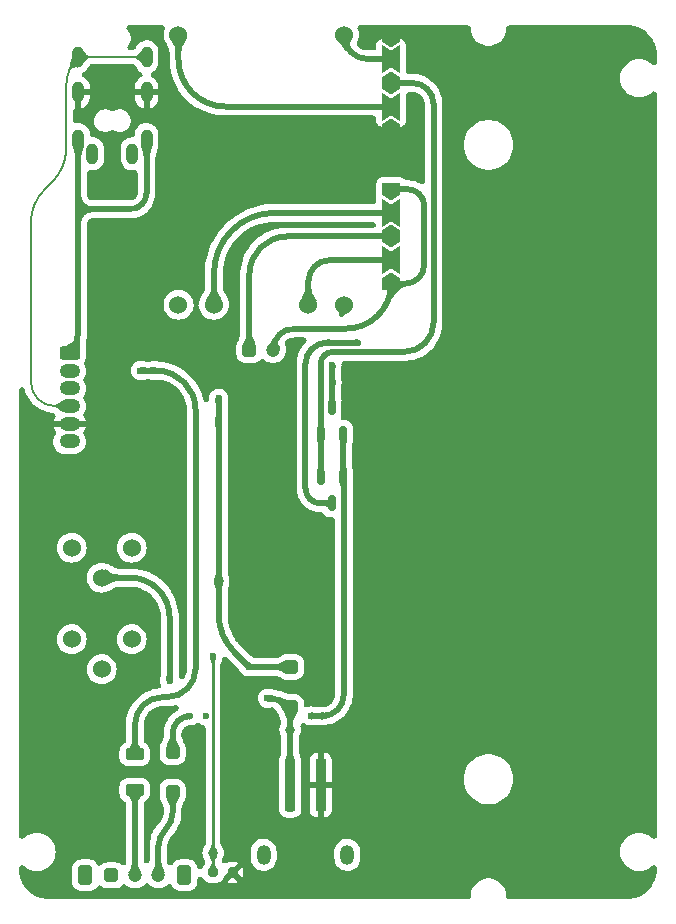
<source format=gbr>
%TF.GenerationSoftware,KiCad,Pcbnew,7.0.5*%
%TF.CreationDate,2023-11-27T01:09:09+09:00*%
%TF.ProjectId,Ultramarine-2_Control_Unit,556c7472-616d-4617-9269-6e652d325f43,rev?*%
%TF.SameCoordinates,Original*%
%TF.FileFunction,Copper,L1,Top*%
%TF.FilePolarity,Positive*%
%FSLAX46Y46*%
G04 Gerber Fmt 4.6, Leading zero omitted, Abs format (unit mm)*
G04 Created by KiCad (PCBNEW 7.0.5) date 2023-11-27 01:09:09*
%MOMM*%
%LPD*%
G01*
G04 APERTURE LIST*
G04 Aperture macros list*
%AMRoundRect*
0 Rectangle with rounded corners*
0 $1 Rounding radius*
0 $2 $3 $4 $5 $6 $7 $8 $9 X,Y pos of 4 corners*
0 Add a 4 corners polygon primitive as box body*
4,1,4,$2,$3,$4,$5,$6,$7,$8,$9,$2,$3,0*
0 Add four circle primitives for the rounded corners*
1,1,$1+$1,$2,$3*
1,1,$1+$1,$4,$5*
1,1,$1+$1,$6,$7*
1,1,$1+$1,$8,$9*
0 Add four rect primitives between the rounded corners*
20,1,$1+$1,$2,$3,$4,$5,0*
20,1,$1+$1,$4,$5,$6,$7,0*
20,1,$1+$1,$6,$7,$8,$9,0*
20,1,$1+$1,$8,$9,$2,$3,0*%
%AMFreePoly0*
4,1,6,1.000000,0.000000,0.500000,-0.750000,-0.500000,-0.750000,-0.500000,0.750000,0.500000,0.750000,1.000000,0.000000,1.000000,0.000000,$1*%
%AMFreePoly1*
4,1,7,0.700000,0.000000,1.200000,-0.750000,-1.200000,-0.750000,-0.700000,0.000000,-1.200000,0.750000,1.200000,0.750000,0.700000,0.000000,0.700000,0.000000,$1*%
G04 Aperture macros list end*
%TA.AperFunction,SMDPad,CuDef*%
%ADD10RoundRect,0.300000X-0.300000X0.300000X-0.300000X-0.300000X0.300000X-0.300000X0.300000X0.300000X0*%
%TD*%
%TA.AperFunction,SMDPad,CuDef*%
%ADD11RoundRect,0.200000X0.200000X0.200000X-0.200000X0.200000X-0.200000X-0.200000X0.200000X-0.200000X0*%
%TD*%
%TA.AperFunction,ComponentPad*%
%ADD12C,1.524000*%
%TD*%
%TA.AperFunction,SMDPad,CuDef*%
%ADD13RoundRect,0.300000X0.300000X-0.300000X0.300000X0.300000X-0.300000X0.300000X-0.300000X-0.300000X0*%
%TD*%
%TA.AperFunction,SMDPad,CuDef*%
%ADD14RoundRect,0.250000X0.550000X-0.250000X0.550000X0.250000X-0.550000X0.250000X-0.550000X-0.250000X0*%
%TD*%
%TA.AperFunction,SMDPad,CuDef*%
%ADD15FreePoly0,90.000000*%
%TD*%
%TA.AperFunction,SMDPad,CuDef*%
%ADD16FreePoly1,90.000000*%
%TD*%
%TA.AperFunction,SMDPad,CuDef*%
%ADD17FreePoly0,270.000000*%
%TD*%
%TA.AperFunction,ComponentPad*%
%ADD18O,1.200000X1.700000*%
%TD*%
%TA.AperFunction,SMDPad,CuDef*%
%ADD19RoundRect,0.225000X-0.225000X-2.025000X0.225000X-2.025000X0.225000X2.025000X-0.225000X2.025000X0*%
%TD*%
%TA.AperFunction,ComponentPad*%
%ADD20RoundRect,0.300000X-0.300000X-0.550000X0.300000X-0.550000X0.300000X0.550000X-0.300000X0.550000X0*%
%TD*%
%TA.AperFunction,ComponentPad*%
%ADD21RoundRect,0.300000X-0.300000X-0.300000X0.300000X-0.300000X0.300000X0.300000X-0.300000X0.300000X0*%
%TD*%
%TA.AperFunction,ComponentPad*%
%ADD22C,1.200000*%
%TD*%
%TA.AperFunction,SMDPad,CuDef*%
%ADD23RoundRect,0.150000X0.150000X-0.512500X0.150000X0.512500X-0.150000X0.512500X-0.150000X-0.512500X0*%
%TD*%
%TA.AperFunction,SMDPad,CuDef*%
%ADD24RoundRect,0.150000X-0.150000X0.512500X-0.150000X-0.512500X0.150000X-0.512500X0.150000X0.512500X0*%
%TD*%
%TA.AperFunction,ComponentPad*%
%ADD25O,1.000000X1.800000*%
%TD*%
%TA.AperFunction,SMDPad,CuDef*%
%ADD26FreePoly1,270.000000*%
%TD*%
%TA.AperFunction,ComponentPad*%
%ADD27RoundRect,0.300000X-0.575000X0.300000X-0.575000X-0.300000X0.575000X-0.300000X0.575000X0.300000X0*%
%TD*%
%TA.AperFunction,ComponentPad*%
%ADD28O,1.750000X1.200000*%
%TD*%
%TA.AperFunction,ViaPad*%
%ADD29C,0.600000*%
%TD*%
%TA.AperFunction,ViaPad*%
%ADD30C,0.800000*%
%TD*%
%TA.AperFunction,Conductor*%
%ADD31C,0.500000*%
%TD*%
%TA.AperFunction,Conductor*%
%ADD32C,0.250000*%
%TD*%
%TA.AperFunction,Conductor*%
%ADD33C,0.150000*%
%TD*%
G04 APERTURE END LIST*
D10*
%TO.P,D2,1,K*%
%TO.N,+5V*%
X148500000Y-104850000D03*
%TO.P,D2,2,A*%
%TO.N,/Charging*%
X148500000Y-108250000D03*
%TD*%
D11*
%TO.P,D3,1,K*%
%TO.N,GND*%
X143575000Y-122250000D03*
%TO.P,D3,2,A*%
%TO.N,Net-(D3-A)*%
X141925000Y-122250000D03*
%TD*%
D12*
%TO.P,U1,1,+*%
%TO.N,Net-(JP2-C)*%
X153000000Y-51320000D03*
%TO.P,U1,2,-*%
%TO.N,Net-(JP5-C)*%
X139000000Y-51320000D03*
%TO.P,U1,3,Out+*%
%TO.N,Net-(JP6-C)*%
X153000000Y-74180000D03*
%TO.P,U1,4,B+*%
%TO.N,Net-(JP1-C)*%
X150000000Y-74180000D03*
%TO.P,U1,5,B-*%
%TO.N,Net-(JP3-C)*%
X142000000Y-74180000D03*
%TO.P,U1,6,Out-*%
%TO.N,Net-(JP4-C)*%
X139000000Y-74180000D03*
%TD*%
D13*
%TO.P,D1,1,K*%
%TO.N,Net-(D1-K)*%
X138500000Y-115450000D03*
%TO.P,D1,2,A*%
%TO.N,Net-(D1-A)*%
X138500000Y-112050000D03*
%TD*%
D14*
%TO.P,F1,1*%
%TO.N,Net-(SW1-B)*%
X135300000Y-115250000D03*
%TO.P,F1,2*%
%TO.N,/Bat+*%
X135300000Y-112250000D03*
%TD*%
D15*
%TO.P,JP1,1,A*%
%TO.N,/B-*%
X157000000Y-72400000D03*
D16*
%TO.P,JP1,2,C*%
%TO.N,Net-(JP1-C)*%
X157000000Y-70400000D03*
D17*
%TO.P,JP1,3,B*%
%TO.N,/B+*%
X157000000Y-68400000D03*
%TD*%
D18*
%TO.P,BT2,*%
%TO.N,*%
X146200000Y-120750000D03*
X153300000Y-120750000D03*
D19*
%TO.P,BT2,1,+*%
%TO.N,/Charging*%
X148450000Y-114850000D03*
%TO.P,BT2,2,-*%
%TO.N,GND*%
X151050000Y-114850000D03*
%TD*%
D20*
%TO.P,SW1,*%
%TO.N,*%
X131100000Y-122500000D03*
X139500000Y-122500000D03*
D21*
%TO.P,SW1,1,A*%
%TO.N,unconnected-(SW1-A-Pad1)*%
X133300000Y-122500000D03*
D22*
%TO.P,SW1,2,B*%
%TO.N,Net-(SW1-B)*%
X135300000Y-122500000D03*
%TO.P,SW1,3,C*%
%TO.N,Net-(D1-K)*%
X137300000Y-122500000D03*
%TD*%
D12*
%TO.P,RV1,1,1*%
%TO.N,unconnected-(RV1-Pad1)*%
X129960000Y-102500000D03*
%TO.P,RV1,2,2*%
%TO.N,+5V*%
X132500000Y-105040000D03*
%TO.P,RV1,3,3*%
%TO.N,Net-(D3-A)*%
X135040000Y-102500000D03*
%TD*%
D23*
%TO.P,Q2,1,D*%
%TO.N,/IN+*%
X151050000Y-85137500D03*
%TO.P,Q2,2,G*%
%TO.N,Net-(D1-A)*%
X152950000Y-85137500D03*
%TO.P,Q2,3,S*%
%TO.N,+5V*%
X152000000Y-82862500D03*
%TD*%
D24*
%TO.P,Q1,1,D*%
%TO.N,Net-(D1-A)*%
X152950000Y-88725000D03*
%TO.P,Q1,2,G*%
%TO.N,/IN+*%
X151050000Y-88725000D03*
%TO.P,Q1,3,S*%
%TO.N,/OUT+*%
X152000000Y-91000000D03*
%TD*%
D25*
%TO.P,J2,1,Pin_1*%
%TO.N,unconnected-(J2-Pin_1-Pad1)*%
X131700000Y-61400000D03*
X135100000Y-61400000D03*
%TO.P,J2,2,Pin_2*%
%TO.N,+5V*%
X130500000Y-60200000D03*
X136300000Y-60200000D03*
%TO.P,J2,3,Pin_3*%
%TO.N,GND*%
X130500000Y-56200000D03*
X136300000Y-56200000D03*
%TO.P,J2,4,Pin_4*%
%TO.N,/data*%
X130500000Y-53200000D03*
X136300000Y-53200000D03*
%TD*%
D17*
%TO.P,JP2,1,A*%
%TO.N,GND*%
X156995000Y-51400000D03*
D26*
%TO.P,JP2,2,C*%
%TO.N,Net-(JP2-C)*%
X156995000Y-53400000D03*
D15*
%TO.P,JP2,3,B*%
%TO.N,/IN+*%
X156995000Y-55400000D03*
%TD*%
D21*
%TO.P,BT1,1,+*%
%TO.N,/B+*%
X145000000Y-78000000D03*
D22*
%TO.P,BT1,2,-*%
%TO.N,/B-*%
X147000000Y-78000000D03*
%TD*%
D27*
%TO.P,J1,1,Pin_1*%
%TO.N,+5V*%
X129800000Y-78250000D03*
D28*
%TO.P,J1,2,Pin_2*%
%TO.N,/Bat+*%
X129780000Y-79750000D03*
%TO.P,J1,3,Pin_3*%
%TO.N,/FlexLED*%
X129800000Y-81250000D03*
%TO.P,J1,4,Pin_4*%
%TO.N,/data*%
X129780000Y-82750000D03*
%TO.P,J1,5,Pin_5*%
%TO.N,GND*%
X129800000Y-84250000D03*
%TO.P,J1,6,Pin_6*%
%TO.N,unconnected-(J1-Pin_6-Pad6)*%
X129780000Y-85750000D03*
%TD*%
D17*
%TO.P,JP5,1,A*%
%TO.N,/IN+*%
X157000000Y-55400000D03*
D26*
%TO.P,JP5,2,C*%
%TO.N,Net-(JP5-C)*%
X157000000Y-57400000D03*
D15*
%TO.P,JP5,3,B*%
%TO.N,GND*%
X157000000Y-59400000D03*
%TD*%
%TO.P,JP3,1,A*%
%TO.N,/B+*%
X157000000Y-68400000D03*
D16*
%TO.P,JP3,2,C*%
%TO.N,Net-(JP3-C)*%
X157000000Y-66400000D03*
D17*
%TO.P,JP3,3,B*%
%TO.N,/B-*%
X157000000Y-64400000D03*
%TD*%
D12*
%TO.P,RV2,1,1*%
%TO.N,unconnected-(RV2-Pad1)*%
X129960000Y-94750000D03*
%TO.P,RV2,2,2*%
%TO.N,/Charging*%
X132500000Y-97290000D03*
%TO.P,RV2,3,3*%
%TO.N,/FlexLED*%
X135040000Y-94750000D03*
%TD*%
%TO.P,U2,1,+*%
%TO.N,Net-(JP5-C)*%
X139000000Y-51320000D03*
%TO.P,U2,2,-*%
%TO.N,Net-(JP2-C)*%
X153000000Y-51320000D03*
%TO.P,U2,3,Out+*%
%TO.N,Net-(JP4-C)*%
X139000000Y-74180000D03*
%TO.P,U2,4,B+*%
%TO.N,Net-(JP3-C)*%
X142000000Y-74180000D03*
%TO.P,U2,5,B-*%
%TO.N,Net-(JP1-C)*%
X150000000Y-74180000D03*
%TO.P,U2,6,Out-*%
%TO.N,Net-(JP6-C)*%
X153000000Y-74180000D03*
%TD*%
D29*
%TO.N,/Charging*%
X146500000Y-107500000D03*
D30*
X148450000Y-110150000D03*
D29*
X138250000Y-106000000D03*
D30*
%TO.N,GND*%
X148550000Y-98000000D03*
X174200000Y-121000000D03*
X176600000Y-106750000D03*
D29*
X134000000Y-72000000D03*
D30*
X167800000Y-100550000D03*
D29*
X156800000Y-61600000D03*
D30*
X131650000Y-110850000D03*
D29*
X134000000Y-64000000D03*
D30*
X167150000Y-77400000D03*
X158250000Y-110550000D03*
X160750000Y-119500000D03*
X145150000Y-115350000D03*
X137800000Y-94400000D03*
D29*
X141400000Y-62400000D03*
D30*
X145550000Y-89100000D03*
X172800000Y-57000000D03*
X161200000Y-93000000D03*
D29*
X127400000Y-96200000D03*
D30*
X172300000Y-91650000D03*
D29*
X137600000Y-83800000D03*
%TO.N,+5V*%
X152000000Y-80750000D03*
X142400000Y-84073963D03*
D30*
X142400000Y-97600000D03*
D29*
X145000000Y-104850000D03*
X152000000Y-79300000D03*
X142399987Y-82080317D03*
%TO.N,Net-(D3-A)*%
X141925000Y-103950000D03*
D30*
X141925000Y-120600000D03*
D29*
%TO.N,/Bat+*%
X135750000Y-79750000D03*
X137100000Y-79750000D03*
%TO.N,/OUT+*%
X154200000Y-77400000D03*
X151550000Y-77400000D03*
%TO.N,Net-(D1-A)*%
X151200000Y-109000000D03*
X150200000Y-109000000D03*
X140000000Y-109000000D03*
X141300500Y-109000000D03*
%TD*%
D31*
%TO.N,/Bat+*%
X140450000Y-83100000D02*
G75*
G03*
X137100000Y-79750000I-3350000J0D01*
G01*
X140450000Y-104989851D02*
X140450000Y-83100000D01*
X137675000Y-107400000D02*
X138039851Y-107400000D01*
X138039851Y-107400000D02*
G75*
G03*
X140450000Y-104989851I49J2410100D01*
G01*
X137675000Y-107400000D02*
G75*
G03*
X135300000Y-109775000I0J-2375000D01*
G01*
X137100000Y-79750000D02*
X135750000Y-79750000D01*
X135300000Y-112250000D02*
X135300000Y-109775000D01*
%TO.N,/Charging*%
X138250000Y-106000000D02*
X138250000Y-100635929D01*
X134904070Y-97290000D02*
X132500000Y-97290000D01*
X146500000Y-107500000D02*
X146689340Y-107500000D01*
X148450000Y-108335355D02*
X148450000Y-114850000D01*
X138249987Y-100635929D02*
G75*
G03*
X137269999Y-98270001I-3345887J29D01*
G01*
X148499988Y-108250012D02*
G75*
G03*
X146689340Y-107500000I-1810688J-1810688D01*
G01*
X148474924Y-108274924D02*
G75*
G03*
X148464644Y-108250000I-10324J10324D01*
G01*
X137270009Y-98269991D02*
G75*
G03*
X134904070Y-97290000I-2365909J-2365909D01*
G01*
X148475013Y-108275013D02*
G75*
G03*
X148450000Y-108335355I60387J-60387D01*
G01*
%TO.N,+5V*%
X134900000Y-66100000D02*
X131700000Y-66100000D01*
X130500000Y-67300000D02*
X130500000Y-76560051D01*
X130500000Y-64600000D02*
X130500000Y-66100000D01*
X142400000Y-84073963D02*
X142400000Y-82080330D01*
X142400000Y-84073963D02*
X142400000Y-97600000D01*
X152000000Y-80750000D02*
X152000000Y-82862500D01*
X142400000Y-97600000D02*
X142400000Y-100411522D01*
X145000000Y-104850000D02*
X148500000Y-104850000D01*
X130500000Y-66100000D02*
X130500000Y-67300000D01*
X131700000Y-66100000D02*
X130500000Y-66100000D01*
X145000000Y-104850000D02*
X143700000Y-103550000D01*
X136300000Y-60200000D02*
X136300000Y-64700000D01*
X152000000Y-79300000D02*
X152000000Y-80750000D01*
X130500000Y-64900000D02*
X130500000Y-64600000D01*
X130500000Y-60200000D02*
X130500000Y-64600000D01*
X134900000Y-66100000D02*
G75*
G03*
X136300000Y-64700000I0J1400000D01*
G01*
X130500000Y-64900000D02*
G75*
G03*
X131700000Y-66100000I1200000J0D01*
G01*
X142399991Y-100411522D02*
G75*
G03*
X143700000Y-103550000I4438509J22D01*
G01*
X142399982Y-82080324D02*
G75*
G03*
X142400000Y-82080330I18J24D01*
G01*
X131700000Y-66100000D02*
G75*
G03*
X130500000Y-67300000I0J-1200000D01*
G01*
X129800014Y-78250014D02*
G75*
G03*
X130500000Y-76560051I-1689914J1689914D01*
G01*
D32*
%TO.N,Net-(D3-A)*%
X141925000Y-122250000D02*
X141925000Y-120600000D01*
X141925000Y-120600000D02*
X141925000Y-103950000D01*
D31*
%TO.N,Net-(SW1-B)*%
X135300000Y-122500000D02*
X135300000Y-115250000D01*
D33*
%TO.N,/data*%
X129500000Y-55614213D02*
X129500000Y-61101628D01*
X126500000Y-67200000D02*
X126500000Y-80737729D01*
X128512271Y-82750000D02*
X129780000Y-82750000D01*
X128300000Y-63800000D02*
X127631371Y-64468629D01*
X130500000Y-53200000D02*
X136300000Y-53200000D01*
X129500000Y-61101628D02*
X129497530Y-61104098D01*
X126500000Y-80737729D02*
G75*
G03*
X128512271Y-82750000I2012300J29D01*
G01*
X128299985Y-63799985D02*
G75*
G03*
X129497529Y-61104098I-2912485J2907685D01*
G01*
X127631380Y-64468638D02*
G75*
G03*
X126500000Y-67200000I2731320J-2731362D01*
G01*
X130499996Y-53199996D02*
G75*
G03*
X129500000Y-55614213I2414204J-2414204D01*
G01*
D31*
%TO.N,/B+*%
X145000000Y-78000000D02*
X145000000Y-71600000D01*
X148200000Y-68400000D02*
X157000000Y-68400000D01*
X148200000Y-68400000D02*
G75*
G03*
X145000000Y-71600000I0J-3200000D01*
G01*
%TO.N,/B-*%
X157629929Y-72636131D02*
X156866060Y-73400000D01*
X159800000Y-70800000D02*
X159800000Y-65800000D01*
X158400000Y-64400000D02*
X157000000Y-64400000D01*
X157000000Y-72400000D02*
X158200000Y-72400000D01*
X148800000Y-76200000D02*
X153200000Y-76200000D01*
X158200000Y-72400000D02*
G75*
G03*
X159800000Y-70800000I0J1600000D01*
G01*
X148800000Y-76200000D02*
G75*
G03*
X147000000Y-78000000I0J-1800000D01*
G01*
X159800000Y-65800000D02*
G75*
G03*
X158400000Y-64400000I-1400000J0D01*
G01*
X158200000Y-72400000D02*
G75*
G03*
X157629930Y-72636132I0J-806200D01*
G01*
X153200000Y-76200000D02*
G75*
G03*
X157000000Y-72400000I0J3800000D01*
G01*
%TO.N,/OUT+*%
X154200000Y-77400000D02*
X151550000Y-77400000D01*
X152000000Y-91000000D02*
X151030330Y-91000000D01*
X149750000Y-89719669D02*
X149750000Y-79200000D01*
X151550000Y-77400000D02*
G75*
G03*
X149750000Y-79200000I0J-1800000D01*
G01*
X150124991Y-90625009D02*
G75*
G03*
X151030330Y-91000000I905309J905309D01*
G01*
X149750042Y-89719669D02*
G75*
G03*
X150125000Y-90625000I1280358J-31D01*
G01*
%TO.N,/IN+*%
X151050000Y-85137500D02*
X151050000Y-79189339D01*
X152059009Y-78180330D02*
X158097730Y-78180330D01*
X158800000Y-55400000D02*
X157000000Y-55400000D01*
X160600000Y-75678060D02*
X160600000Y-57200000D01*
X151050000Y-85137500D02*
X151050000Y-88725000D01*
X158097730Y-78180400D02*
G75*
G03*
X160600000Y-75678060I-30J2502300D01*
G01*
X152059009Y-78180300D02*
G75*
G03*
X151050000Y-79189339I-9J-1009000D01*
G01*
X160600000Y-57200000D02*
G75*
G03*
X158800000Y-55400000I-1800000J0D01*
G01*
%TO.N,Net-(JP1-C)*%
X157000000Y-70400000D02*
X151800000Y-70400000D01*
X150000000Y-72200000D02*
X150000000Y-74180000D01*
X151800000Y-70400000D02*
G75*
G03*
X150000000Y-72200000I0J-1800000D01*
G01*
%TO.N,Net-(JP2-C)*%
X156995000Y-53400000D02*
X155080000Y-53400000D01*
X153000000Y-51320000D02*
G75*
G03*
X155080000Y-53400000I2080000J0D01*
G01*
%TO.N,Net-(JP3-C)*%
X147142788Y-66400000D02*
X157000000Y-66400000D01*
X142000000Y-74180000D02*
X142000000Y-71542788D01*
X147142788Y-66400000D02*
G75*
G03*
X142000000Y-71542788I12J-5142800D01*
G01*
%TO.N,Net-(JP6-C)*%
X153000000Y-74470025D02*
X153000000Y-74180000D01*
X152794913Y-74965120D02*
G75*
G03*
X153000000Y-74470025I-495113J495120D01*
G01*
%TO.N,Net-(D1-K)*%
X138500000Y-117151471D02*
X138500000Y-115450000D01*
X137300000Y-120048528D02*
X137300000Y-122500000D01*
X137899992Y-118599992D02*
G75*
G03*
X137300000Y-120048528I1448508J-1448508D01*
G01*
X137900008Y-118600008D02*
G75*
G03*
X138500000Y-117151471I-1448508J1448508D01*
G01*
%TO.N,Net-(D1-A)*%
X152950000Y-88689644D02*
X152950000Y-85137500D01*
X138500000Y-110500000D02*
X138500000Y-112050000D01*
X151200000Y-109000000D02*
X150200000Y-109000000D01*
X153000000Y-107200000D02*
X153000000Y-88810355D01*
X152949982Y-88689644D02*
G75*
G03*
X152975000Y-88750000I85418J44D01*
G01*
X151200000Y-109000000D02*
G75*
G03*
X153000000Y-107200000I0J1800000D01*
G01*
X152999977Y-88810355D02*
G75*
G03*
X152975000Y-88750000I-85277J55D01*
G01*
X140000000Y-109000000D02*
G75*
G03*
X138500000Y-110500000I0J-1500000D01*
G01*
%TO.N,Net-(JP5-C)*%
X139000000Y-51320000D02*
X139000000Y-53413445D01*
X157000000Y-57400000D02*
X142986555Y-57400000D01*
X139000000Y-53413445D02*
G75*
G03*
X142986555Y-57400000I3986600J45D01*
G01*
%TD*%
%TA.AperFunction,Conductor*%
%TO.N,GND*%
G36*
X137693561Y-50519454D02*
G01*
X137774343Y-50573430D01*
X137828319Y-50654212D01*
X137847273Y-50749500D01*
X137828319Y-50844788D01*
X137823958Y-50854698D01*
X137817713Y-50868092D01*
X137809105Y-50886551D01*
X137794313Y-50941757D01*
X137751930Y-51099932D01*
X137732677Y-51320000D01*
X137751930Y-51540068D01*
X137755023Y-51551610D01*
X137809106Y-51753452D01*
X137833115Y-51804941D01*
X137838984Y-51820008D01*
X137846025Y-51842259D01*
X137846028Y-51842267D01*
X137986699Y-52134052D01*
X137990021Y-52140569D01*
X137991806Y-52144071D01*
X137997388Y-52154443D01*
X138003006Y-52164343D01*
X138123028Y-52365262D01*
X138125832Y-52370209D01*
X138179759Y-52470635D01*
X138199433Y-52518736D01*
X138219129Y-52586287D01*
X138228445Y-52638179D01*
X138245011Y-52869248D01*
X138248784Y-52904295D01*
X138249500Y-52917631D01*
X138249500Y-53327912D01*
X138249499Y-53327932D01*
X138249500Y-53413453D01*
X138249501Y-53620277D01*
X138249502Y-53620285D01*
X138285555Y-54032328D01*
X138285557Y-54032342D01*
X138285558Y-54032349D01*
X138352741Y-54413342D01*
X138357391Y-54439709D01*
X138357395Y-54439726D01*
X138464449Y-54839251D01*
X138464452Y-54839259D01*
X138605928Y-55227955D01*
X138771673Y-55583390D01*
X138780748Y-55602852D01*
X138981175Y-55950000D01*
X138987580Y-55961092D01*
X139224819Y-56299902D01*
X139224828Y-56299914D01*
X139224831Y-56299918D01*
X139228434Y-56304212D01*
X139481201Y-56605449D01*
X139490718Y-56616790D01*
X139783210Y-56909282D01*
X139783216Y-56909287D01*
X139783218Y-56909289D01*
X139887019Y-56996388D01*
X140100082Y-57175169D01*
X140100089Y-57175174D01*
X140100097Y-57175180D01*
X140438907Y-57412419D01*
X140438913Y-57412422D01*
X140438921Y-57412428D01*
X140797148Y-57619252D01*
X141172039Y-57794069D01*
X141172042Y-57794070D01*
X141172044Y-57794071D01*
X141205700Y-57806321D01*
X141560738Y-57935547D01*
X141560745Y-57935548D01*
X141560748Y-57935550D01*
X141684664Y-57968753D01*
X141960289Y-58042609D01*
X142367651Y-58114442D01*
X142367666Y-58114443D01*
X142367671Y-58114444D01*
X142554967Y-58130832D01*
X142779718Y-58150497D01*
X142779721Y-58150498D01*
X142779723Y-58150498D01*
X142883563Y-58150498D01*
X142883575Y-58150500D01*
X142986547Y-58150500D01*
X143065427Y-58150501D01*
X143065432Y-58150500D01*
X155495353Y-58150500D01*
X155590641Y-58169454D01*
X155671423Y-58223430D01*
X155725399Y-58304212D01*
X155744353Y-58399500D01*
X155744353Y-58600011D01*
X155750778Y-58680350D01*
X155750779Y-58680357D01*
X155793642Y-58817753D01*
X155793643Y-58817754D01*
X155873473Y-58937501D01*
X155873478Y-58937506D01*
X155983811Y-59029910D01*
X155983812Y-59029910D01*
X155983813Y-59029911D01*
X156115715Y-59087490D01*
X156258496Y-59105576D01*
X156400589Y-59082703D01*
X156530482Y-59020724D01*
X156861883Y-58799789D01*
X156951676Y-58762706D01*
X157048831Y-58762807D01*
X157138117Y-58799790D01*
X157469518Y-59020724D01*
X157469524Y-59020727D01*
X157469524Y-59020728D01*
X157539941Y-59059950D01*
X157539943Y-59059951D01*
X157539947Y-59059953D01*
X157678039Y-59100500D01*
X157821961Y-59100500D01*
X157960053Y-59059953D01*
X158081128Y-58982143D01*
X158175377Y-58873373D01*
X158235165Y-58742457D01*
X158255647Y-58600000D01*
X158255647Y-56399499D01*
X158274601Y-56304212D01*
X158328577Y-56223430D01*
X158409359Y-56169454D01*
X158504647Y-56150500D01*
X158721119Y-56150500D01*
X158794556Y-56150500D01*
X158805411Y-56150974D01*
X158895166Y-56158825D01*
X158960547Y-56164545D01*
X159003286Y-56172082D01*
X159137911Y-56208155D01*
X159178688Y-56222996D01*
X159305008Y-56281900D01*
X159342593Y-56303600D01*
X159437020Y-56369718D01*
X159456757Y-56383538D01*
X159490007Y-56411437D01*
X159588562Y-56509992D01*
X159616461Y-56543242D01*
X159696398Y-56657404D01*
X159718100Y-56694993D01*
X159777001Y-56821308D01*
X159791845Y-56862092D01*
X159827916Y-56996708D01*
X159835453Y-57039453D01*
X159849026Y-57194587D01*
X159849500Y-57205443D01*
X159849500Y-63720167D01*
X159830546Y-63815455D01*
X159776570Y-63896237D01*
X159695788Y-63950213D01*
X159600500Y-63969167D01*
X159505212Y-63950213D01*
X159484785Y-63940646D01*
X159407339Y-63900000D01*
X159284206Y-63835375D01*
X159284201Y-63835373D01*
X159040951Y-63743120D01*
X158910930Y-63711073D01*
X158788347Y-63680859D01*
X158788345Y-63680858D01*
X158788343Y-63680858D01*
X158690978Y-63669036D01*
X158530081Y-63649500D01*
X158530074Y-63649500D01*
X158315722Y-63649500D01*
X158220434Y-63630546D01*
X158139652Y-63576570D01*
X158133913Y-63570405D01*
X158023372Y-63474622D01*
X157892460Y-63414836D01*
X157892457Y-63414835D01*
X157750000Y-63394353D01*
X156250000Y-63394353D01*
X156249995Y-63394353D01*
X156249976Y-63394354D01*
X156178040Y-63399499D01*
X156178037Y-63399500D01*
X156039950Y-63440045D01*
X156039945Y-63440047D01*
X155918871Y-63517857D01*
X155824622Y-63626627D01*
X155764836Y-63757539D01*
X155764835Y-63757542D01*
X155744353Y-63900003D01*
X155744353Y-64900001D01*
X155748360Y-64963536D01*
X155748362Y-64963550D01*
X155754261Y-64984963D01*
X155761293Y-65081864D01*
X155760668Y-65086523D01*
X155760406Y-65088347D01*
X155746084Y-65187964D01*
X155744353Y-65200002D01*
X155744353Y-65400500D01*
X155725399Y-65495788D01*
X155671423Y-65576570D01*
X155590641Y-65630546D01*
X155495353Y-65649500D01*
X146911241Y-65649500D01*
X146911229Y-65649501D01*
X146449599Y-65685833D01*
X146449553Y-65685838D01*
X145992184Y-65758278D01*
X145541867Y-65866391D01*
X145101449Y-66009493D01*
X144673614Y-66186707D01*
X144673610Y-66186709D01*
X144260984Y-66396952D01*
X143866134Y-66638917D01*
X143491482Y-66911117D01*
X143139340Y-67211876D01*
X142811876Y-67539340D01*
X142511117Y-67891482D01*
X142238917Y-68266134D01*
X141996952Y-68660984D01*
X141786709Y-69073610D01*
X141786707Y-69073614D01*
X141609493Y-69501449D01*
X141466391Y-69941867D01*
X141358278Y-70392184D01*
X141285838Y-70849553D01*
X141285833Y-70849599D01*
X141249501Y-71311229D01*
X141249500Y-71311241D01*
X141249500Y-72583321D01*
X141245363Y-72621782D01*
X141246281Y-72621915D01*
X141245014Y-72630716D01*
X141228445Y-72861818D01*
X141219129Y-72913712D01*
X141199433Y-72981261D01*
X141179760Y-73029359D01*
X141125824Y-73129801D01*
X141123020Y-73134749D01*
X141003018Y-73335635D01*
X140997486Y-73345378D01*
X140991901Y-73355744D01*
X140986718Y-73365904D01*
X140844522Y-73660856D01*
X140841539Y-73667267D01*
X140839858Y-73671018D01*
X140824516Y-73712510D01*
X140820577Y-73721950D01*
X140809107Y-73746546D01*
X140751930Y-73959933D01*
X140751930Y-73959934D01*
X140748053Y-74004252D01*
X140720866Y-74097526D01*
X140660054Y-74173296D01*
X140645648Y-74181199D01*
X140690745Y-74217393D01*
X140737475Y-74302572D01*
X140748052Y-74355742D01*
X140751930Y-74400068D01*
X140809106Y-74613450D01*
X140902466Y-74813662D01*
X141029174Y-74994620D01*
X141185380Y-75150826D01*
X141366338Y-75277534D01*
X141566550Y-75370894D01*
X141779932Y-75428070D01*
X142000000Y-75447323D01*
X142220068Y-75428070D01*
X142433450Y-75370894D01*
X142633662Y-75277534D01*
X142814620Y-75150826D01*
X142970826Y-74994620D01*
X143097534Y-74813662D01*
X143190894Y-74613450D01*
X143248070Y-74400068D01*
X143267323Y-74180000D01*
X143248070Y-73959932D01*
X143190894Y-73746550D01*
X143166872Y-73695037D01*
X143161007Y-73679976D01*
X143153970Y-73657731D01*
X143013255Y-73365855D01*
X143008058Y-73355672D01*
X143002458Y-73345284D01*
X142996964Y-73335609D01*
X142876960Y-73134721D01*
X142874169Y-73129796D01*
X142820233Y-73029354D01*
X142800561Y-72981258D01*
X142780865Y-72913707D01*
X142771551Y-72861825D01*
X142754985Y-72630719D01*
X142751216Y-72595704D01*
X142750500Y-72582370D01*
X142750500Y-71545657D01*
X142750633Y-71539906D01*
X142751651Y-71517893D01*
X142768972Y-71143252D01*
X142770031Y-71131831D01*
X142824493Y-70741410D01*
X142826607Y-70730104D01*
X142827920Y-70724523D01*
X142916860Y-70346374D01*
X142920001Y-70335335D01*
X143045278Y-69961560D01*
X143049428Y-69950850D01*
X143128464Y-69771851D01*
X143208653Y-69590240D01*
X143213780Y-69579945D01*
X143257503Y-69501449D01*
X143405594Y-69235572D01*
X143411634Y-69225816D01*
X143634425Y-68900583D01*
X143641338Y-68891427D01*
X143893181Y-68588146D01*
X143900920Y-68579658D01*
X144179658Y-68300920D01*
X144188146Y-68293181D01*
X144491427Y-68041338D01*
X144500583Y-68034425D01*
X144825816Y-67811634D01*
X144835574Y-67805594D01*
X144911996Y-67763027D01*
X145179953Y-67613775D01*
X145190240Y-67608653D01*
X145550850Y-67449428D01*
X145561560Y-67445278D01*
X145935335Y-67320001D01*
X145946374Y-67316860D01*
X146330110Y-67226605D01*
X146341410Y-67224493D01*
X146731829Y-67170031D01*
X146743254Y-67168972D01*
X147139916Y-67150632D01*
X147145661Y-67150500D01*
X147221670Y-67150500D01*
X155495353Y-67150500D01*
X155590641Y-67169454D01*
X155671423Y-67223430D01*
X155725399Y-67304212D01*
X155744353Y-67399500D01*
X155744353Y-67400500D01*
X155725399Y-67495788D01*
X155671423Y-67576570D01*
X155590641Y-67630546D01*
X155495353Y-67649500D01*
X148017350Y-67649500D01*
X147653628Y-67683204D01*
X147294568Y-67750324D01*
X147249922Y-67763027D01*
X146943224Y-67850290D01*
X146943222Y-67850290D01*
X146943207Y-67850295D01*
X146602623Y-67982238D01*
X146602604Y-67982247D01*
X146275605Y-68145073D01*
X145965054Y-68337358D01*
X145965047Y-68337363D01*
X145673544Y-68557496D01*
X145673526Y-68557511D01*
X145403604Y-68803577D01*
X145403577Y-68803604D01*
X145157511Y-69073526D01*
X145157496Y-69073544D01*
X144937363Y-69365047D01*
X144937358Y-69365054D01*
X144745073Y-69675605D01*
X144582247Y-70002604D01*
X144582238Y-70002623D01*
X144450295Y-70343207D01*
X144450290Y-70343222D01*
X144450290Y-70343224D01*
X144436362Y-70392177D01*
X144350324Y-70694568D01*
X144283204Y-71053628D01*
X144249500Y-71417350D01*
X144249500Y-76663949D01*
X144237046Y-76741712D01*
X144227686Y-76770184D01*
X144209579Y-76825266D01*
X144207756Y-76830810D01*
X144206340Y-76834876D01*
X144149293Y-76990099D01*
X144147357Y-76995038D01*
X144093567Y-77124133D01*
X144090840Y-77130214D01*
X144042123Y-77231499D01*
X144038146Y-77239087D01*
X143988641Y-77326126D01*
X143988598Y-77326204D01*
X143985760Y-77331517D01*
X143981374Y-77339075D01*
X143974215Y-77350468D01*
X143974210Y-77350479D01*
X143914632Y-77520743D01*
X143914630Y-77520754D01*
X143899500Y-77655031D01*
X143899500Y-78344968D01*
X143914630Y-78479245D01*
X143914631Y-78479251D01*
X143914632Y-78479255D01*
X143974211Y-78649522D01*
X143974212Y-78649523D01*
X143974214Y-78649529D01*
X144070180Y-78802257D01*
X144070182Y-78802259D01*
X144070184Y-78802262D01*
X144197738Y-78929816D01*
X144197740Y-78929817D01*
X144197742Y-78929819D01*
X144350470Y-79025785D01*
X144350473Y-79025786D01*
X144350478Y-79025789D01*
X144520745Y-79085368D01*
X144520754Y-79085369D01*
X144655031Y-79100499D01*
X144655046Y-79100500D01*
X145344954Y-79100500D01*
X145344968Y-79100499D01*
X145455079Y-79088091D01*
X145479255Y-79085368D01*
X145649522Y-79025789D01*
X145649527Y-79025785D01*
X145649529Y-79025785D01*
X145768941Y-78950753D01*
X145802262Y-78929816D01*
X145912727Y-78819350D01*
X145993505Y-78765376D01*
X146088793Y-78746422D01*
X146184081Y-78765376D01*
X146256544Y-78811409D01*
X146333957Y-78881980D01*
X146333959Y-78881981D01*
X146507363Y-78989348D01*
X146697544Y-79063024D01*
X146817075Y-79085368D01*
X146898022Y-79100500D01*
X146898024Y-79100500D01*
X147101977Y-79100500D01*
X147135389Y-79094254D01*
X147302456Y-79063024D01*
X147492637Y-78989348D01*
X147666041Y-78881981D01*
X147793951Y-78765376D01*
X147816760Y-78744583D01*
X147816760Y-78744581D01*
X147816764Y-78744579D01*
X147939673Y-78581821D01*
X148030582Y-78399250D01*
X148086397Y-78203083D01*
X148105215Y-78000000D01*
X148097919Y-77921278D01*
X148097398Y-77911262D01*
X148097368Y-77908672D01*
X148096442Y-77902738D01*
X148095493Y-77895096D01*
X148086397Y-77796917D01*
X148074232Y-77754164D01*
X148070965Y-77739269D01*
X148064084Y-77695112D01*
X148056705Y-77662289D01*
X148046264Y-77627002D01*
X148034557Y-77595361D01*
X148009247Y-77538853D01*
X147987596Y-77444148D01*
X148003835Y-77348360D01*
X148055494Y-77266077D01*
X148060390Y-77261039D01*
X148109998Y-77211431D01*
X148143236Y-77183542D01*
X148257411Y-77103596D01*
X148294985Y-77081903D01*
X148421315Y-77022995D01*
X148462084Y-77008156D01*
X148596715Y-76972081D01*
X148639450Y-76964546D01*
X148711738Y-76958221D01*
X148794589Y-76950974D01*
X148805444Y-76950500D01*
X148878881Y-76950500D01*
X149591408Y-76950500D01*
X149686696Y-76969454D01*
X149767478Y-77023430D01*
X149821454Y-77104212D01*
X149840408Y-77199500D01*
X149821454Y-77294788D01*
X149767478Y-77375570D01*
X149645247Y-77497800D01*
X149645240Y-77497808D01*
X149466639Y-77721766D01*
X149466634Y-77721773D01*
X149333518Y-77933627D01*
X149314225Y-77964331D01*
X149314220Y-77964340D01*
X149314218Y-77964345D01*
X149297048Y-78000000D01*
X149189932Y-78222428D01*
X149100068Y-78479245D01*
X149095315Y-78492827D01*
X149095314Y-78492828D01*
X149031574Y-78772098D01*
X148999500Y-79056754D01*
X148999500Y-89766310D01*
X148999539Y-89767707D01*
X148999539Y-89833704D01*
X149025071Y-90060355D01*
X149075816Y-90282720D01*
X149075820Y-90282734D01*
X149151145Y-90498027D01*
X149250100Y-90703533D01*
X149250101Y-90703534D01*
X149371445Y-90896670D01*
X149513649Y-91075007D01*
X149521386Y-91082745D01*
X149521437Y-91082821D01*
X149674940Y-91236325D01*
X149674948Y-91236332D01*
X149674954Y-91236338D01*
X149853291Y-91378557D01*
X150046431Y-91499913D01*
X150165309Y-91557160D01*
X150251933Y-91598875D01*
X150251937Y-91598876D01*
X150251944Y-91598880D01*
X150251953Y-91598883D01*
X150251960Y-91598886D01*
X150442672Y-91665615D01*
X150467246Y-91674214D01*
X150689629Y-91724968D01*
X150916297Y-91750503D01*
X151030340Y-91750500D01*
X151030352Y-91750500D01*
X151092983Y-91750500D01*
X151188271Y-91769454D01*
X151269053Y-91823430D01*
X151307305Y-91872746D01*
X151331919Y-91914365D01*
X151448135Y-92030581D01*
X151589602Y-92114244D01*
X151747431Y-92160098D01*
X151784306Y-92163000D01*
X151784308Y-92163000D01*
X152000500Y-92163000D01*
X152095788Y-92181954D01*
X152176570Y-92235930D01*
X152230546Y-92316712D01*
X152249500Y-92412000D01*
X152249500Y-107194556D01*
X152249026Y-107205412D01*
X152235453Y-107360545D01*
X152227916Y-107403290D01*
X152191845Y-107537907D01*
X152177001Y-107578691D01*
X152118100Y-107705006D01*
X152096398Y-107742595D01*
X152016461Y-107856757D01*
X151988562Y-107890007D01*
X151890007Y-107988562D01*
X151856757Y-108016461D01*
X151742595Y-108096398D01*
X151705006Y-108118100D01*
X151578695Y-108176999D01*
X151537910Y-108191843D01*
X151492663Y-108203967D01*
X151395717Y-108210322D01*
X151386076Y-108208860D01*
X151370714Y-108206222D01*
X151370668Y-108206214D01*
X151370653Y-108206212D01*
X151363546Y-108205193D01*
X151356770Y-108204222D01*
X151342394Y-108202567D01*
X151342374Y-108202565D01*
X151328759Y-108201370D01*
X151273228Y-108198008D01*
X151239186Y-108195947D01*
X151231767Y-108195607D01*
X151227413Y-108195471D01*
X151227408Y-108195471D01*
X151227403Y-108195471D01*
X151216769Y-108195499D01*
X151202498Y-108194716D01*
X151200004Y-108194435D01*
X151188474Y-108194435D01*
X151179195Y-108194785D01*
X151179200Y-108194917D01*
X151028223Y-108200183D01*
X151017686Y-108200771D01*
X151006937Y-108201596D01*
X151006881Y-108201601D01*
X150996791Y-108202580D01*
X150996718Y-108202587D01*
X150996708Y-108202589D01*
X150996689Y-108202591D01*
X150996682Y-108202592D01*
X150882015Y-108216075D01*
X150874002Y-108217164D01*
X150867406Y-108218149D01*
X150787115Y-108231222D01*
X150781645Y-108231989D01*
X150729076Y-108238170D01*
X150670921Y-108238170D01*
X150618346Y-108231989D01*
X150612875Y-108231222D01*
X150532797Y-108218182D01*
X150526734Y-108217271D01*
X150518478Y-108216134D01*
X150403199Y-108202577D01*
X150392876Y-108201579D01*
X150392872Y-108201578D01*
X150392865Y-108201578D01*
X150389746Y-108201340D01*
X150382027Y-108200753D01*
X150371772Y-108200184D01*
X150371697Y-108200180D01*
X150250324Y-108195947D01*
X150224837Y-108195058D01*
X150219721Y-108194977D01*
X150219717Y-108194977D01*
X150219644Y-108194976D01*
X150214266Y-108195049D01*
X150201786Y-108194435D01*
X150199993Y-108194435D01*
X150183707Y-108196269D01*
X150175247Y-108196931D01*
X150159365Y-108197629D01*
X150159342Y-108197632D01*
X150157500Y-108198096D01*
X150141070Y-108201073D01*
X150020742Y-108214632D01*
X150020741Y-108214632D01*
X149931738Y-108245776D01*
X149835537Y-108259357D01*
X149741462Y-108235090D01*
X149663834Y-108176668D01*
X149614473Y-108092987D01*
X149600500Y-108010749D01*
X149600500Y-107905046D01*
X149600499Y-107905031D01*
X149585369Y-107770754D01*
X149585368Y-107770745D01*
X149525789Y-107600478D01*
X149525786Y-107600473D01*
X149525785Y-107600470D01*
X149429819Y-107447742D01*
X149429817Y-107447740D01*
X149429816Y-107447738D01*
X149302262Y-107320184D01*
X149302259Y-107320182D01*
X149302257Y-107320180D01*
X149149529Y-107224214D01*
X149149524Y-107224212D01*
X149149522Y-107224211D01*
X148979255Y-107164632D01*
X148979251Y-107164631D01*
X148979245Y-107164630D01*
X148844968Y-107149500D01*
X148844954Y-107149500D01*
X148728584Y-107149500D01*
X148681270Y-107144963D01*
X148678267Y-107144382D01*
X148678262Y-107144381D01*
X148678265Y-107144381D01*
X148498383Y-107135671D01*
X148486864Y-107134575D01*
X148320356Y-107110887D01*
X148309284Y-107108797D01*
X148139923Y-107068811D01*
X148129543Y-107065879D01*
X148067819Y-107045513D01*
X148046418Y-107038452D01*
X148037781Y-107035243D01*
X147806193Y-106939313D01*
X147806189Y-106939312D01*
X147760544Y-106925465D01*
X147751996Y-106922529D01*
X147741791Y-106918604D01*
X147741767Y-106918596D01*
X147675360Y-106898178D01*
X147668270Y-106896796D01*
X147655949Y-106893734D01*
X147494867Y-106844869D01*
X147171328Y-106780509D01*
X147162129Y-106778510D01*
X147162124Y-106778509D01*
X147162120Y-106778508D01*
X147092524Y-106768518D01*
X147042695Y-106761365D01*
X147035407Y-106760096D01*
X146992797Y-106751367D01*
X146949304Y-106742456D01*
X146854519Y-106722721D01*
X146845015Y-106720931D01*
X146834749Y-106719200D01*
X146828789Y-106718320D01*
X146824551Y-106717694D01*
X146824535Y-106717692D01*
X146824515Y-106717689D01*
X146708167Y-106702919D01*
X146708134Y-106702915D01*
X146696400Y-106701705D01*
X146696316Y-106701697D01*
X146684235Y-106700736D01*
X146672781Y-106700086D01*
X146568574Y-106696540D01*
X146525145Y-106695063D01*
X146524073Y-106695043D01*
X146520703Y-106694983D01*
X146514212Y-106695064D01*
X146501616Y-106694435D01*
X146499993Y-106694435D01*
X146483605Y-106696281D01*
X146475019Y-106696949D01*
X146459312Y-106697624D01*
X146459310Y-106697625D01*
X146457412Y-106698103D01*
X146440953Y-106701087D01*
X146402111Y-106705464D01*
X146320753Y-106714630D01*
X146320746Y-106714631D01*
X146320745Y-106714632D01*
X146150478Y-106774211D01*
X146150476Y-106774211D01*
X146150476Y-106774212D01*
X146150470Y-106774214D01*
X145997742Y-106870180D01*
X145870180Y-106997742D01*
X145774214Y-107150470D01*
X145774211Y-107150476D01*
X145774211Y-107150478D01*
X145714829Y-107320184D01*
X145714632Y-107320746D01*
X145714630Y-107320754D01*
X145694435Y-107499996D01*
X145694435Y-107500003D01*
X145714630Y-107679245D01*
X145714631Y-107679251D01*
X145714632Y-107679255D01*
X145774211Y-107849522D01*
X145774212Y-107849523D01*
X145774214Y-107849527D01*
X145870180Y-108002257D01*
X145870182Y-108002259D01*
X145870184Y-108002262D01*
X145997738Y-108129816D01*
X145997740Y-108129817D01*
X145997742Y-108129819D01*
X146150470Y-108225785D01*
X146150473Y-108225786D01*
X146150478Y-108225789D01*
X146320745Y-108285368D01*
X146320754Y-108285369D01*
X146499996Y-108305565D01*
X146500000Y-108305565D01*
X146508101Y-108305565D01*
X146531507Y-108304630D01*
X146531820Y-108304639D01*
X146531832Y-108304641D01*
X146660104Y-108299634D01*
X146670295Y-108299030D01*
X146680799Y-108298194D01*
X146690685Y-108297212D01*
X146795279Y-108284737D01*
X146853912Y-108276898D01*
X146864991Y-108275920D01*
X146897173Y-108274528D01*
X146911187Y-108274712D01*
X146974127Y-108279097D01*
X146992958Y-108280409D01*
X147008608Y-108282502D01*
X147019845Y-108284737D01*
X147028997Y-108286557D01*
X147118756Y-108323734D01*
X147171807Y-108371484D01*
X147190482Y-108393921D01*
X147196146Y-108401267D01*
X147276031Y-108513253D01*
X147280262Y-108519589D01*
X147366206Y-108657290D01*
X147369448Y-108662795D01*
X147404071Y-108725206D01*
X147418548Y-108751301D01*
X147435836Y-108789854D01*
X147468723Y-108883842D01*
X147469914Y-108887417D01*
X147471702Y-108893072D01*
X147472895Y-108896079D01*
X147474070Y-108899228D01*
X147474209Y-108899517D01*
X147474211Y-108899522D01*
X147474213Y-108899526D01*
X147475143Y-108901456D01*
X147479814Y-108909907D01*
X147514386Y-108981653D01*
X147517525Y-108988720D01*
X147559914Y-109092749D01*
X147562018Y-109098287D01*
X147608522Y-109230026D01*
X147609994Y-109234458D01*
X147659091Y-109392149D01*
X147660155Y-109395758D01*
X147690371Y-109504250D01*
X147699500Y-109571055D01*
X147699500Y-109582184D01*
X147680546Y-109677472D01*
X147666141Y-109706682D01*
X147622823Y-109781711D01*
X147622821Y-109781714D01*
X147622821Y-109781716D01*
X147611846Y-109815494D01*
X147564325Y-109961744D01*
X147544540Y-110150000D01*
X147564325Y-110338255D01*
X147577300Y-110378186D01*
X147622821Y-110518284D01*
X147622822Y-110518286D01*
X147622823Y-110518288D01*
X147622824Y-110518290D01*
X147666140Y-110593315D01*
X147697370Y-110685314D01*
X147699500Y-110717815D01*
X147699500Y-112034863D01*
X147691606Y-112097065D01*
X147675703Y-112158706D01*
X147674983Y-112161376D01*
X147642561Y-112276420D01*
X147641628Y-112279571D01*
X147610479Y-112379881D01*
X147609244Y-112383646D01*
X147579971Y-112468304D01*
X147578298Y-112472853D01*
X147547431Y-112552005D01*
X147547430Y-112552004D01*
X147547195Y-112552606D01*
X147547190Y-112552623D01*
X147539711Y-112584890D01*
X147536606Y-112595944D01*
X147509651Y-112677289D01*
X147499500Y-112776652D01*
X147499500Y-116923342D01*
X147499501Y-116923347D01*
X147509641Y-117022612D01*
X147509652Y-117022713D01*
X147562995Y-117183693D01*
X147562996Y-117183695D01*
X147562997Y-117183697D01*
X147652032Y-117328044D01*
X147771956Y-117447968D01*
X147916303Y-117537003D01*
X148077292Y-117590349D01*
X148176655Y-117600500D01*
X148723344Y-117600499D01*
X148822708Y-117590349D01*
X148983697Y-117537003D01*
X149128044Y-117447968D01*
X149247968Y-117328044D01*
X149337003Y-117183697D01*
X149390349Y-117022708D01*
X149400500Y-116923345D01*
X149400499Y-115100000D01*
X150100001Y-115100000D01*
X150100001Y-116923320D01*
X150110144Y-117022609D01*
X150110145Y-117022612D01*
X150163451Y-117183480D01*
X150252425Y-117327729D01*
X150372270Y-117447574D01*
X150516516Y-117536546D01*
X150677396Y-117589855D01*
X150776687Y-117599999D01*
X150776688Y-117599999D01*
X150800000Y-117599998D01*
X151300000Y-117599998D01*
X151300001Y-117599999D01*
X151323304Y-117599999D01*
X151323320Y-117599998D01*
X151422609Y-117589855D01*
X151422612Y-117589854D01*
X151583480Y-117536548D01*
X151727729Y-117447574D01*
X151847574Y-117327729D01*
X151936546Y-117183483D01*
X151989855Y-117022603D01*
X151999999Y-116923317D01*
X152000000Y-116923307D01*
X152000000Y-115100001D01*
X151999999Y-115100000D01*
X151300001Y-115100000D01*
X151300000Y-115100001D01*
X151300000Y-117599998D01*
X150800000Y-117599998D01*
X150800000Y-115100001D01*
X150799999Y-115100000D01*
X150100001Y-115100000D01*
X149400499Y-115100000D01*
X149400499Y-114599998D01*
X150100000Y-114599998D01*
X150100001Y-114600000D01*
X150799999Y-114600000D01*
X150800000Y-114599998D01*
X151300000Y-114599998D01*
X151300001Y-114600000D01*
X151999998Y-114600000D01*
X151999999Y-114599998D01*
X151999999Y-114350000D01*
X163144592Y-114350000D01*
X163164202Y-114636689D01*
X163164203Y-114636692D01*
X163187164Y-114747185D01*
X163222666Y-114918032D01*
X163284042Y-115090728D01*
X163318897Y-115188800D01*
X163318898Y-115188802D01*
X163432233Y-115407527D01*
X163451099Y-115443936D01*
X163616811Y-115678698D01*
X163812947Y-115888708D01*
X163911213Y-115968653D01*
X164035853Y-116070055D01*
X164279975Y-116218510D01*
X164281375Y-116219361D01*
X164544942Y-116333844D01*
X164821642Y-116411371D01*
X164821646Y-116411371D01*
X164821648Y-116411372D01*
X164901429Y-116422337D01*
X165106322Y-116450500D01*
X165106330Y-116450500D01*
X165393670Y-116450500D01*
X165393678Y-116450500D01*
X165678358Y-116411371D01*
X165955058Y-116333844D01*
X166218625Y-116219361D01*
X166464147Y-116070055D01*
X166687053Y-115888708D01*
X166883189Y-115678698D01*
X167048901Y-115443936D01*
X167181104Y-115188797D01*
X167277334Y-114918032D01*
X167335798Y-114636686D01*
X167355408Y-114350000D01*
X167335798Y-114063314D01*
X167277334Y-113781968D01*
X167181104Y-113511203D01*
X167048901Y-113256064D01*
X166883189Y-113021302D01*
X166687053Y-112811292D01*
X166492236Y-112652797D01*
X166464146Y-112629944D01*
X166218626Y-112480639D01*
X165955057Y-112366155D01*
X165678351Y-112288627D01*
X165393681Y-112249500D01*
X165393678Y-112249500D01*
X165106322Y-112249500D01*
X165106318Y-112249500D01*
X164821648Y-112288627D01*
X164544942Y-112366155D01*
X164281373Y-112480639D01*
X164035853Y-112629944D01*
X163812949Y-112811290D01*
X163616810Y-113021303D01*
X163616809Y-113021304D01*
X163451098Y-113256065D01*
X163318898Y-113511197D01*
X163318897Y-113511199D01*
X163222666Y-113781968D01*
X163164203Y-114063307D01*
X163164202Y-114063310D01*
X163144592Y-114350000D01*
X151999999Y-114350000D01*
X151999999Y-112776696D01*
X151999998Y-112776679D01*
X151989855Y-112677390D01*
X151989854Y-112677387D01*
X151936548Y-112516519D01*
X151847574Y-112372270D01*
X151727729Y-112252425D01*
X151583483Y-112163453D01*
X151422603Y-112110144D01*
X151323317Y-112100000D01*
X151300001Y-112100000D01*
X151300000Y-112100001D01*
X151300000Y-114599998D01*
X150800000Y-114599998D01*
X150800000Y-112100000D01*
X150799999Y-112099999D01*
X150776688Y-112100000D01*
X150677389Y-112110144D01*
X150677387Y-112110145D01*
X150516519Y-112163451D01*
X150372270Y-112252425D01*
X150252425Y-112372270D01*
X150163453Y-112516516D01*
X150110144Y-112677396D01*
X150100000Y-112776682D01*
X150100000Y-114599998D01*
X149400499Y-114599998D01*
X149400499Y-112776656D01*
X149390349Y-112677292D01*
X149374660Y-112629944D01*
X149363214Y-112595402D01*
X149360147Y-112584513D01*
X149352567Y-112552004D01*
X149352566Y-112551999D01*
X149343695Y-112529255D01*
X149321698Y-112472853D01*
X149320064Y-112468408D01*
X149290722Y-112383554D01*
X149289502Y-112379832D01*
X149258371Y-112279580D01*
X149257439Y-112276431D01*
X149257436Y-112276420D01*
X149225000Y-112161329D01*
X149224327Y-112158835D01*
X149211767Y-112110144D01*
X149208392Y-112097060D01*
X149200500Y-112034866D01*
X149200500Y-110717815D01*
X149219454Y-110622527D01*
X149233860Y-110593315D01*
X149242994Y-110577493D01*
X149277179Y-110518284D01*
X149335674Y-110338256D01*
X149355460Y-110150000D01*
X149335674Y-109961744D01*
X149319502Y-109911974D01*
X149308083Y-109815494D01*
X149334455Y-109721987D01*
X149394602Y-109645689D01*
X149479369Y-109598216D01*
X149575851Y-109586796D01*
X149669358Y-109613168D01*
X149688792Y-109624195D01*
X149850471Y-109725785D01*
X149850472Y-109725785D01*
X149850478Y-109725789D01*
X150020745Y-109785368D01*
X150020754Y-109785369D01*
X150199999Y-109805565D01*
X150200000Y-109805565D01*
X150211624Y-109805565D01*
X150220798Y-109805217D01*
X150220794Y-109805082D01*
X150229685Y-109804771D01*
X150229687Y-109804772D01*
X150371792Y-109799816D01*
X150382409Y-109799221D01*
X150393244Y-109798386D01*
X150403337Y-109797404D01*
X150516229Y-109784130D01*
X150521775Y-109783415D01*
X150527583Y-109782602D01*
X150533139Y-109781760D01*
X150533182Y-109781752D01*
X150533215Y-109781748D01*
X150583218Y-109773605D01*
X150612909Y-109768771D01*
X150618350Y-109768009D01*
X150670926Y-109761827D01*
X150729069Y-109761827D01*
X150781654Y-109768010D01*
X150787061Y-109768767D01*
X150866859Y-109781761D01*
X150866869Y-109781762D01*
X150866915Y-109781770D01*
X150872340Y-109782591D01*
X150872357Y-109782593D01*
X150872414Y-109782602D01*
X150878222Y-109783415D01*
X150883768Y-109784130D01*
X150996661Y-109797404D01*
X151006754Y-109798386D01*
X151017589Y-109799221D01*
X151028206Y-109799816D01*
X151174327Y-109804912D01*
X151174356Y-109804912D01*
X151174369Y-109804913D01*
X151177161Y-109804965D01*
X151178713Y-109804995D01*
X151178764Y-109804992D01*
X151185631Y-109804911D01*
X151198672Y-109805565D01*
X151200000Y-109805565D01*
X151200001Y-109805565D01*
X151203427Y-109805178D01*
X151216645Y-109803689D01*
X151225291Y-109803019D01*
X151240638Y-109802369D01*
X151242457Y-109801911D01*
X151258916Y-109798926D01*
X151379255Y-109785368D01*
X151456043Y-109758497D01*
X151472160Y-109754046D01*
X151492065Y-109749965D01*
X151496253Y-109749107D01*
X151512915Y-109743117D01*
X151530822Y-109736681D01*
X151583539Y-109724005D01*
X151606141Y-109721122D01*
X151608188Y-109720837D01*
X151613894Y-109720045D01*
X151617054Y-109719647D01*
X151627898Y-109718426D01*
X151629851Y-109717980D01*
X151639048Y-109716240D01*
X151682156Y-109709764D01*
X151690990Y-109708438D01*
X151690998Y-109708436D01*
X151691002Y-109708436D01*
X151702571Y-109706422D01*
X151714539Y-109704051D01*
X151725840Y-109701542D01*
X151819416Y-109678505D01*
X151825004Y-109677062D01*
X151828289Y-109676173D01*
X151853104Y-109667715D01*
X151865557Y-109664181D01*
X151907182Y-109654682D01*
X152177572Y-109560068D01*
X152435669Y-109435775D01*
X152678227Y-109283366D01*
X152902195Y-109104757D01*
X153104757Y-108902195D01*
X153283366Y-108678227D01*
X153435775Y-108435669D01*
X153560068Y-108177572D01*
X153654682Y-107907182D01*
X153662118Y-107874606D01*
X153706705Y-107679253D01*
X153718426Y-107627898D01*
X153746105Y-107382244D01*
X153750499Y-107343245D01*
X153750500Y-107343232D01*
X153750500Y-89728386D01*
X153753034Y-89692953D01*
X153755500Y-89675800D01*
X153755500Y-88724869D01*
X153755452Y-88721244D01*
X153750833Y-88658161D01*
X153750500Y-88649066D01*
X153750500Y-88191104D01*
X153750537Y-88188077D01*
X153751491Y-88148844D01*
X153751491Y-88148840D01*
X153749334Y-88130732D01*
X153748843Y-88125763D01*
X153747598Y-88109931D01*
X153747597Y-88109926D01*
X153746168Y-88102102D01*
X153745015Y-88094448D01*
X153743274Y-88079831D01*
X153742052Y-88069565D01*
X153732309Y-87984799D01*
X153722512Y-87896613D01*
X153712691Y-87805282D01*
X153703873Y-87720618D01*
X153701574Y-87703219D01*
X153700500Y-87686892D01*
X153700500Y-86182802D01*
X153703313Y-86150775D01*
X153702950Y-86150738D01*
X153712675Y-86057364D01*
X153712679Y-86057330D01*
X153722512Y-85965885D01*
X153732309Y-85877699D01*
X153742055Y-85792904D01*
X153745018Y-85768006D01*
X153746169Y-85760381D01*
X153747594Y-85752580D01*
X153747598Y-85752569D01*
X153748846Y-85736691D01*
X153749335Y-85731758D01*
X153751491Y-85713656D01*
X153751491Y-85713654D01*
X153753402Y-85694509D01*
X153750739Y-85651881D01*
X153750500Y-85644186D01*
X153750500Y-84559306D01*
X153747598Y-84522431D01*
X153701744Y-84364602D01*
X153618081Y-84223135D01*
X153501865Y-84106919D01*
X153360398Y-84023256D01*
X153202569Y-83977402D01*
X153202566Y-83977401D01*
X153202563Y-83977401D01*
X153165704Y-83974500D01*
X153165694Y-83974500D01*
X152984067Y-83974500D01*
X152888779Y-83955546D01*
X152807997Y-83901570D01*
X152754021Y-83820788D01*
X152735067Y-83725500D01*
X152749853Y-83651161D01*
X152747373Y-83650441D01*
X152751742Y-83635400D01*
X152751744Y-83635398D01*
X152797598Y-83477569D01*
X152800500Y-83440694D01*
X152800500Y-82328604D01*
X152800537Y-82325578D01*
X152801491Y-82286341D01*
X152801171Y-82283656D01*
X152800907Y-82281434D01*
X152799332Y-82268201D01*
X152798845Y-82263286D01*
X152797598Y-82247431D01*
X152797595Y-82247421D01*
X152796170Y-82239619D01*
X152795015Y-82231955D01*
X152792052Y-82207066D01*
X152782309Y-82122300D01*
X152772512Y-82034114D01*
X152762679Y-81942669D01*
X152753871Y-81858112D01*
X152751574Y-81840729D01*
X152750500Y-81824401D01*
X152750500Y-81406833D01*
X152754420Y-81362825D01*
X152755586Y-81356327D01*
X152755587Y-81356323D01*
X152759489Y-81244394D01*
X152760264Y-81234216D01*
X152768014Y-81168304D01*
X152768766Y-81162934D01*
X152781759Y-81083134D01*
X152782600Y-81077584D01*
X152783413Y-81071780D01*
X152784127Y-81066237D01*
X152797404Y-80953341D01*
X152798386Y-80943245D01*
X152799221Y-80932408D01*
X152799816Y-80921791D01*
X152804912Y-80775672D01*
X152804995Y-80771286D01*
X152804992Y-80771235D01*
X152804911Y-80764368D01*
X152805565Y-80751341D01*
X152805565Y-80738388D01*
X152805217Y-80729200D01*
X152805082Y-80729205D01*
X152804283Y-80706291D01*
X152799816Y-80578206D01*
X152799221Y-80567589D01*
X152798386Y-80556754D01*
X152797404Y-80546661D01*
X152784130Y-80433768D01*
X152783415Y-80428222D01*
X152782601Y-80422413D01*
X152781760Y-80416854D01*
X152768764Y-80337048D01*
X152768011Y-80331676D01*
X152760263Y-80265785D01*
X152759489Y-80255616D01*
X152755587Y-80143676D01*
X152751977Y-80098482D01*
X152750895Y-80084935D01*
X152750500Y-80075018D01*
X152750500Y-79956833D01*
X152754420Y-79912825D01*
X152755586Y-79906327D01*
X152755587Y-79906323D01*
X152759489Y-79794394D01*
X152760264Y-79784216D01*
X152768014Y-79718304D01*
X152768766Y-79712934D01*
X152781759Y-79633134D01*
X152782600Y-79627584D01*
X152783413Y-79621780D01*
X152784127Y-79616237D01*
X152797404Y-79503341D01*
X152798386Y-79493245D01*
X152799221Y-79482408D01*
X152799816Y-79471791D01*
X152804912Y-79325672D01*
X152804995Y-79321286D01*
X152804992Y-79321235D01*
X152804911Y-79314370D01*
X152805565Y-79301343D01*
X152805565Y-79299999D01*
X152803690Y-79283366D01*
X152803019Y-79274707D01*
X152802369Y-79259361D01*
X152801910Y-79257539D01*
X152798925Y-79241072D01*
X152795166Y-79207702D01*
X152803334Y-79110892D01*
X152847929Y-79024576D01*
X152922161Y-78961896D01*
X153014729Y-78932395D01*
X153042601Y-78930830D01*
X157994531Y-78930830D01*
X157994887Y-78930900D01*
X158097739Y-78930899D01*
X158097739Y-78930900D01*
X158268211Y-78930898D01*
X158607288Y-78895255D01*
X158940782Y-78824365D01*
X159265038Y-78719003D01*
X159265049Y-78718998D01*
X159265052Y-78718997D01*
X159311382Y-78698368D01*
X159576505Y-78580324D01*
X159871770Y-78409848D01*
X160147597Y-78209441D01*
X160400966Y-77981301D01*
X160629099Y-77727927D01*
X160829497Y-77452093D01*
X160999965Y-77156824D01*
X161138635Y-76845353D01*
X161243988Y-76521094D01*
X161314870Y-76187598D01*
X161350503Y-75848520D01*
X161350500Y-75678048D01*
X161350500Y-75639198D01*
X161350500Y-60650000D01*
X163144592Y-60650000D01*
X163164202Y-60936689D01*
X163164203Y-60936692D01*
X163166814Y-60949258D01*
X163222666Y-61218032D01*
X163270748Y-61353321D01*
X163318897Y-61488800D01*
X163318898Y-61488802D01*
X163416843Y-61677826D01*
X163451099Y-61743936D01*
X163616811Y-61978698D01*
X163812947Y-62188708D01*
X164035853Y-62370055D01*
X164281375Y-62519361D01*
X164544942Y-62633844D01*
X164821642Y-62711371D01*
X164821646Y-62711371D01*
X164821648Y-62711372D01*
X164901429Y-62722337D01*
X165106322Y-62750500D01*
X165106330Y-62750500D01*
X165393670Y-62750500D01*
X165393678Y-62750500D01*
X165678358Y-62711371D01*
X165955058Y-62633844D01*
X166218625Y-62519361D01*
X166464147Y-62370055D01*
X166687053Y-62188708D01*
X166883189Y-61978698D01*
X167048901Y-61743936D01*
X167181104Y-61488797D01*
X167277334Y-61218032D01*
X167335798Y-60936686D01*
X167355408Y-60650000D01*
X167335798Y-60363314D01*
X167277334Y-60081968D01*
X167181104Y-59811203D01*
X167048901Y-59556064D01*
X166883189Y-59321302D01*
X166687053Y-59111292D01*
X166466447Y-58931816D01*
X166464146Y-58929944D01*
X166218626Y-58780639D01*
X165955057Y-58666155D01*
X165678351Y-58588627D01*
X165393681Y-58549500D01*
X165393678Y-58549500D01*
X165106322Y-58549500D01*
X165106318Y-58549500D01*
X164821648Y-58588627D01*
X164544942Y-58666155D01*
X164281373Y-58780639D01*
X164035853Y-58929944D01*
X163812949Y-59111290D01*
X163616810Y-59321303D01*
X163616809Y-59321304D01*
X163451098Y-59556065D01*
X163318898Y-59811197D01*
X163318897Y-59811199D01*
X163222666Y-60081968D01*
X163164203Y-60363307D01*
X163164202Y-60363310D01*
X163144592Y-60650000D01*
X161350500Y-60650000D01*
X161350500Y-57156291D01*
X161350500Y-57156290D01*
X161350500Y-57056767D01*
X161348549Y-57039453D01*
X161328565Y-56862092D01*
X161318426Y-56772102D01*
X161299461Y-56689008D01*
X161254685Y-56492828D01*
X161254684Y-56492827D01*
X161254682Y-56492818D01*
X161160068Y-56222428D01*
X161035775Y-55964331D01*
X160883366Y-55721773D01*
X160704757Y-55497805D01*
X160502195Y-55295243D01*
X160278227Y-55116634D01*
X160035669Y-54964225D01*
X159777572Y-54839932D01*
X159507182Y-54745318D01*
X159507177Y-54745317D01*
X159507172Y-54745315D01*
X159507171Y-54745314D01*
X159227901Y-54681574D01*
X158943245Y-54649500D01*
X158943233Y-54649500D01*
X158887721Y-54649500D01*
X158499647Y-54649500D01*
X158404359Y-54630546D01*
X158323577Y-54576570D01*
X158269601Y-54495788D01*
X158250647Y-54400500D01*
X158250647Y-52199989D01*
X158250646Y-52199988D01*
X158244221Y-52119649D01*
X158244220Y-52119642D01*
X158244220Y-52119639D01*
X158201358Y-51982248D01*
X158167733Y-51931810D01*
X158121526Y-51862498D01*
X158121521Y-51862493D01*
X158011188Y-51770089D01*
X157879283Y-51712509D01*
X157736503Y-51694423D01*
X157736500Y-51694424D01*
X157594416Y-51717295D01*
X157594409Y-51717298D01*
X157464519Y-51779275D01*
X157133120Y-52000208D01*
X157043322Y-52037293D01*
X156946167Y-52037192D01*
X156856880Y-52000208D01*
X156829937Y-51982246D01*
X156525482Y-51779276D01*
X156525475Y-51779272D01*
X156525475Y-51779271D01*
X156455058Y-51740049D01*
X156455051Y-51740046D01*
X156316961Y-51699500D01*
X156173039Y-51699500D01*
X156034950Y-51740045D01*
X156034945Y-51740047D01*
X155913871Y-51817857D01*
X155819622Y-51926627D01*
X155759836Y-52057539D01*
X155759835Y-52057542D01*
X155759835Y-52057543D01*
X155741538Y-52184808D01*
X155739353Y-52200003D01*
X155739353Y-52400500D01*
X155720399Y-52495788D01*
X155666423Y-52576570D01*
X155585641Y-52630546D01*
X155490353Y-52649500D01*
X155084887Y-52649500D01*
X155075126Y-52649116D01*
X154993399Y-52642684D01*
X154891557Y-52634669D01*
X154852966Y-52628557D01*
X154688219Y-52589005D01*
X154651058Y-52576931D01*
X154494520Y-52512090D01*
X154459707Y-52494351D01*
X154315252Y-52405829D01*
X154283641Y-52382863D01*
X154159475Y-52276815D01*
X154099327Y-52200517D01*
X154072956Y-52107010D01*
X154084375Y-52010529D01*
X154095806Y-51981626D01*
X154178809Y-51804912D01*
X154191338Y-51772679D01*
X154197335Y-51753452D01*
X154202590Y-51736600D01*
X154202597Y-51736578D01*
X154210628Y-51702860D01*
X154219825Y-51647708D01*
X154222366Y-51635990D01*
X154248070Y-51540068D01*
X154258996Y-51415168D01*
X154259843Y-51407931D01*
X154260030Y-51406651D01*
X154260055Y-51406505D01*
X154262631Y-51385852D01*
X154263652Y-51373568D01*
X154263604Y-51369484D01*
X154264068Y-51357197D01*
X154267323Y-51320000D01*
X154248070Y-51099932D01*
X154190894Y-50886550D01*
X154176055Y-50854729D01*
X154152964Y-50760364D01*
X154167743Y-50664339D01*
X154218143Y-50581280D01*
X154296493Y-50523830D01*
X154390863Y-50500737D01*
X154401727Y-50500500D01*
X163434108Y-50500500D01*
X163480401Y-50500500D01*
X163519338Y-50503563D01*
X163523925Y-50504289D01*
X163536692Y-50506311D01*
X163627841Y-50539931D01*
X163699188Y-50605876D01*
X163739868Y-50694104D01*
X163743686Y-50713294D01*
X163746434Y-50730644D01*
X163749500Y-50769597D01*
X163749500Y-50868087D01*
X163749501Y-50868103D01*
X163786220Y-51099934D01*
X163786447Y-51101368D01*
X163817914Y-51198213D01*
X163857484Y-51319999D01*
X163859432Y-51325992D01*
X163901182Y-51407931D01*
X163966659Y-51536437D01*
X164105478Y-51727504D01*
X164105480Y-51727506D01*
X164105483Y-51727510D01*
X164272490Y-51894517D01*
X164272493Y-51894519D01*
X164272495Y-51894521D01*
X164463562Y-52033340D01*
X164463564Y-52033341D01*
X164463567Y-52033343D01*
X164674008Y-52140568D01*
X164898632Y-52213553D01*
X165131908Y-52250500D01*
X165131912Y-52250500D01*
X165368088Y-52250500D01*
X165368092Y-52250500D01*
X165601368Y-52213553D01*
X165825992Y-52140568D01*
X166036433Y-52033343D01*
X166227510Y-51894517D01*
X166394517Y-51727510D01*
X166533343Y-51536433D01*
X166640568Y-51325992D01*
X166713553Y-51101368D01*
X166750500Y-50868092D01*
X166750500Y-50769596D01*
X166753563Y-50730658D01*
X166754930Y-50722026D01*
X166756312Y-50713302D01*
X166789933Y-50622156D01*
X166855877Y-50550810D01*
X166944106Y-50510130D01*
X166963302Y-50506312D01*
X166969747Y-50505291D01*
X166980665Y-50503563D01*
X167019599Y-50500500D01*
X167065892Y-50500500D01*
X176934108Y-50500500D01*
X176996233Y-50500500D01*
X177003751Y-50500727D01*
X177159204Y-50510130D01*
X177293761Y-50518269D01*
X177308676Y-50520079D01*
X177590765Y-50571774D01*
X177605352Y-50575369D01*
X177879149Y-50660688D01*
X177893197Y-50666015D01*
X178154704Y-50783710D01*
X178168018Y-50790697D01*
X178209611Y-50815841D01*
X178413427Y-50939053D01*
X178425811Y-50947601D01*
X178651538Y-51124446D01*
X178662802Y-51134425D01*
X178865574Y-51337197D01*
X178875553Y-51348461D01*
X179052398Y-51574188D01*
X179060946Y-51586572D01*
X179171887Y-51770089D01*
X179207499Y-51828999D01*
X179209298Y-51831974D01*
X179216291Y-51845299D01*
X179333981Y-52106795D01*
X179339314Y-52120859D01*
X179424626Y-52394631D01*
X179428227Y-52409242D01*
X179433012Y-52435353D01*
X179479918Y-52691309D01*
X179481730Y-52706238D01*
X179499273Y-52996248D01*
X179499500Y-53003767D01*
X179499500Y-53635774D01*
X179480546Y-53731062D01*
X179426570Y-53811844D01*
X179345788Y-53865820D01*
X179250500Y-53884774D01*
X179155212Y-53865820D01*
X179088788Y-53825115D01*
X178943661Y-53701165D01*
X178943652Y-53701158D01*
X178728864Y-53569537D01*
X178728858Y-53569533D01*
X178496116Y-53473129D01*
X178496108Y-53473126D01*
X178251145Y-53414316D01*
X178000005Y-53394551D01*
X177999995Y-53394551D01*
X177748854Y-53414316D01*
X177503891Y-53473126D01*
X177503883Y-53473129D01*
X177271141Y-53569533D01*
X177271135Y-53569537D01*
X177056347Y-53701158D01*
X177056345Y-53701160D01*
X176864779Y-53864773D01*
X176864773Y-53864779D01*
X176701160Y-54056345D01*
X176701158Y-54056347D01*
X176569537Y-54271135D01*
X176569533Y-54271141D01*
X176473129Y-54503883D01*
X176473126Y-54503891D01*
X176414316Y-54748854D01*
X176394551Y-54999994D01*
X176394551Y-55000005D01*
X176414316Y-55251145D01*
X176473126Y-55496108D01*
X176473129Y-55496116D01*
X176569533Y-55728858D01*
X176569537Y-55728864D01*
X176701158Y-55943652D01*
X176701160Y-55943654D01*
X176701163Y-55943657D01*
X176701164Y-55943659D01*
X176864776Y-56135224D01*
X177056341Y-56298836D01*
X177056345Y-56298839D01*
X177056347Y-56298841D01*
X177220609Y-56399500D01*
X177271141Y-56430466D01*
X177503889Y-56526873D01*
X177748852Y-56585683D01*
X177820608Y-56591330D01*
X177999995Y-56605449D01*
X178000000Y-56605449D01*
X178000005Y-56605449D01*
X178156967Y-56593095D01*
X178251148Y-56585683D01*
X178496111Y-56526873D01*
X178728859Y-56430466D01*
X178850974Y-56355633D01*
X178943652Y-56298841D01*
X178943654Y-56298839D01*
X178943653Y-56298839D01*
X178943659Y-56298836D01*
X179088790Y-56174882D01*
X179173554Y-56127412D01*
X179270036Y-56115993D01*
X179363543Y-56142364D01*
X179439841Y-56202512D01*
X179487313Y-56287279D01*
X179499500Y-56364225D01*
X179499500Y-119135774D01*
X179480546Y-119231062D01*
X179426570Y-119311844D01*
X179345788Y-119365820D01*
X179250500Y-119384774D01*
X179155212Y-119365820D01*
X179088788Y-119325115D01*
X178943661Y-119201165D01*
X178943652Y-119201158D01*
X178728864Y-119069537D01*
X178728858Y-119069533D01*
X178496116Y-118973129D01*
X178496108Y-118973126D01*
X178251145Y-118914316D01*
X178000005Y-118894551D01*
X177999995Y-118894551D01*
X177748854Y-118914316D01*
X177503891Y-118973126D01*
X177503883Y-118973129D01*
X177271141Y-119069533D01*
X177271135Y-119069537D01*
X177056347Y-119201158D01*
X177056345Y-119201160D01*
X176864779Y-119364773D01*
X176864773Y-119364779D01*
X176701160Y-119556345D01*
X176701158Y-119556347D01*
X176569537Y-119771135D01*
X176569533Y-119771141D01*
X176473129Y-120003883D01*
X176473126Y-120003891D01*
X176414316Y-120248854D01*
X176394551Y-120499994D01*
X176394551Y-120500005D01*
X176414316Y-120751145D01*
X176473126Y-120996108D01*
X176473129Y-120996116D01*
X176569533Y-121228858D01*
X176569537Y-121228864D01*
X176701158Y-121443652D01*
X176701160Y-121443654D01*
X176701163Y-121443657D01*
X176701164Y-121443659D01*
X176864776Y-121635224D01*
X177056341Y-121798836D01*
X177056345Y-121798839D01*
X177056347Y-121798841D01*
X177200258Y-121887029D01*
X177271141Y-121930466D01*
X177503889Y-122026873D01*
X177748852Y-122085683D01*
X177820608Y-122091330D01*
X177999995Y-122105449D01*
X178000000Y-122105449D01*
X178000005Y-122105449D01*
X178156967Y-122093095D01*
X178251148Y-122085683D01*
X178496111Y-122026873D01*
X178728859Y-121930466D01*
X178883852Y-121835486D01*
X178943652Y-121798841D01*
X178943654Y-121798839D01*
X178943653Y-121798839D01*
X178943659Y-121798836D01*
X179088790Y-121674882D01*
X179173554Y-121627412D01*
X179270036Y-121615993D01*
X179363543Y-121642364D01*
X179439841Y-121702512D01*
X179487313Y-121787279D01*
X179499500Y-121864225D01*
X179499500Y-121996232D01*
X179499273Y-122003751D01*
X179481730Y-122293761D01*
X179479917Y-122308699D01*
X179428227Y-122590757D01*
X179424625Y-122605368D01*
X179382861Y-122739398D01*
X179339317Y-122879134D01*
X179333981Y-122893204D01*
X179216291Y-123154700D01*
X179209298Y-123168025D01*
X179060946Y-123413427D01*
X179052398Y-123425811D01*
X178875553Y-123651538D01*
X178865574Y-123662802D01*
X178662802Y-123865574D01*
X178651538Y-123875553D01*
X178425811Y-124052398D01*
X178413427Y-124060946D01*
X178168025Y-124209298D01*
X178154700Y-124216291D01*
X177893204Y-124333981D01*
X177879135Y-124339316D01*
X177755468Y-124377853D01*
X177605368Y-124424626D01*
X177590757Y-124428227D01*
X177461853Y-124451850D01*
X177308692Y-124479917D01*
X177293761Y-124481730D01*
X177003752Y-124499273D01*
X176996233Y-124499500D01*
X167019599Y-124499500D01*
X166980651Y-124496435D01*
X166963299Y-124493687D01*
X166872148Y-124460061D01*
X166800804Y-124394114D01*
X166760128Y-124305884D01*
X166756313Y-124286702D01*
X166753563Y-124269338D01*
X166750500Y-124230401D01*
X166750500Y-124134583D01*
X166750499Y-124134582D01*
X166750500Y-124131908D01*
X166713553Y-123898632D01*
X166640568Y-123674008D01*
X166533343Y-123463567D01*
X166533341Y-123463564D01*
X166533340Y-123463562D01*
X166394521Y-123272495D01*
X166394519Y-123272493D01*
X166394517Y-123272490D01*
X166227510Y-123105483D01*
X166227506Y-123105480D01*
X166227504Y-123105478D01*
X166036437Y-122966659D01*
X166022747Y-122959683D01*
X165825992Y-122859432D01*
X165825989Y-122859431D01*
X165825987Y-122859430D01*
X165701079Y-122818845D01*
X165601368Y-122786447D01*
X165601366Y-122786446D01*
X165601364Y-122786446D01*
X165368103Y-122749501D01*
X165368094Y-122749500D01*
X165368092Y-122749500D01*
X165131908Y-122749500D01*
X165131905Y-122749500D01*
X165131896Y-122749501D01*
X164898635Y-122786446D01*
X164674012Y-122859430D01*
X164463562Y-122966659D01*
X164272495Y-123105478D01*
X164105478Y-123272495D01*
X163966659Y-123463562D01*
X163859430Y-123674012D01*
X163786446Y-123898635D01*
X163749501Y-124131896D01*
X163749500Y-124131912D01*
X163749500Y-124230401D01*
X163746435Y-124269351D01*
X163743687Y-124286702D01*
X163710060Y-124377853D01*
X163644112Y-124449196D01*
X163555882Y-124489872D01*
X163536702Y-124493687D01*
X163519351Y-124496435D01*
X163480401Y-124499500D01*
X128003767Y-124499500D01*
X127996248Y-124499273D01*
X127706238Y-124481730D01*
X127691309Y-124479918D01*
X127505215Y-124445815D01*
X127409242Y-124428227D01*
X127394635Y-124424627D01*
X127120859Y-124339314D01*
X127106795Y-124333981D01*
X126845299Y-124216291D01*
X126831974Y-124209298D01*
X126586572Y-124060946D01*
X126574188Y-124052398D01*
X126348461Y-123875553D01*
X126337197Y-123865574D01*
X126134425Y-123662802D01*
X126124446Y-123651538D01*
X125947601Y-123425811D01*
X125939053Y-123413427D01*
X125802647Y-123187786D01*
X125790697Y-123168018D01*
X125783708Y-123154700D01*
X125781818Y-123150500D01*
X125756825Y-123094968D01*
X129999500Y-123094968D01*
X130014630Y-123229245D01*
X130014631Y-123229251D01*
X130014632Y-123229255D01*
X130074211Y-123399522D01*
X130074212Y-123399523D01*
X130074214Y-123399529D01*
X130170180Y-123552257D01*
X130170182Y-123552259D01*
X130170184Y-123552262D01*
X130297738Y-123679816D01*
X130297740Y-123679817D01*
X130297742Y-123679819D01*
X130450470Y-123775785D01*
X130450473Y-123775786D01*
X130450478Y-123775789D01*
X130620745Y-123835368D01*
X130620754Y-123835369D01*
X130755031Y-123850499D01*
X130755046Y-123850500D01*
X131444954Y-123850500D01*
X131444968Y-123850499D01*
X131555079Y-123838091D01*
X131579255Y-123835368D01*
X131749522Y-123775789D01*
X131749527Y-123775785D01*
X131749529Y-123775785D01*
X131902257Y-123679819D01*
X131902256Y-123679819D01*
X131902262Y-123679816D01*
X132029816Y-123552262D01*
X132069348Y-123489348D01*
X132091507Y-123454082D01*
X132158252Y-123383483D01*
X132246933Y-123343801D01*
X132344050Y-123341076D01*
X132434817Y-123375724D01*
X132478406Y-123410484D01*
X132497738Y-123429816D01*
X132497740Y-123429817D01*
X132497742Y-123429819D01*
X132650470Y-123525785D01*
X132650473Y-123525786D01*
X132650478Y-123525789D01*
X132820745Y-123585368D01*
X132820754Y-123585369D01*
X132955031Y-123600499D01*
X132955046Y-123600500D01*
X133644954Y-123600500D01*
X133644968Y-123600499D01*
X133755079Y-123588091D01*
X133779255Y-123585368D01*
X133949522Y-123525789D01*
X133949527Y-123525785D01*
X133949529Y-123525785D01*
X134102260Y-123429817D01*
X134102259Y-123429817D01*
X134102262Y-123429816D01*
X134212727Y-123319350D01*
X134293505Y-123265376D01*
X134388793Y-123246422D01*
X134484081Y-123265376D01*
X134556544Y-123311409D01*
X134633957Y-123381980D01*
X134662282Y-123399518D01*
X134807363Y-123489348D01*
X134997544Y-123563024D01*
X135117075Y-123585368D01*
X135198022Y-123600500D01*
X135198024Y-123600500D01*
X135401977Y-123600500D01*
X135435389Y-123594254D01*
X135602456Y-123563024D01*
X135792637Y-123489348D01*
X135966041Y-123381981D01*
X136043455Y-123311409D01*
X136125272Y-123236824D01*
X136126233Y-123237879D01*
X136194182Y-123187786D01*
X136288492Y-123164448D01*
X136384555Y-123178978D01*
X136467744Y-123229163D01*
X136482387Y-123243806D01*
X136633957Y-123381980D01*
X136662282Y-123399518D01*
X136807363Y-123489348D01*
X136997544Y-123563024D01*
X137117075Y-123585368D01*
X137198022Y-123600500D01*
X137198024Y-123600500D01*
X137401977Y-123600500D01*
X137435389Y-123594254D01*
X137602456Y-123563024D01*
X137792637Y-123489348D01*
X137966041Y-123381981D01*
X138068293Y-123288765D01*
X138151479Y-123238579D01*
X138247541Y-123224046D01*
X138341852Y-123247380D01*
X138420055Y-123305029D01*
X138470243Y-123388217D01*
X138471069Y-123390542D01*
X138474210Y-123399518D01*
X138474214Y-123399529D01*
X138570180Y-123552257D01*
X138570182Y-123552259D01*
X138570184Y-123552262D01*
X138697738Y-123679816D01*
X138697740Y-123679817D01*
X138697742Y-123679819D01*
X138850470Y-123775785D01*
X138850473Y-123775786D01*
X138850478Y-123775789D01*
X139020745Y-123835368D01*
X139020754Y-123835369D01*
X139155031Y-123850499D01*
X139155046Y-123850500D01*
X139844954Y-123850500D01*
X139844968Y-123850499D01*
X139955079Y-123838091D01*
X139979255Y-123835368D01*
X140149522Y-123775789D01*
X140149527Y-123775785D01*
X140149529Y-123775785D01*
X140302257Y-123679819D01*
X140302256Y-123679819D01*
X140302262Y-123679816D01*
X140429816Y-123552262D01*
X140506752Y-123429819D01*
X140525785Y-123399529D01*
X140525785Y-123399527D01*
X140525789Y-123399522D01*
X140585368Y-123229255D01*
X140592994Y-123161576D01*
X140600499Y-123094968D01*
X140600500Y-123094953D01*
X140600500Y-122830780D01*
X140619454Y-122735492D01*
X140673430Y-122654710D01*
X140754212Y-122600734D01*
X140849500Y-122581780D01*
X140944788Y-122600734D01*
X141025570Y-122654710D01*
X141076566Y-122728594D01*
X141081522Y-122739608D01*
X141150806Y-122854215D01*
X141169528Y-122885185D01*
X141289815Y-123005472D01*
X141351873Y-123042987D01*
X141435391Y-123093477D01*
X141435393Y-123093477D01*
X141435394Y-123093478D01*
X141597804Y-123144086D01*
X141597808Y-123144086D01*
X141597811Y-123144087D01*
X141668369Y-123150499D01*
X141668377Y-123150499D01*
X141668384Y-123150500D01*
X141668390Y-123150500D01*
X142181610Y-123150500D01*
X142181616Y-123150500D01*
X142181623Y-123150499D01*
X142181630Y-123150499D01*
X142252188Y-123144087D01*
X142252189Y-123144086D01*
X142252196Y-123144086D01*
X142414606Y-123093478D01*
X142415409Y-123092993D01*
X142455056Y-123069025D01*
X142475456Y-123056693D01*
X143081025Y-123056693D01*
X143085559Y-123092993D01*
X143085596Y-123093015D01*
X143085601Y-123093017D01*
X143247896Y-123143591D01*
X143247894Y-123143591D01*
X143318408Y-123149998D01*
X143318432Y-123149999D01*
X143831568Y-123149999D01*
X143902108Y-123143589D01*
X144064398Y-123093017D01*
X144064405Y-123093014D01*
X144064439Y-123092993D01*
X143574999Y-122603553D01*
X143179318Y-122999234D01*
X143098537Y-123053210D01*
X143081025Y-123056693D01*
X142475456Y-123056693D01*
X142560185Y-123005472D01*
X142657467Y-122908189D01*
X142738245Y-122854215D01*
X142759581Y-122849970D01*
X142754249Y-122823164D01*
X142765517Y-122749108D01*
X142766797Y-122744999D01*
X142813233Y-122659660D01*
X142828460Y-122642985D01*
X143221448Y-122249999D01*
X143928553Y-122249999D01*
X144417993Y-122739439D01*
X144418014Y-122739405D01*
X144418017Y-122739398D01*
X144468591Y-122577104D01*
X144474998Y-122506591D01*
X144474999Y-122506567D01*
X144474999Y-121993431D01*
X144468589Y-121922890D01*
X144468589Y-121922889D01*
X144418018Y-121760603D01*
X144418015Y-121760596D01*
X144417993Y-121760559D01*
X144417992Y-121760559D01*
X143928553Y-122249999D01*
X143221448Y-122249999D01*
X143575001Y-121896447D01*
X144064439Y-121407006D01*
X144064439Y-121407005D01*
X144064401Y-121406983D01*
X143902103Y-121356408D01*
X143902105Y-121356408D01*
X143831591Y-121350001D01*
X143831567Y-121350000D01*
X143318431Y-121350000D01*
X143247894Y-121356409D01*
X143085602Y-121406981D01*
X143085598Y-121406983D01*
X143032295Y-121439206D01*
X142940943Y-121472282D01*
X142843888Y-121467880D01*
X142755905Y-121426672D01*
X142690389Y-121354932D01*
X142657313Y-121263580D01*
X142661715Y-121166525D01*
X142679562Y-121117203D01*
X142711066Y-121052435D01*
X145099500Y-121052435D01*
X145114470Y-121209212D01*
X145172541Y-121406983D01*
X145173684Y-121410875D01*
X145192688Y-121447738D01*
X145269988Y-121597681D01*
X145399905Y-121762883D01*
X145399909Y-121762887D01*
X145558740Y-121900516D01*
X145558741Y-121900516D01*
X145558744Y-121900519D01*
X145740756Y-122005604D01*
X145939367Y-122074344D01*
X146147398Y-122104254D01*
X146357330Y-122094254D01*
X146561576Y-122044704D01*
X146752753Y-121957396D01*
X146923952Y-121835486D01*
X147068986Y-121683378D01*
X147182613Y-121506572D01*
X147260725Y-121311457D01*
X147300500Y-121105085D01*
X147300500Y-121052435D01*
X152199500Y-121052435D01*
X152214470Y-121209212D01*
X152272541Y-121406983D01*
X152273684Y-121410875D01*
X152292688Y-121447738D01*
X152369988Y-121597681D01*
X152499905Y-121762883D01*
X152499909Y-121762887D01*
X152658740Y-121900516D01*
X152658741Y-121900516D01*
X152658744Y-121900519D01*
X152840756Y-122005604D01*
X153039367Y-122074344D01*
X153247398Y-122104254D01*
X153457330Y-122094254D01*
X153661576Y-122044704D01*
X153852753Y-121957396D01*
X154023952Y-121835486D01*
X154168986Y-121683378D01*
X154282613Y-121506572D01*
X154360725Y-121311457D01*
X154400500Y-121105085D01*
X154400500Y-120447575D01*
X154397079Y-120411744D01*
X154385529Y-120290787D01*
X154373224Y-120248880D01*
X154326316Y-120089125D01*
X154230011Y-119902318D01*
X154169744Y-119825683D01*
X154100094Y-119737116D01*
X154100090Y-119737112D01*
X153941259Y-119599483D01*
X153866535Y-119556341D01*
X153759244Y-119494396D01*
X153759237Y-119494393D01*
X153560637Y-119425657D01*
X153560632Y-119425655D01*
X153352603Y-119395746D01*
X153352602Y-119395746D01*
X153340935Y-119396301D01*
X153142674Y-119405745D01*
X152938424Y-119455295D01*
X152747248Y-119542603D01*
X152747242Y-119542606D01*
X152576052Y-119664510D01*
X152576041Y-119664520D01*
X152431018Y-119816616D01*
X152431011Y-119816625D01*
X152317392Y-119993418D01*
X152317387Y-119993427D01*
X152239274Y-120188544D01*
X152199500Y-120394908D01*
X152199500Y-121052435D01*
X147300500Y-121052435D01*
X147300500Y-120447575D01*
X147297079Y-120411744D01*
X147285529Y-120290787D01*
X147273224Y-120248880D01*
X147226316Y-120089125D01*
X147130011Y-119902318D01*
X147069744Y-119825683D01*
X147000094Y-119737116D01*
X147000090Y-119737112D01*
X146841259Y-119599483D01*
X146766535Y-119556341D01*
X146659244Y-119494396D01*
X146659237Y-119494393D01*
X146460637Y-119425657D01*
X146460632Y-119425655D01*
X146252603Y-119395746D01*
X146252602Y-119395746D01*
X146240935Y-119396301D01*
X146042674Y-119405745D01*
X145838424Y-119455295D01*
X145647248Y-119542603D01*
X145647242Y-119542606D01*
X145476052Y-119664510D01*
X145476041Y-119664520D01*
X145331018Y-119816616D01*
X145331011Y-119816625D01*
X145217392Y-119993418D01*
X145217387Y-119993427D01*
X145139274Y-120188544D01*
X145099500Y-120394908D01*
X145099500Y-121052435D01*
X142711066Y-121052435D01*
X142745298Y-120982060D01*
X142747675Y-120976988D01*
X142751949Y-120968799D01*
X142752172Y-120968294D01*
X142752179Y-120968284D01*
X142756999Y-120953448D01*
X142758673Y-120948639D01*
X142774096Y-120907157D01*
X142774096Y-120907152D01*
X142777353Y-120894430D01*
X142777863Y-120894560D01*
X142782292Y-120875604D01*
X142810674Y-120788256D01*
X142830460Y-120600000D01*
X142810674Y-120411744D01*
X142752179Y-120231716D01*
X142752177Y-120231712D01*
X142751734Y-120230717D01*
X142749104Y-120225764D01*
X142670345Y-120063842D01*
X142664960Y-120053416D01*
X142664778Y-120053063D01*
X142659623Y-120043644D01*
X142658640Y-120041847D01*
X142658627Y-120041824D01*
X142652437Y-120031141D01*
X142594821Y-119937083D01*
X142561213Y-119845934D01*
X142558854Y-119825677D01*
X142554895Y-119772982D01*
X142554894Y-119772975D01*
X142554892Y-119772945D01*
X142551251Y-119739926D01*
X142550500Y-119726270D01*
X142550500Y-104614136D01*
X142554432Y-104573814D01*
X142554309Y-104573799D01*
X142554899Y-104569020D01*
X142555191Y-104566033D01*
X142555310Y-104565425D01*
X142555400Y-104564970D01*
X142556588Y-104541957D01*
X142580427Y-104447778D01*
X142583589Y-104441374D01*
X142600081Y-104409180D01*
X142602544Y-104404241D01*
X142605100Y-104398970D01*
X142607520Y-104393833D01*
X142648438Y-104304397D01*
X142650784Y-104299529D01*
X142650789Y-104299522D01*
X142650791Y-104299513D01*
X142652180Y-104296633D01*
X142653568Y-104293185D01*
X142658357Y-104282720D01*
X142660017Y-104278945D01*
X142681879Y-104219326D01*
X142681879Y-104219325D01*
X142685031Y-104206911D01*
X142685747Y-104207092D01*
X142691937Y-104181926D01*
X142710368Y-104129255D01*
X142710368Y-104129252D01*
X142711040Y-104127333D01*
X142760402Y-104043652D01*
X142838030Y-103985232D01*
X142932106Y-103960965D01*
X143028307Y-103974546D01*
X143111988Y-104023908D01*
X143122100Y-104033468D01*
X144004867Y-104916234D01*
X144033206Y-104950116D01*
X144036969Y-104955527D01*
X144036976Y-104955535D01*
X144036981Y-104955542D01*
X144073128Y-104994302D01*
X144113364Y-105037447D01*
X144120030Y-105045210D01*
X144161094Y-105097218D01*
X144164418Y-105101626D01*
X144203192Y-105155480D01*
X144212884Y-105168941D01*
X144217881Y-105175603D01*
X144221710Y-105180579D01*
X144292381Y-105270084D01*
X144298850Y-105277947D01*
X144298867Y-105277967D01*
X144298868Y-105277968D01*
X144305893Y-105286164D01*
X144305903Y-105286175D01*
X144305922Y-105286197D01*
X144312982Y-105294094D01*
X144341822Y-105325018D01*
X144412870Y-105401202D01*
X144416021Y-105404468D01*
X144416035Y-105404482D01*
X144454103Y-105439420D01*
X144470650Y-105454607D01*
X144484540Y-105466619D01*
X144497738Y-105479817D01*
X144650470Y-105575785D01*
X144650473Y-105575786D01*
X144650478Y-105575789D01*
X144820745Y-105635368D01*
X144820754Y-105635369D01*
X144999999Y-105655565D01*
X145000000Y-105655565D01*
X145011624Y-105655565D01*
X145020798Y-105655217D01*
X145020794Y-105655082D01*
X145029685Y-105654771D01*
X145029687Y-105654772D01*
X145171792Y-105649816D01*
X145182409Y-105649221D01*
X145193244Y-105648386D01*
X145203337Y-105647404D01*
X145316229Y-105634130D01*
X145321775Y-105633415D01*
X145327583Y-105632602D01*
X145333139Y-105631760D01*
X145333182Y-105631752D01*
X145333215Y-105631748D01*
X145412901Y-105618773D01*
X145418325Y-105618012D01*
X145484215Y-105610264D01*
X145494409Y-105609489D01*
X145528565Y-105608297D01*
X145606327Y-105605586D01*
X145651518Y-105601976D01*
X145651518Y-105601975D01*
X145665038Y-105600896D01*
X145674957Y-105600500D01*
X147210513Y-105600500D01*
X147247261Y-105603227D01*
X147342618Y-105617455D01*
X147358156Y-105620798D01*
X147440326Y-105644047D01*
X147454323Y-105648925D01*
X147545146Y-105686768D01*
X147557301Y-105692624D01*
X147644732Y-105740745D01*
X147686182Y-105771881D01*
X147686807Y-105771099D01*
X147697738Y-105779817D01*
X147850470Y-105875785D01*
X147850473Y-105875786D01*
X147850478Y-105875789D01*
X148020745Y-105935368D01*
X148020754Y-105935369D01*
X148155031Y-105950499D01*
X148155046Y-105950500D01*
X148844954Y-105950500D01*
X148844968Y-105950499D01*
X148955079Y-105938091D01*
X148979255Y-105935368D01*
X149149522Y-105875789D01*
X149149527Y-105875785D01*
X149149529Y-105875785D01*
X149302257Y-105779819D01*
X149302256Y-105779819D01*
X149302262Y-105779816D01*
X149429816Y-105652262D01*
X149477867Y-105575789D01*
X149525785Y-105499529D01*
X149525785Y-105499527D01*
X149525789Y-105499522D01*
X149585368Y-105329255D01*
X149589332Y-105294073D01*
X149600499Y-105194968D01*
X149600500Y-105194953D01*
X149600500Y-104505046D01*
X149600499Y-104505031D01*
X149585369Y-104370754D01*
X149585368Y-104370745D01*
X149525789Y-104200478D01*
X149525786Y-104200473D01*
X149525785Y-104200470D01*
X149429819Y-104047742D01*
X149429817Y-104047740D01*
X149429816Y-104047738D01*
X149302262Y-103920184D01*
X149302259Y-103920182D01*
X149302257Y-103920180D01*
X149149529Y-103824214D01*
X149149524Y-103824212D01*
X149149522Y-103824211D01*
X148979255Y-103764632D01*
X148979251Y-103764631D01*
X148979245Y-103764630D01*
X148844968Y-103749500D01*
X148844954Y-103749500D01*
X148155046Y-103749500D01*
X148155031Y-103749500D01*
X148020746Y-103764631D01*
X148020745Y-103764631D01*
X147942163Y-103792128D01*
X147933143Y-103794905D01*
X147919460Y-103798556D01*
X147919440Y-103798564D01*
X147915514Y-103800495D01*
X147901681Y-103806292D01*
X147850479Y-103824210D01*
X147697733Y-103920187D01*
X147686813Y-103928896D01*
X147686189Y-103928114D01*
X147644742Y-103959246D01*
X147557302Y-104007372D01*
X147545146Y-104013228D01*
X147454319Y-104051073D01*
X147440319Y-104055951D01*
X147358154Y-104079200D01*
X147342616Y-104082543D01*
X147247252Y-104096773D01*
X147210504Y-104099500D01*
X145656835Y-104099500D01*
X145612834Y-104095581D01*
X145606335Y-104094414D01*
X145606322Y-104094412D01*
X145494400Y-104090508D01*
X145484198Y-104089732D01*
X145453338Y-104086103D01*
X145418331Y-104081987D01*
X145412899Y-104081226D01*
X145399769Y-104079088D01*
X145382277Y-104076239D01*
X145291275Y-104042216D01*
X145276813Y-104032552D01*
X145251640Y-104014429D01*
X145247233Y-104011105D01*
X145195206Y-103970027D01*
X145187446Y-103963365D01*
X145105541Y-103886981D01*
X145093202Y-103876466D01*
X145060670Y-103848744D01*
X145053382Y-103842015D01*
X144232607Y-103021239D01*
X144228850Y-103017315D01*
X144221499Y-103009293D01*
X144016993Y-102786113D01*
X144010018Y-102777802D01*
X143964032Y-102717871D01*
X143820770Y-102531167D01*
X143814537Y-102522266D01*
X143647515Y-102260095D01*
X143642082Y-102250684D01*
X143546227Y-102066551D01*
X143498538Y-101974941D01*
X143493953Y-101965109D01*
X143374988Y-101677902D01*
X143371278Y-101667710D01*
X143277796Y-101371229D01*
X143274984Y-101360734D01*
X143207701Y-101057240D01*
X143205814Y-101046539D01*
X143165235Y-100738334D01*
X143164289Y-100727519D01*
X143152481Y-100457086D01*
X143150619Y-100414437D01*
X143150500Y-100409005D01*
X143150500Y-98475253D01*
X143154688Y-98437412D01*
X143153494Y-98437233D01*
X143154813Y-98428446D01*
X143154815Y-98428438D01*
X143164220Y-98307606D01*
X143171840Y-98262910D01*
X143183571Y-98218826D01*
X143187155Y-98207551D01*
X143223100Y-98110739D01*
X143227041Y-98099290D01*
X143230861Y-98087265D01*
X143234224Y-98075738D01*
X143275592Y-97920281D01*
X143280504Y-97897727D01*
X143284734Y-97872899D01*
X143287565Y-97850047D01*
X143303368Y-97647033D01*
X143303930Y-97637473D01*
X143304156Y-97631809D01*
X143303952Y-97625542D01*
X143304567Y-97608489D01*
X143305460Y-97600000D01*
X143304069Y-97586773D01*
X143303483Y-97557095D01*
X143303052Y-97557098D01*
X143302995Y-97548207D01*
X143302996Y-97548193D01*
X143287565Y-97349951D01*
X143284738Y-97327123D01*
X143284738Y-97327119D01*
X143284726Y-97327047D01*
X143280504Y-97302271D01*
X143275592Y-97279718D01*
X143234224Y-97124259D01*
X143230861Y-97112732D01*
X143227041Y-97100707D01*
X143223099Y-97089257D01*
X143187158Y-96992454D01*
X143183572Y-96981169D01*
X143171840Y-96937081D01*
X143164221Y-96892393D01*
X143154815Y-96771559D01*
X143151279Y-96740071D01*
X143150500Y-96726164D01*
X143150500Y-84730796D01*
X143154420Y-84686788D01*
X143155586Y-84680290D01*
X143155587Y-84680286D01*
X143159489Y-84568361D01*
X143160265Y-84558169D01*
X143168016Y-84492256D01*
X143168763Y-84486924D01*
X143181761Y-84407101D01*
X143182602Y-84401546D01*
X143183415Y-84395738D01*
X143184130Y-84390192D01*
X143197404Y-84277300D01*
X143198386Y-84267207D01*
X143199221Y-84256372D01*
X143199816Y-84245755D01*
X143204912Y-84099635D01*
X143204995Y-84095249D01*
X143204992Y-84095198D01*
X143204911Y-84088331D01*
X143205565Y-84075304D01*
X143205565Y-84062351D01*
X143205217Y-84053163D01*
X143205082Y-84053168D01*
X143204772Y-84044275D01*
X143199816Y-83902169D01*
X143199221Y-83891552D01*
X143198386Y-83880717D01*
X143197404Y-83870624D01*
X143184130Y-83757731D01*
X143183415Y-83752185D01*
X143182602Y-83746377D01*
X143181760Y-83740821D01*
X143181756Y-83740801D01*
X143181746Y-83740730D01*
X143168773Y-83661057D01*
X143168011Y-83655623D01*
X143160263Y-83589739D01*
X143159489Y-83579563D01*
X143155587Y-83467639D01*
X143155087Y-83461384D01*
X143150895Y-83408898D01*
X143150500Y-83398981D01*
X143150500Y-82737139D01*
X143154418Y-82693142D01*
X143154580Y-82692237D01*
X143155587Y-82686630D01*
X143159487Y-82574707D01*
X143160263Y-82564519D01*
X143164503Y-82528450D01*
X143168009Y-82498623D01*
X143168773Y-82493182D01*
X143181749Y-82413467D01*
X143181796Y-82413158D01*
X143182593Y-82407892D01*
X143183407Y-82402086D01*
X143184122Y-82396533D01*
X143197391Y-82283661D01*
X143198369Y-82273616D01*
X143199206Y-82262784D01*
X143199211Y-82262698D01*
X143199801Y-82252170D01*
X143199967Y-82247431D01*
X143204899Y-82105987D01*
X143204982Y-82101603D01*
X143204979Y-82101552D01*
X143204898Y-82094685D01*
X143205552Y-82081658D01*
X143205552Y-82080316D01*
X143203677Y-82063683D01*
X143203006Y-82055024D01*
X143202356Y-82039678D01*
X143201899Y-82037861D01*
X143198912Y-82021393D01*
X143185355Y-81901063D01*
X143182553Y-81893055D01*
X143125776Y-81730795D01*
X143125773Y-81730790D01*
X143125772Y-81730787D01*
X143029806Y-81578059D01*
X143029804Y-81578057D01*
X143029803Y-81578055D01*
X142902249Y-81450501D01*
X142902246Y-81450499D01*
X142902244Y-81450497D01*
X142749516Y-81354531D01*
X142749511Y-81354529D01*
X142749509Y-81354528D01*
X142579242Y-81294949D01*
X142579238Y-81294948D01*
X142579232Y-81294947D01*
X142399991Y-81274752D01*
X142399983Y-81274752D01*
X142220741Y-81294947D01*
X142220733Y-81294948D01*
X142220732Y-81294949D01*
X142050465Y-81354528D01*
X142050463Y-81354528D01*
X142050463Y-81354529D01*
X142050457Y-81354531D01*
X141897729Y-81450497D01*
X141770167Y-81578059D01*
X141674201Y-81730787D01*
X141674198Y-81730793D01*
X141674198Y-81730795D01*
X141618051Y-81891256D01*
X141614619Y-81901063D01*
X141614617Y-81901071D01*
X141594422Y-82080312D01*
X141594422Y-82091845D01*
X141594773Y-82101127D01*
X141594904Y-82101123D01*
X141596353Y-82142648D01*
X141580733Y-82238539D01*
X141529607Y-82321153D01*
X141450757Y-82377914D01*
X141356187Y-82400180D01*
X141260296Y-82384560D01*
X141177682Y-82333434D01*
X141120921Y-82254584D01*
X141102744Y-82197085D01*
X141096262Y-82162413D01*
X141095846Y-82160185D01*
X140992086Y-81795504D01*
X140970107Y-81738769D01*
X140855123Y-81441963D01*
X140855122Y-81441961D01*
X140855119Y-81441953D01*
X140686115Y-81102547D01*
X140686112Y-81102542D01*
X140686109Y-81102536D01*
X140486523Y-80780193D01*
X140486518Y-80780186D01*
X140464735Y-80751341D01*
X140258024Y-80477611D01*
X140002588Y-80197412D01*
X139722389Y-79941976D01*
X139712694Y-79934655D01*
X139419813Y-79713481D01*
X139419806Y-79713476D01*
X139097463Y-79513890D01*
X139012848Y-79471757D01*
X138758047Y-79344881D01*
X138758045Y-79344880D01*
X138758036Y-79344876D01*
X138404508Y-79207918D01*
X138404501Y-79207916D01*
X138404496Y-79207914D01*
X138039815Y-79104154D01*
X138039813Y-79104153D01*
X138039811Y-79104153D01*
X137667119Y-79034484D01*
X137667112Y-79034483D01*
X137441499Y-79013577D01*
X137382236Y-79000666D01*
X137279259Y-78964633D01*
X137279249Y-78964630D01*
X137100006Y-78944435D01*
X137088476Y-78944435D01*
X137079195Y-78944785D01*
X137079200Y-78944917D01*
X136928223Y-78950183D01*
X136917686Y-78950771D01*
X136906937Y-78951596D01*
X136906881Y-78951601D01*
X136896791Y-78952580D01*
X136896718Y-78952587D01*
X136896708Y-78952589D01*
X136896689Y-78952591D01*
X136896682Y-78952592D01*
X136782015Y-78966075D01*
X136774002Y-78967164D01*
X136767406Y-78968149D01*
X136687115Y-78981222D01*
X136681646Y-78981989D01*
X136615798Y-78989732D01*
X136605596Y-78990508D01*
X136529551Y-78993161D01*
X136493673Y-78994413D01*
X136490877Y-78994636D01*
X136434957Y-78999104D01*
X136425038Y-78999500D01*
X136406835Y-78999500D01*
X136362834Y-78995581D01*
X136356335Y-78994414D01*
X136356322Y-78994412D01*
X136244400Y-78990508D01*
X136234198Y-78989732D01*
X136194620Y-78985078D01*
X136168337Y-78981987D01*
X136162881Y-78981223D01*
X136153755Y-78979737D01*
X136082797Y-78968182D01*
X136076734Y-78967271D01*
X136068478Y-78966134D01*
X135953199Y-78952577D01*
X135942876Y-78951579D01*
X135942872Y-78951578D01*
X135942865Y-78951578D01*
X135939746Y-78951340D01*
X135932027Y-78950753D01*
X135921772Y-78950184D01*
X135921697Y-78950180D01*
X135800751Y-78945961D01*
X135774837Y-78945058D01*
X135769721Y-78944977D01*
X135769717Y-78944977D01*
X135769644Y-78944976D01*
X135764266Y-78945049D01*
X135751786Y-78944435D01*
X135749993Y-78944435D01*
X135733707Y-78946269D01*
X135725247Y-78946931D01*
X135709365Y-78947629D01*
X135709342Y-78947632D01*
X135707500Y-78948096D01*
X135691070Y-78951073D01*
X135570763Y-78964630D01*
X135570745Y-78964632D01*
X135400478Y-79024211D01*
X135400476Y-79024211D01*
X135400476Y-79024212D01*
X135400470Y-79024214D01*
X135247742Y-79120180D01*
X135120180Y-79247742D01*
X135024214Y-79400470D01*
X135024211Y-79400476D01*
X135024211Y-79400478D01*
X134984527Y-79513890D01*
X134964632Y-79570746D01*
X134964630Y-79570754D01*
X134944435Y-79749996D01*
X134944435Y-79750003D01*
X134964630Y-79929245D01*
X134964631Y-79929251D01*
X134964632Y-79929255D01*
X135024211Y-80099522D01*
X135024212Y-80099523D01*
X135024214Y-80099529D01*
X135120180Y-80252257D01*
X135120182Y-80252259D01*
X135120184Y-80252262D01*
X135247738Y-80379816D01*
X135247740Y-80379817D01*
X135247742Y-80379819D01*
X135400470Y-80475785D01*
X135400473Y-80475786D01*
X135400478Y-80475789D01*
X135570745Y-80535368D01*
X135570754Y-80535369D01*
X135749999Y-80555565D01*
X135750000Y-80555565D01*
X135761624Y-80555565D01*
X135770798Y-80555217D01*
X135770794Y-80555082D01*
X135779685Y-80554771D01*
X135779687Y-80554772D01*
X135921792Y-80549816D01*
X135932409Y-80549221D01*
X135943244Y-80548386D01*
X135953337Y-80547404D01*
X136066229Y-80534130D01*
X136071775Y-80533415D01*
X136077583Y-80532602D01*
X136083139Y-80531760D01*
X136083182Y-80531752D01*
X136083215Y-80531748D01*
X136162901Y-80518773D01*
X136168325Y-80518012D01*
X136234215Y-80510264D01*
X136244409Y-80509489D01*
X136278565Y-80508297D01*
X136356327Y-80505586D01*
X136401518Y-80501976D01*
X136401518Y-80501975D01*
X136415038Y-80500896D01*
X136424957Y-80500500D01*
X136443172Y-80500500D01*
X136487178Y-80504419D01*
X136493673Y-80505586D01*
X136511413Y-80506204D01*
X136605586Y-80509489D01*
X136615777Y-80510263D01*
X136681686Y-80518014D01*
X136687067Y-80518768D01*
X136766859Y-80531761D01*
X136766869Y-80531762D01*
X136766915Y-80531770D01*
X136772340Y-80532591D01*
X136772357Y-80532593D01*
X136772414Y-80532602D01*
X136778222Y-80533415D01*
X136783768Y-80534130D01*
X136896661Y-80547404D01*
X136906754Y-80548386D01*
X136917589Y-80549221D01*
X136928206Y-80549816D01*
X137074327Y-80554912D01*
X137074356Y-80554912D01*
X137074369Y-80554913D01*
X137077161Y-80554965D01*
X137078713Y-80554995D01*
X137078764Y-80554992D01*
X137085631Y-80554911D01*
X137098672Y-80555565D01*
X137100000Y-80555565D01*
X137100003Y-80555565D01*
X137116630Y-80553691D01*
X137125304Y-80553019D01*
X137145899Y-80552146D01*
X137157622Y-80552201D01*
X137158607Y-80552253D01*
X137216286Y-80546995D01*
X137241278Y-80543452D01*
X137268334Y-80538228D01*
X137292814Y-80532222D01*
X137305506Y-80528427D01*
X137402231Y-80519296D01*
X137418525Y-80521513D01*
X137671560Y-80564505D01*
X137685166Y-80567611D01*
X137905088Y-80630970D01*
X137951833Y-80644437D01*
X137965017Y-80649049D01*
X138221418Y-80755254D01*
X138234001Y-80761314D01*
X138476894Y-80895556D01*
X138488725Y-80902990D01*
X138715052Y-81063578D01*
X138725976Y-81072290D01*
X138932906Y-81257213D01*
X138942786Y-81267093D01*
X139127709Y-81474023D01*
X139136421Y-81484947D01*
X139297009Y-81711274D01*
X139304443Y-81723105D01*
X139438685Y-81965998D01*
X139444748Y-81978587D01*
X139550948Y-82234978D01*
X139555562Y-82248166D01*
X139632386Y-82514828D01*
X139635496Y-82528450D01*
X139681983Y-82802052D01*
X139683546Y-82815927D01*
X139699304Y-83096505D01*
X139699500Y-83103488D01*
X139699500Y-104904584D01*
X139699498Y-104904624D01*
X139699499Y-104985419D01*
X139699182Y-104994302D01*
X139683881Y-105208297D01*
X139678826Y-105243462D01*
X139658929Y-105334935D01*
X139644514Y-105401207D01*
X139636067Y-105440039D01*
X139626057Y-105474129D01*
X139555757Y-105662617D01*
X139540998Y-105694935D01*
X139499569Y-105770807D01*
X139437267Y-105845356D01*
X139351179Y-105890389D01*
X139254411Y-105899048D01*
X139161695Y-105870017D01*
X139087146Y-105807715D01*
X139042113Y-105721627D01*
X139034070Y-105683305D01*
X139033420Y-105678261D01*
X139033415Y-105678222D01*
X139032602Y-105672414D01*
X139031760Y-105666858D01*
X139031757Y-105666839D01*
X139031746Y-105666767D01*
X139018773Y-105587094D01*
X139018009Y-105581646D01*
X139010263Y-105515776D01*
X139009489Y-105505596D01*
X139005587Y-105393676D01*
X139001977Y-105348482D01*
X139000895Y-105334935D01*
X139000500Y-105325018D01*
X139000500Y-100588733D01*
X139000487Y-100588303D01*
X139000489Y-100457081D01*
X138969315Y-100100734D01*
X138907202Y-99748460D01*
X138814623Y-99402940D01*
X138692281Y-99066803D01*
X138541108Y-98742609D01*
X138380429Y-98464303D01*
X138362258Y-98432829D01*
X138362250Y-98432816D01*
X138157082Y-98139805D01*
X137927153Y-97865787D01*
X137873621Y-97812254D01*
X137873588Y-97812205D01*
X137674220Y-97612835D01*
X137400201Y-97382906D01*
X137107190Y-97177738D01*
X137107177Y-97177730D01*
X136797392Y-96998877D01*
X136473207Y-96847710D01*
X136473201Y-96847707D01*
X136473197Y-96847705D01*
X136473185Y-96847700D01*
X136137061Y-96725364D01*
X136137055Y-96725362D01*
X135791550Y-96632787D01*
X135791547Y-96632786D01*
X135791542Y-96632785D01*
X135791534Y-96632783D01*
X135791522Y-96632781D01*
X135439284Y-96570674D01*
X135439271Y-96570672D01*
X135296727Y-96558202D01*
X135082918Y-96539498D01*
X135082912Y-96539498D01*
X134904061Y-96539500D01*
X134096674Y-96539500D01*
X134058208Y-96535361D01*
X134058076Y-96536281D01*
X134049271Y-96535013D01*
X133818180Y-96518445D01*
X133766287Y-96509129D01*
X133698736Y-96489433D01*
X133650635Y-96469759D01*
X133550209Y-96415832D01*
X133545262Y-96413028D01*
X133344343Y-96293006D01*
X133344313Y-96292989D01*
X133344303Y-96292983D01*
X133334455Y-96287395D01*
X133334443Y-96287388D01*
X133324071Y-96281806D01*
X133322343Y-96280925D01*
X133314052Y-96276699D01*
X133019112Y-96134507D01*
X133012761Y-96131553D01*
X133011505Y-96130990D01*
X133008978Y-96129857D01*
X133008964Y-96129852D01*
X132967500Y-96114520D01*
X132958062Y-96110582D01*
X132933453Y-96099107D01*
X132933450Y-96099106D01*
X132720068Y-96041930D01*
X132500000Y-96022677D01*
X132279932Y-96041930D01*
X132222757Y-96057250D01*
X132066551Y-96099105D01*
X131866336Y-96192467D01*
X131866331Y-96192470D01*
X131685389Y-96319166D01*
X131685383Y-96319171D01*
X131529171Y-96475383D01*
X131529166Y-96475389D01*
X131402470Y-96656331D01*
X131402467Y-96656336D01*
X131309105Y-96856551D01*
X131293419Y-96915093D01*
X131251930Y-97069932D01*
X131232677Y-97290000D01*
X131251930Y-97510068D01*
X131282570Y-97624418D01*
X131288627Y-97647024D01*
X131309106Y-97723450D01*
X131402466Y-97923662D01*
X131529174Y-98104620D01*
X131685380Y-98260826D01*
X131866338Y-98387534D01*
X132066550Y-98480894D01*
X132279932Y-98538070D01*
X132500000Y-98557323D01*
X132720068Y-98538070D01*
X132933450Y-98480894D01*
X132984972Y-98456867D01*
X133000024Y-98451006D01*
X133022269Y-98443969D01*
X133314143Y-98303254D01*
X133324325Y-98298058D01*
X133334713Y-98292458D01*
X133344387Y-98286964D01*
X133545278Y-98166958D01*
X133550140Y-98164202D01*
X133650646Y-98110231D01*
X133698735Y-98090562D01*
X133766292Y-98070865D01*
X133818172Y-98061551D01*
X134049281Y-98044984D01*
X134084283Y-98041215D01*
X134097617Y-98040500D01*
X134825191Y-98040500D01*
X134825196Y-98040501D01*
X134900590Y-98040500D01*
X134907563Y-98040695D01*
X135187711Y-98056426D01*
X135201558Y-98057986D01*
X135474732Y-98104398D01*
X135488318Y-98107499D01*
X135754585Y-98184208D01*
X135767744Y-98188812D01*
X136023745Y-98294850D01*
X136036308Y-98300900D01*
X136278812Y-98434927D01*
X136290631Y-98442353D01*
X136311101Y-98456877D01*
X136516597Y-98602684D01*
X136527522Y-98611396D01*
X136734022Y-98795936D01*
X136743902Y-98805816D01*
X136928592Y-99012485D01*
X136937304Y-99023409D01*
X137097630Y-99249368D01*
X137105063Y-99261199D01*
X137239085Y-99503693D01*
X137245140Y-99516266D01*
X137351171Y-99772249D01*
X137355782Y-99785427D01*
X137432483Y-100051668D01*
X137435592Y-100065290D01*
X137481998Y-100338431D01*
X137483561Y-100352305D01*
X137486887Y-100411526D01*
X137499303Y-100632660D01*
X137499499Y-100639640D01*
X137499499Y-100722317D01*
X137499500Y-100722334D01*
X137499500Y-105343164D01*
X137495581Y-105387165D01*
X137494414Y-105393663D01*
X137494412Y-105393676D01*
X137490508Y-105505596D01*
X137489732Y-105515799D01*
X137481989Y-105581646D01*
X137481222Y-105587115D01*
X137468147Y-105667417D01*
X137467452Y-105672072D01*
X137467165Y-105673998D01*
X137466079Y-105681990D01*
X137466078Y-105681999D01*
X137452600Y-105796607D01*
X137451633Y-105806529D01*
X137451630Y-105806564D01*
X137450791Y-105817384D01*
X137450187Y-105828125D01*
X137448015Y-105890389D01*
X137445056Y-105975203D01*
X137444975Y-105980320D01*
X137445048Y-105985778D01*
X137444435Y-105998200D01*
X137444435Y-105999999D01*
X137446269Y-106016279D01*
X137446931Y-106024750D01*
X137447629Y-106040639D01*
X137447629Y-106040640D01*
X137448091Y-106042474D01*
X137451073Y-106058924D01*
X137464630Y-106179246D01*
X137464632Y-106179256D01*
X137521073Y-106340554D01*
X137534654Y-106436755D01*
X137510387Y-106530830D01*
X137451966Y-106608458D01*
X137368285Y-106657820D01*
X137312075Y-106670429D01*
X137185393Y-106683744D01*
X136864946Y-106751857D01*
X136553385Y-106853089D01*
X136553384Y-106853090D01*
X136254099Y-106986341D01*
X135970393Y-107150139D01*
X135970386Y-107150143D01*
X135705369Y-107342689D01*
X135705360Y-107342696D01*
X135461909Y-107561901D01*
X135461901Y-107561909D01*
X135242696Y-107805360D01*
X135242689Y-107805369D01*
X135050143Y-108070386D01*
X135050139Y-108070393D01*
X134886341Y-108354099D01*
X134753090Y-108653384D01*
X134753089Y-108653385D01*
X134651857Y-108964946D01*
X134651855Y-108964951D01*
X134651856Y-108964951D01*
X134583744Y-109285393D01*
X134549500Y-109611199D01*
X134549500Y-109611203D01*
X134549500Y-109611204D01*
X134549500Y-111096573D01*
X134530546Y-111191861D01*
X134528887Y-111195769D01*
X134525077Y-111204533D01*
X134469700Y-111284357D01*
X134427449Y-111317170D01*
X134281346Y-111407286D01*
X134157286Y-111531346D01*
X134065184Y-111680668D01*
X134010002Y-111847197D01*
X134010001Y-111847204D01*
X133999500Y-111949988D01*
X133999500Y-112550006D01*
X134010001Y-112652800D01*
X134051057Y-112776696D01*
X134065186Y-112819334D01*
X134157288Y-112968656D01*
X134281344Y-113092712D01*
X134430666Y-113184814D01*
X134430669Y-113184815D01*
X134430667Y-113184815D01*
X134594310Y-113239040D01*
X134597203Y-113239999D01*
X134699991Y-113250500D01*
X135900008Y-113250499D01*
X136002797Y-113239999D01*
X136169334Y-113184814D01*
X136318656Y-113092712D01*
X136442712Y-112968656D01*
X136534814Y-112819334D01*
X136589999Y-112652797D01*
X136600500Y-112550009D01*
X136600499Y-111949992D01*
X136589999Y-111847203D01*
X136534814Y-111680666D01*
X136442712Y-111531344D01*
X136318656Y-111407288D01*
X136318653Y-111407286D01*
X136318652Y-111407285D01*
X136172547Y-111317167D01*
X136101396Y-111251012D01*
X136074911Y-111204510D01*
X136071145Y-111195847D01*
X136050538Y-111100903D01*
X136050500Y-111096576D01*
X136050500Y-109779452D01*
X136050817Y-109770568D01*
X136054147Y-109724004D01*
X136065764Y-109561567D01*
X136070818Y-109526415D01*
X136112521Y-109334713D01*
X136122523Y-109300649D01*
X136191085Y-109116827D01*
X136205828Y-109084544D01*
X136299856Y-108912345D01*
X136319049Y-108882481D01*
X136436616Y-108725430D01*
X136459868Y-108698595D01*
X136598595Y-108559868D01*
X136625430Y-108536616D01*
X136782481Y-108419049D01*
X136812345Y-108399856D01*
X136984544Y-108305828D01*
X137016827Y-108291085D01*
X137200649Y-108222523D01*
X137234713Y-108212521D01*
X137426415Y-108170818D01*
X137461567Y-108165764D01*
X137619424Y-108154474D01*
X137670570Y-108150817D01*
X137679454Y-108150500D01*
X137753881Y-108150500D01*
X138039833Y-108150500D01*
X138039841Y-108150500D01*
X138205480Y-108150503D01*
X138534954Y-108115879D01*
X138725378Y-108075405D01*
X138822522Y-108074135D01*
X138912760Y-108110138D01*
X138982352Y-108177932D01*
X139020702Y-108267198D01*
X139021973Y-108364344D01*
X138985970Y-108454582D01*
X138918176Y-108524174D01*
X138892861Y-108539443D01*
X138833602Y-108570544D01*
X138833597Y-108570547D01*
X138609542Y-108725201D01*
X138609536Y-108725206D01*
X138405761Y-108905735D01*
X138405735Y-108905761D01*
X138225206Y-109109536D01*
X138225201Y-109109542D01*
X138070547Y-109333597D01*
X138070540Y-109333608D01*
X137960220Y-109543810D01*
X137945921Y-109571055D01*
X137944018Y-109574680D01*
X137944017Y-109574682D01*
X137847474Y-109829244D01*
X137782317Y-110093598D01*
X137780905Y-110105228D01*
X137749500Y-110363870D01*
X137749500Y-110363877D01*
X137749500Y-110713949D01*
X137737046Y-110791712D01*
X137707756Y-110880810D01*
X137706340Y-110884876D01*
X137649293Y-111040099D01*
X137647357Y-111045038D01*
X137593567Y-111174133D01*
X137590840Y-111180214D01*
X137542123Y-111281499D01*
X137538146Y-111289087D01*
X137488641Y-111376126D01*
X137488598Y-111376204D01*
X137485760Y-111381517D01*
X137481374Y-111389075D01*
X137474215Y-111400468D01*
X137474210Y-111400479D01*
X137414632Y-111570743D01*
X137414630Y-111570754D01*
X137399500Y-111705031D01*
X137399500Y-112394968D01*
X137414630Y-112529245D01*
X137414631Y-112529251D01*
X137414632Y-112529255D01*
X137474211Y-112699522D01*
X137474212Y-112699523D01*
X137474214Y-112699529D01*
X137570180Y-112852257D01*
X137570182Y-112852259D01*
X137570184Y-112852262D01*
X137697738Y-112979816D01*
X137697740Y-112979817D01*
X137697742Y-112979819D01*
X137850470Y-113075785D01*
X137850473Y-113075786D01*
X137850478Y-113075789D01*
X138020745Y-113135368D01*
X138020754Y-113135369D01*
X138155031Y-113150499D01*
X138155046Y-113150500D01*
X138844954Y-113150500D01*
X138844968Y-113150499D01*
X138955079Y-113138091D01*
X138979255Y-113135368D01*
X139149522Y-113075789D01*
X139149527Y-113075785D01*
X139149529Y-113075785D01*
X139302257Y-112979819D01*
X139302256Y-112979819D01*
X139302262Y-112979816D01*
X139429816Y-112852262D01*
X139477322Y-112776657D01*
X139525785Y-112699529D01*
X139525785Y-112699527D01*
X139525789Y-112699522D01*
X139585368Y-112529255D01*
X139590846Y-112480639D01*
X139600499Y-112394968D01*
X139600500Y-112394953D01*
X139600500Y-111705046D01*
X139600499Y-111705031D01*
X139585369Y-111570754D01*
X139585368Y-111570745D01*
X139525789Y-111400478D01*
X139517932Y-111387974D01*
X139512997Y-111379008D01*
X139461856Y-111289097D01*
X139457877Y-111281505D01*
X139409151Y-111180201D01*
X139406424Y-111174120D01*
X139393515Y-111143139D01*
X139352622Y-111044996D01*
X139350716Y-111040133D01*
X139293641Y-110884833D01*
X139292239Y-110880802D01*
X139262953Y-110791714D01*
X139250500Y-110713955D01*
X139250500Y-110506119D01*
X139251100Y-110493909D01*
X139262497Y-110378186D01*
X139272018Y-110330315D01*
X139300433Y-110236645D01*
X139319110Y-110191555D01*
X139365255Y-110105224D01*
X139392369Y-110064646D01*
X139425384Y-110024416D01*
X139454468Y-109988976D01*
X139488976Y-109954468D01*
X139564645Y-109892369D01*
X139605224Y-109865255D01*
X139686335Y-109821900D01*
X139779305Y-109793698D01*
X139837173Y-109794758D01*
X139851060Y-109796641D01*
X139851081Y-109796643D01*
X139851099Y-109796646D01*
X139858003Y-109797404D01*
X139864450Y-109798112D01*
X139864453Y-109798112D01*
X139864469Y-109798114D01*
X139877315Y-109799194D01*
X139877342Y-109799195D01*
X139877382Y-109799198D01*
X139885175Y-109799653D01*
X139961627Y-109804119D01*
X139968534Y-109804428D01*
X139972635Y-109804555D01*
X139972665Y-109804553D01*
X139983393Y-109804523D01*
X139997713Y-109805307D01*
X140000000Y-109805565D01*
X140021693Y-109803120D01*
X140031082Y-109802421D01*
X140040764Y-109802068D01*
X140040767Y-109802067D01*
X140040773Y-109802067D01*
X140041230Y-109802002D01*
X140056968Y-109799146D01*
X140179255Y-109785368D01*
X140349522Y-109725789D01*
X140349527Y-109725785D01*
X140349529Y-109725785D01*
X140514102Y-109622377D01*
X140515697Y-109624916D01*
X140581291Y-109591021D01*
X140678101Y-109582845D01*
X140770671Y-109612338D01*
X140786190Y-109622707D01*
X140786398Y-109622377D01*
X140950970Y-109725785D01*
X140950974Y-109725786D01*
X140950978Y-109725789D01*
X141121245Y-109785368D01*
X141121248Y-109785368D01*
X141132739Y-109789389D01*
X141216420Y-109838751D01*
X141274841Y-109916378D01*
X141299108Y-110010454D01*
X141299500Y-110024416D01*
X141299500Y-119725870D01*
X141295332Y-119763980D01*
X141296405Y-119764139D01*
X141295108Y-119772932D01*
X141295107Y-119772943D01*
X141295107Y-119772944D01*
X141291825Y-119816625D01*
X141291144Y-119825683D01*
X141265102Y-119919282D01*
X141255176Y-119937083D01*
X141197550Y-120031158D01*
X141191354Y-120041852D01*
X141191331Y-120041892D01*
X141185202Y-120053096D01*
X141185037Y-120053416D01*
X141179641Y-120063866D01*
X141158600Y-120107124D01*
X141104664Y-120218015D01*
X141102297Y-120223063D01*
X141098058Y-120231184D01*
X141097817Y-120231726D01*
X141093036Y-120246435D01*
X141091334Y-120251325D01*
X141075903Y-120292840D01*
X141072651Y-120305551D01*
X141072143Y-120305421D01*
X141067707Y-120324392D01*
X141039326Y-120411741D01*
X141039325Y-120411744D01*
X141019540Y-120600000D01*
X141039326Y-120788256D01*
X141039326Y-120788258D01*
X141097821Y-120968284D01*
X141098263Y-120969278D01*
X141100894Y-120974232D01*
X141179646Y-121136143D01*
X141185228Y-121146950D01*
X141185237Y-121146968D01*
X141191349Y-121158137D01*
X141191367Y-121158168D01*
X141191373Y-121158179D01*
X141197564Y-121168863D01*
X141236210Y-121231953D01*
X141269821Y-121323107D01*
X141265990Y-121420186D01*
X141252735Y-121460131D01*
X141238385Y-121493603D01*
X141235479Y-121499891D01*
X141205185Y-121560937D01*
X141178152Y-121603806D01*
X141169528Y-121614813D01*
X141138567Y-121666025D01*
X141136678Y-121669051D01*
X141107864Y-121713763D01*
X141102252Y-121724711D01*
X141101543Y-121724347D01*
X141093532Y-121740525D01*
X141081522Y-121760392D01*
X141068652Y-121801695D01*
X141022206Y-121887029D01*
X140946641Y-121948094D01*
X140853459Y-121975592D01*
X140756846Y-121965339D01*
X140671512Y-121918893D01*
X140610447Y-121843328D01*
X140588170Y-121783024D01*
X140585368Y-121770746D01*
X140585368Y-121770745D01*
X140525789Y-121600478D01*
X140525786Y-121600473D01*
X140525785Y-121600470D01*
X140429819Y-121447742D01*
X140429817Y-121447740D01*
X140429816Y-121447738D01*
X140302262Y-121320184D01*
X140302259Y-121320182D01*
X140302257Y-121320180D01*
X140149529Y-121224214D01*
X140149524Y-121224212D01*
X140149522Y-121224211D01*
X139979255Y-121164632D01*
X139979251Y-121164631D01*
X139979245Y-121164630D01*
X139844968Y-121149500D01*
X139844954Y-121149500D01*
X139155046Y-121149500D01*
X139155031Y-121149500D01*
X139020754Y-121164630D01*
X139020746Y-121164631D01*
X139020745Y-121164632D01*
X138850478Y-121224211D01*
X138850476Y-121224211D01*
X138850476Y-121224212D01*
X138850470Y-121224214D01*
X138697742Y-121320180D01*
X138570181Y-121447741D01*
X138521156Y-121525763D01*
X138454410Y-121596361D01*
X138365728Y-121636043D01*
X138268611Y-121638766D01*
X138177845Y-121604118D01*
X138107247Y-121537372D01*
X138067565Y-121448690D01*
X138061655Y-121406137D01*
X138055400Y-121285022D01*
X138053097Y-121260127D01*
X138051030Y-121237779D01*
X138050500Y-121226305D01*
X138050500Y-120127402D01*
X138050501Y-120127398D01*
X138050500Y-120053414D01*
X138050884Y-120043644D01*
X138059268Y-119937090D01*
X138064941Y-119864992D01*
X138071050Y-119826415D01*
X138109451Y-119666455D01*
X138121521Y-119629307D01*
X138184474Y-119477323D01*
X138202210Y-119442517D01*
X138288156Y-119302266D01*
X138311120Y-119270658D01*
X138427295Y-119134631D01*
X138433922Y-119127461D01*
X138527925Y-119033459D01*
X138702394Y-118820867D01*
X138855184Y-118592199D01*
X138984825Y-118349654D01*
X139090068Y-118095571D01*
X139169899Y-117832395D01*
X139223549Y-117562662D01*
X139250502Y-117288969D01*
X139250500Y-117151460D01*
X139250500Y-117113590D01*
X139250500Y-116786045D01*
X139262953Y-116708285D01*
X139292249Y-116619168D01*
X139293664Y-116615100D01*
X139350722Y-116459847D01*
X139352622Y-116455000D01*
X139406434Y-116325850D01*
X139409149Y-116319800D01*
X139457886Y-116218475D01*
X139461865Y-116210883D01*
X139477821Y-116182831D01*
X139511362Y-116123864D01*
X139514210Y-116118528D01*
X139518596Y-116110967D01*
X139525789Y-116099522D01*
X139585368Y-115929255D01*
X139597753Y-115819334D01*
X139600499Y-115794968D01*
X139600500Y-115794953D01*
X139600500Y-115105046D01*
X139600499Y-115105031D01*
X139585369Y-114970754D01*
X139585368Y-114970745D01*
X139525789Y-114800478D01*
X139525786Y-114800473D01*
X139525785Y-114800470D01*
X139429819Y-114647742D01*
X139429817Y-114647740D01*
X139429816Y-114647738D01*
X139302262Y-114520184D01*
X139302259Y-114520182D01*
X139302257Y-114520180D01*
X139149529Y-114424214D01*
X139149524Y-114424212D01*
X139149522Y-114424211D01*
X138979255Y-114364632D01*
X138979251Y-114364631D01*
X138979245Y-114364630D01*
X138844968Y-114349500D01*
X138844954Y-114349500D01*
X138155046Y-114349500D01*
X138155031Y-114349500D01*
X138020754Y-114364630D01*
X138020746Y-114364631D01*
X138020745Y-114364632D01*
X137850478Y-114424211D01*
X137850476Y-114424211D01*
X137850476Y-114424212D01*
X137850470Y-114424214D01*
X137697742Y-114520180D01*
X137570180Y-114647742D01*
X137474214Y-114800470D01*
X137474211Y-114800476D01*
X137474211Y-114800478D01*
X137421894Y-114949993D01*
X137414632Y-114970746D01*
X137414630Y-114970754D01*
X137399500Y-115105031D01*
X137399500Y-115794968D01*
X137414630Y-115929245D01*
X137414632Y-115929256D01*
X137474211Y-116099522D01*
X137482048Y-116111996D01*
X137487036Y-116121052D01*
X137538151Y-116210918D01*
X137542129Y-116218508D01*
X137590850Y-116319804D01*
X137593571Y-116325872D01*
X137647346Y-116454930D01*
X137649281Y-116459868D01*
X137706345Y-116615136D01*
X137707749Y-116619168D01*
X137737045Y-116708283D01*
X137749500Y-116786045D01*
X137749500Y-117065940D01*
X137749499Y-117065962D01*
X137749499Y-117146586D01*
X137749115Y-117156355D01*
X137735059Y-117335000D01*
X137728947Y-117373593D01*
X137690550Y-117533536D01*
X137678475Y-117570698D01*
X137615528Y-117722667D01*
X137597790Y-117757482D01*
X137511842Y-117897737D01*
X137488876Y-117929347D01*
X137372699Y-118065373D01*
X137366061Y-118072554D01*
X137272072Y-118166544D01*
X137272061Y-118166556D01*
X137097612Y-118379122D01*
X137097607Y-118379129D01*
X136944815Y-118607802D01*
X136944804Y-118607819D01*
X136815180Y-118850335D01*
X136815170Y-118850355D01*
X136709937Y-119104414D01*
X136709935Y-119104418D01*
X136630100Y-119367606D01*
X136630097Y-119367619D01*
X136576451Y-119637333D01*
X136549498Y-119911025D01*
X136549498Y-119911032D01*
X136549500Y-120019269D01*
X136549500Y-121231372D01*
X136530546Y-121326660D01*
X136476570Y-121407442D01*
X136395788Y-121461418D01*
X136300500Y-121480372D01*
X136205212Y-121461418D01*
X136124430Y-121407442D01*
X136070454Y-121326660D01*
X136052559Y-121254308D01*
X136051030Y-121237779D01*
X136050500Y-121226305D01*
X136050500Y-116403417D01*
X136069454Y-116308129D01*
X136071145Y-116304145D01*
X136074910Y-116295485D01*
X136130280Y-116215658D01*
X136172534Y-116182839D01*
X136318656Y-116092712D01*
X136442712Y-115968656D01*
X136534814Y-115819334D01*
X136589999Y-115652797D01*
X136600500Y-115550009D01*
X136600499Y-114949992D01*
X136589999Y-114847203D01*
X136534814Y-114680666D01*
X136442712Y-114531344D01*
X136318656Y-114407288D01*
X136169334Y-114315186D01*
X136169332Y-114315185D01*
X136169330Y-114315184D01*
X136169332Y-114315184D01*
X136002802Y-114260002D01*
X136002798Y-114260001D01*
X136002797Y-114260001D01*
X135900009Y-114249500D01*
X135900005Y-114249500D01*
X134699993Y-114249500D01*
X134597199Y-114260001D01*
X134430667Y-114315185D01*
X134281346Y-114407286D01*
X134157286Y-114531346D01*
X134065184Y-114680668D01*
X134010002Y-114847197D01*
X134010001Y-114847204D01*
X133999500Y-114949988D01*
X133999500Y-115550006D01*
X134010001Y-115652800D01*
X134065185Y-115819331D01*
X134065186Y-115819334D01*
X134157288Y-115968656D01*
X134281344Y-116092712D01*
X134427451Y-116182831D01*
X134498601Y-116248986D01*
X134525075Y-116295459D01*
X134528846Y-116304132D01*
X134549462Y-116399070D01*
X134549500Y-116403424D01*
X134549500Y-121235846D01*
X134545567Y-121276178D01*
X134545690Y-121276194D01*
X134545102Y-121280950D01*
X134544810Y-121283945D01*
X134544599Y-121285012D01*
X134544597Y-121285028D01*
X134537744Y-121417705D01*
X134513900Y-121511888D01*
X134455828Y-121589777D01*
X134372369Y-121639515D01*
X134276230Y-121653527D01*
X134182047Y-121629683D01*
X134113009Y-121580931D01*
X134102262Y-121570184D01*
X134102259Y-121570182D01*
X134102257Y-121570180D01*
X133949529Y-121474214D01*
X133949524Y-121474212D01*
X133949522Y-121474211D01*
X133779255Y-121414632D01*
X133779251Y-121414631D01*
X133779245Y-121414630D01*
X133644968Y-121399500D01*
X133644954Y-121399500D01*
X132955046Y-121399500D01*
X132955031Y-121399500D01*
X132820754Y-121414630D01*
X132820746Y-121414631D01*
X132820745Y-121414632D01*
X132650478Y-121474211D01*
X132650476Y-121474211D01*
X132650476Y-121474212D01*
X132650470Y-121474214D01*
X132497741Y-121570181D01*
X132478408Y-121589514D01*
X132397625Y-121643489D01*
X132302337Y-121662441D01*
X132207049Y-121643485D01*
X132126268Y-121589508D01*
X132091507Y-121545918D01*
X132030414Y-121448690D01*
X132029816Y-121447738D01*
X131902262Y-121320184D01*
X131902259Y-121320182D01*
X131902257Y-121320180D01*
X131749529Y-121224214D01*
X131749524Y-121224212D01*
X131749522Y-121224211D01*
X131579255Y-121164632D01*
X131579251Y-121164631D01*
X131579245Y-121164630D01*
X131444968Y-121149500D01*
X131444954Y-121149500D01*
X130755046Y-121149500D01*
X130755031Y-121149500D01*
X130620754Y-121164630D01*
X130620746Y-121164631D01*
X130620745Y-121164632D01*
X130450478Y-121224211D01*
X130450476Y-121224211D01*
X130450476Y-121224212D01*
X130450470Y-121224214D01*
X130297742Y-121320180D01*
X130170180Y-121447742D01*
X130074214Y-121600470D01*
X130074211Y-121600476D01*
X130074211Y-121600478D01*
X130018184Y-121760596D01*
X130014632Y-121770746D01*
X130014630Y-121770754D01*
X129999500Y-121905031D01*
X129999500Y-123094968D01*
X125756825Y-123094968D01*
X125666015Y-122893197D01*
X125660688Y-122879149D01*
X125575369Y-122605352D01*
X125571774Y-122590765D01*
X125520079Y-122308676D01*
X125518269Y-122293760D01*
X125500727Y-122003750D01*
X125500500Y-121996232D01*
X125500500Y-121864225D01*
X125519454Y-121768937D01*
X125573430Y-121688155D01*
X125654212Y-121634179D01*
X125749500Y-121615225D01*
X125844788Y-121634179D01*
X125911209Y-121674881D01*
X126056341Y-121798836D01*
X126056345Y-121798839D01*
X126056347Y-121798841D01*
X126200258Y-121887029D01*
X126271141Y-121930466D01*
X126503889Y-122026873D01*
X126748852Y-122085683D01*
X126820608Y-122091330D01*
X126999995Y-122105449D01*
X127000000Y-122105449D01*
X127000005Y-122105449D01*
X127156967Y-122093095D01*
X127251148Y-122085683D01*
X127496111Y-122026873D01*
X127728859Y-121930466D01*
X127883852Y-121835486D01*
X127943652Y-121798841D01*
X127943654Y-121798839D01*
X127943653Y-121798839D01*
X127943659Y-121798836D01*
X128135224Y-121635224D01*
X128298836Y-121443659D01*
X128298839Y-121443653D01*
X128298841Y-121443652D01*
X128371965Y-121324323D01*
X128430466Y-121228859D01*
X128526873Y-120996111D01*
X128585683Y-120751148D01*
X128605449Y-120500000D01*
X128585683Y-120248852D01*
X128526873Y-120003889D01*
X128430466Y-119771141D01*
X128366318Y-119666461D01*
X128298841Y-119556347D01*
X128298839Y-119556345D01*
X128287103Y-119542604D01*
X128135224Y-119364776D01*
X127943659Y-119201164D01*
X127943657Y-119201163D01*
X127943654Y-119201160D01*
X127943652Y-119201158D01*
X127728864Y-119069537D01*
X127728858Y-119069533D01*
X127496116Y-118973129D01*
X127496108Y-118973126D01*
X127251145Y-118914316D01*
X127000005Y-118894551D01*
X126999995Y-118894551D01*
X126748854Y-118914316D01*
X126503891Y-118973126D01*
X126503883Y-118973129D01*
X126271141Y-119069533D01*
X126271135Y-119069537D01*
X126056347Y-119201158D01*
X126056338Y-119201165D01*
X125911212Y-119325115D01*
X125826445Y-119372587D01*
X125729963Y-119384006D01*
X125636456Y-119357634D01*
X125560159Y-119297486D01*
X125512687Y-119212719D01*
X125500500Y-119135774D01*
X125500500Y-105040000D01*
X131232677Y-105040000D01*
X131251930Y-105260068D01*
X131270466Y-105329245D01*
X131309105Y-105473448D01*
X131312075Y-105479817D01*
X131402466Y-105673662D01*
X131529174Y-105854620D01*
X131685380Y-106010826D01*
X131866338Y-106137534D01*
X132066550Y-106230894D01*
X132279932Y-106288070D01*
X132500000Y-106307323D01*
X132720068Y-106288070D01*
X132933450Y-106230894D01*
X133133662Y-106137534D01*
X133314620Y-106010826D01*
X133470826Y-105854620D01*
X133597534Y-105673662D01*
X133690894Y-105473450D01*
X133748070Y-105260068D01*
X133767323Y-105040000D01*
X133748070Y-104819932D01*
X133690894Y-104606550D01*
X133597534Y-104406339D01*
X133597532Y-104406336D01*
X133597529Y-104406331D01*
X133470833Y-104225389D01*
X133470828Y-104225383D01*
X133470826Y-104225380D01*
X133314620Y-104069174D01*
X133133662Y-103942466D01*
X132933450Y-103849106D01*
X132933448Y-103849105D01*
X132834418Y-103822570D01*
X132720068Y-103791930D01*
X132500000Y-103772677D01*
X132279932Y-103791930D01*
X132235588Y-103803812D01*
X132066551Y-103849105D01*
X131866336Y-103942467D01*
X131866331Y-103942470D01*
X131685389Y-104069166D01*
X131685383Y-104069171D01*
X131529171Y-104225383D01*
X131529166Y-104225389D01*
X131402470Y-104406331D01*
X131402467Y-104406336D01*
X131309105Y-104606551D01*
X131307073Y-104614136D01*
X131251930Y-104819932D01*
X131232677Y-105040000D01*
X125500500Y-105040000D01*
X125500500Y-102500000D01*
X128692677Y-102500000D01*
X128711930Y-102720068D01*
X128730613Y-102789793D01*
X128755668Y-102883301D01*
X128769106Y-102933450D01*
X128862466Y-103133662D01*
X128989174Y-103314620D01*
X129145380Y-103470826D01*
X129326338Y-103597534D01*
X129526550Y-103690894D01*
X129739932Y-103748070D01*
X129960000Y-103767323D01*
X130180068Y-103748070D01*
X130393450Y-103690894D01*
X130593662Y-103597534D01*
X130774620Y-103470826D01*
X130930826Y-103314620D01*
X131057534Y-103133662D01*
X131150894Y-102933450D01*
X131208070Y-102720068D01*
X131227323Y-102500000D01*
X133772677Y-102500000D01*
X133791930Y-102720068D01*
X133810613Y-102789793D01*
X133835668Y-102883301D01*
X133849106Y-102933450D01*
X133942466Y-103133662D01*
X134069174Y-103314620D01*
X134225380Y-103470826D01*
X134406338Y-103597534D01*
X134606550Y-103690894D01*
X134819932Y-103748070D01*
X135040000Y-103767323D01*
X135260068Y-103748070D01*
X135473450Y-103690894D01*
X135673662Y-103597534D01*
X135854620Y-103470826D01*
X136010826Y-103314620D01*
X136137534Y-103133662D01*
X136230894Y-102933450D01*
X136288070Y-102720068D01*
X136307323Y-102500000D01*
X136288070Y-102279932D01*
X136230894Y-102066550D01*
X136137534Y-101866339D01*
X136137532Y-101866336D01*
X136137529Y-101866331D01*
X136010833Y-101685389D01*
X136010828Y-101685383D01*
X136010826Y-101685380D01*
X135854620Y-101529174D01*
X135673662Y-101402466D01*
X135473450Y-101309106D01*
X135473448Y-101309105D01*
X135374418Y-101282570D01*
X135260068Y-101251930D01*
X135040000Y-101232677D01*
X134819932Y-101251930D01*
X134762757Y-101267250D01*
X134606551Y-101309105D01*
X134406336Y-101402467D01*
X134406331Y-101402470D01*
X134225389Y-101529166D01*
X134225383Y-101529171D01*
X134069171Y-101685383D01*
X134069166Y-101685389D01*
X133942470Y-101866331D01*
X133942467Y-101866336D01*
X133849105Y-102066551D01*
X133810962Y-102208904D01*
X133791930Y-102279932D01*
X133772677Y-102500000D01*
X131227323Y-102500000D01*
X131208070Y-102279932D01*
X131150894Y-102066550D01*
X131057534Y-101866339D01*
X131057532Y-101866336D01*
X131057529Y-101866331D01*
X130930833Y-101685389D01*
X130930828Y-101685383D01*
X130930826Y-101685380D01*
X130774620Y-101529174D01*
X130593662Y-101402466D01*
X130393450Y-101309106D01*
X130393448Y-101309105D01*
X130294417Y-101282570D01*
X130180068Y-101251930D01*
X129960000Y-101232677D01*
X129959999Y-101232677D01*
X129886644Y-101239094D01*
X129739932Y-101251930D01*
X129682757Y-101267250D01*
X129526551Y-101309105D01*
X129326336Y-101402467D01*
X129326331Y-101402470D01*
X129145389Y-101529166D01*
X129145383Y-101529171D01*
X128989171Y-101685383D01*
X128989166Y-101685389D01*
X128862470Y-101866331D01*
X128862467Y-101866336D01*
X128769105Y-102066551D01*
X128730962Y-102208904D01*
X128711930Y-102279932D01*
X128692677Y-102500000D01*
X125500500Y-102500000D01*
X125500500Y-94750000D01*
X128692677Y-94750000D01*
X128711930Y-94970068D01*
X128769106Y-95183450D01*
X128862466Y-95383662D01*
X128989174Y-95564620D01*
X129145380Y-95720826D01*
X129326338Y-95847534D01*
X129526550Y-95940894D01*
X129739932Y-95998070D01*
X129960000Y-96017323D01*
X130180068Y-95998070D01*
X130393450Y-95940894D01*
X130593662Y-95847534D01*
X130774620Y-95720826D01*
X130930826Y-95564620D01*
X131057534Y-95383662D01*
X131150894Y-95183450D01*
X131208070Y-94970068D01*
X131227323Y-94750000D01*
X133772677Y-94750000D01*
X133791930Y-94970068D01*
X133849106Y-95183450D01*
X133942466Y-95383662D01*
X134069174Y-95564620D01*
X134225380Y-95720826D01*
X134406338Y-95847534D01*
X134606550Y-95940894D01*
X134819932Y-95998070D01*
X135040000Y-96017323D01*
X135260068Y-95998070D01*
X135473450Y-95940894D01*
X135673662Y-95847534D01*
X135854620Y-95720826D01*
X136010826Y-95564620D01*
X136137534Y-95383662D01*
X136230894Y-95183450D01*
X136288070Y-94970068D01*
X136307323Y-94750000D01*
X136288070Y-94529932D01*
X136230894Y-94316550D01*
X136137534Y-94116339D01*
X136137532Y-94116336D01*
X136137529Y-94116331D01*
X136010833Y-93935389D01*
X136010828Y-93935383D01*
X136010826Y-93935380D01*
X135854620Y-93779174D01*
X135673662Y-93652466D01*
X135473450Y-93559106D01*
X135473448Y-93559105D01*
X135374418Y-93532570D01*
X135260068Y-93501930D01*
X135040000Y-93482677D01*
X134819932Y-93501930D01*
X134762757Y-93517250D01*
X134606551Y-93559105D01*
X134406336Y-93652467D01*
X134406331Y-93652470D01*
X134225389Y-93779166D01*
X134225383Y-93779171D01*
X134069171Y-93935383D01*
X134069166Y-93935389D01*
X133942470Y-94116331D01*
X133942467Y-94116336D01*
X133849105Y-94316551D01*
X133807250Y-94472756D01*
X133791930Y-94529932D01*
X133772677Y-94750000D01*
X131227323Y-94750000D01*
X131208070Y-94529932D01*
X131150894Y-94316550D01*
X131057534Y-94116339D01*
X131057532Y-94116336D01*
X131057529Y-94116331D01*
X130930833Y-93935389D01*
X130930828Y-93935383D01*
X130930826Y-93935380D01*
X130774620Y-93779174D01*
X130593662Y-93652466D01*
X130393450Y-93559106D01*
X130393448Y-93559105D01*
X130294418Y-93532570D01*
X130180068Y-93501930D01*
X129960000Y-93482677D01*
X129959999Y-93482677D01*
X129886644Y-93489094D01*
X129739932Y-93501930D01*
X129682757Y-93517250D01*
X129526551Y-93559105D01*
X129326336Y-93652467D01*
X129326331Y-93652470D01*
X129145389Y-93779166D01*
X129145383Y-93779171D01*
X128989171Y-93935383D01*
X128989166Y-93935389D01*
X128862470Y-94116331D01*
X128862467Y-94116336D01*
X128769105Y-94316551D01*
X128727250Y-94472756D01*
X128711930Y-94529932D01*
X128692677Y-94750000D01*
X125500500Y-94750000D01*
X125500500Y-81381547D01*
X125519454Y-81286259D01*
X125573430Y-81205477D01*
X125654212Y-81151501D01*
X125749500Y-81132547D01*
X125844788Y-81151501D01*
X125925570Y-81205477D01*
X125979546Y-81286259D01*
X125992255Y-81326133D01*
X126002700Y-81371893D01*
X126021727Y-81455253D01*
X126117720Y-81729578D01*
X126117724Y-81729588D01*
X126171248Y-81840729D01*
X126243834Y-81991452D01*
X126398470Y-82237552D01*
X126579688Y-82464791D01*
X126785209Y-82670312D01*
X127012448Y-82851530D01*
X127258548Y-83006166D01*
X127433125Y-83090239D01*
X127520411Y-83132275D01*
X127520421Y-83132279D01*
X127740378Y-83209247D01*
X127794753Y-83228274D01*
X128078115Y-83292952D01*
X128225155Y-83309521D01*
X128267252Y-83318933D01*
X128267376Y-83318463D01*
X128275970Y-83320715D01*
X128275974Y-83320715D01*
X128275975Y-83320716D01*
X128389912Y-83342019D01*
X128427704Y-83352216D01*
X128432756Y-83354017D01*
X128516151Y-83403849D01*
X128574132Y-83481806D01*
X128597866Y-83576017D01*
X128583741Y-83672140D01*
X128564824Y-83713070D01*
X128519856Y-83790957D01*
X128519850Y-83790970D01*
X128451145Y-83989481D01*
X128451143Y-83989490D01*
X128449631Y-83999999D01*
X128449632Y-84000000D01*
X129520440Y-84000000D01*
X129481722Y-84042059D01*
X129431449Y-84156670D01*
X129421114Y-84281395D01*
X129451837Y-84402719D01*
X129515394Y-84500000D01*
X128453742Y-84500000D01*
X128480769Y-84611411D01*
X128480770Y-84611414D01*
X128568034Y-84802496D01*
X128568035Y-84802497D01*
X128592985Y-84837535D01*
X128632817Y-84926149D01*
X128635706Y-85023261D01*
X128605795Y-85106466D01*
X128499397Y-85290753D01*
X128499393Y-85290762D01*
X128430657Y-85489362D01*
X128430655Y-85489367D01*
X128400746Y-85697396D01*
X128410745Y-85907325D01*
X128460295Y-86111575D01*
X128547603Y-86302751D01*
X128547606Y-86302757D01*
X128669510Y-86473947D01*
X128669514Y-86473952D01*
X128669518Y-86473955D01*
X128669520Y-86473958D01*
X128821616Y-86618981D01*
X128821625Y-86618988D01*
X128998418Y-86732607D01*
X128998422Y-86732609D01*
X128998428Y-86732613D01*
X129193543Y-86810725D01*
X129266943Y-86824871D01*
X129399908Y-86850499D01*
X129399911Y-86850499D01*
X129399915Y-86850500D01*
X129399919Y-86850500D01*
X130107427Y-86850500D01*
X130107435Y-86850499D01*
X130264212Y-86835529D01*
X130264214Y-86835528D01*
X130264218Y-86835528D01*
X130465875Y-86776316D01*
X130652682Y-86680011D01*
X130817886Y-86550092D01*
X130955519Y-86391256D01*
X131060604Y-86209244D01*
X131129344Y-86010633D01*
X131159254Y-85802602D01*
X131149254Y-85592670D01*
X131099704Y-85388424D01*
X131012396Y-85197247D01*
X131012394Y-85197244D01*
X131012393Y-85197242D01*
X130986972Y-85161543D01*
X130947139Y-85072929D01*
X130944249Y-84975817D01*
X130974161Y-84892609D01*
X131080144Y-84709040D01*
X131080149Y-84709029D01*
X131148854Y-84510518D01*
X131148856Y-84510509D01*
X131150368Y-84500000D01*
X130079560Y-84500000D01*
X130118278Y-84457941D01*
X130168551Y-84343330D01*
X130178886Y-84218605D01*
X130148163Y-84097281D01*
X130084606Y-84000000D01*
X131146258Y-84000000D01*
X131146258Y-83999999D01*
X131119230Y-83888588D01*
X131119229Y-83888585D01*
X131031965Y-83697504D01*
X130984925Y-83631446D01*
X130945092Y-83542833D01*
X130942201Y-83445721D01*
X130972113Y-83362514D01*
X131060604Y-83209244D01*
X131129344Y-83010633D01*
X131159254Y-82802602D01*
X131149254Y-82592670D01*
X131099704Y-82388424D01*
X131012396Y-82197247D01*
X130987289Y-82161989D01*
X130947457Y-82073377D01*
X130944566Y-81976266D01*
X130974479Y-81893055D01*
X130975514Y-81891260D01*
X130975519Y-81891256D01*
X131080604Y-81709244D01*
X131149344Y-81510633D01*
X131179254Y-81302602D01*
X131169254Y-81092670D01*
X131119704Y-80888424D01*
X131032396Y-80697247D01*
X130985199Y-80630968D01*
X130945367Y-80542356D01*
X130942476Y-80445244D01*
X130972388Y-80362037D01*
X131060604Y-80209244D01*
X131129344Y-80010633D01*
X131159254Y-79802602D01*
X131149254Y-79592670D01*
X131116879Y-79459222D01*
X131099705Y-79388426D01*
X131069043Y-79321286D01*
X131026658Y-79228478D01*
X131004317Y-79133932D01*
X131019857Y-79038028D01*
X131042320Y-78992573D01*
X131100789Y-78899522D01*
X131160368Y-78729255D01*
X131169352Y-78649522D01*
X131175499Y-78594968D01*
X131175500Y-78594953D01*
X131175500Y-77940061D01*
X131176163Y-77927227D01*
X131177296Y-77916286D01*
X131177793Y-77911489D01*
X131174413Y-77826186D01*
X131170724Y-77713096D01*
X131169114Y-77655046D01*
X131166994Y-77578604D01*
X131163839Y-77447738D01*
X131163245Y-77423110D01*
X131161609Y-77346406D01*
X131166336Y-77292524D01*
X131169264Y-77277807D01*
X131220264Y-77021396D01*
X131250503Y-76714318D01*
X131250500Y-76560036D01*
X131250500Y-76543146D01*
X131250500Y-74180000D01*
X137732677Y-74180000D01*
X137751930Y-74400068D01*
X137809106Y-74613450D01*
X137902466Y-74813662D01*
X138029174Y-74994620D01*
X138185380Y-75150826D01*
X138366338Y-75277534D01*
X138566550Y-75370894D01*
X138779932Y-75428070D01*
X139000000Y-75447323D01*
X139220068Y-75428070D01*
X139433450Y-75370894D01*
X139633662Y-75277534D01*
X139814620Y-75150826D01*
X139970826Y-74994620D01*
X140097534Y-74813662D01*
X140190894Y-74613450D01*
X140248070Y-74400068D01*
X140251947Y-74355744D01*
X140279134Y-74262473D01*
X140339945Y-74186703D01*
X140354351Y-74178799D01*
X140309255Y-74142605D01*
X140262525Y-74057427D01*
X140251947Y-74004252D01*
X140248070Y-73959932D01*
X140190894Y-73746550D01*
X140097534Y-73546339D01*
X140097532Y-73546336D01*
X140097529Y-73546331D01*
X139970833Y-73365389D01*
X139970828Y-73365383D01*
X139970826Y-73365380D01*
X139814620Y-73209174D01*
X139633662Y-73082466D01*
X139455894Y-72999571D01*
X139433448Y-72989105D01*
X139334418Y-72962570D01*
X139220068Y-72931930D01*
X139000000Y-72912677D01*
X138779932Y-72931930D01*
X138722757Y-72947250D01*
X138566551Y-72989105D01*
X138366336Y-73082467D01*
X138366331Y-73082470D01*
X138185389Y-73209166D01*
X138185383Y-73209171D01*
X138029171Y-73365383D01*
X138029166Y-73365389D01*
X137902470Y-73546331D01*
X137902467Y-73546336D01*
X137809105Y-73746551D01*
X137783224Y-73843141D01*
X137751930Y-73959932D01*
X137732677Y-74180000D01*
X131250500Y-74180000D01*
X131250500Y-67308168D01*
X131251566Y-67291902D01*
X131260162Y-67226607D01*
X131261537Y-67216158D01*
X131278359Y-67153377D01*
X131298178Y-67105531D01*
X131330673Y-67049249D01*
X131362203Y-67008158D01*
X131408158Y-66962203D01*
X131449251Y-66930671D01*
X131505531Y-66898178D01*
X131553377Y-66878359D01*
X131616160Y-66861537D01*
X131662051Y-66855495D01*
X131691904Y-66851566D01*
X131708170Y-66850500D01*
X135030074Y-66850500D01*
X135030081Y-66850500D01*
X135288347Y-66819141D01*
X135540950Y-66756880D01*
X135784206Y-66664625D01*
X136014569Y-66543722D01*
X136203250Y-66413484D01*
X136228671Y-66395937D01*
X136228671Y-66395936D01*
X136228678Y-66395932D01*
X136423413Y-66223413D01*
X136595932Y-66028678D01*
X136743722Y-65814569D01*
X136864625Y-65584206D01*
X136956880Y-65340950D01*
X137019141Y-65088347D01*
X137050500Y-64830081D01*
X137050500Y-64700000D01*
X137050500Y-64621119D01*
X137050500Y-61705021D01*
X137056370Y-61651273D01*
X137060137Y-61634232D01*
X137085001Y-61521764D01*
X137124796Y-61355846D01*
X137125430Y-61353321D01*
X137158061Y-61228812D01*
X137164169Y-61205506D01*
X137164984Y-61202549D01*
X137202566Y-61072455D01*
X137203660Y-61068870D01*
X137207893Y-61055718D01*
X137242149Y-60949265D01*
X137244876Y-60940792D01*
X137244878Y-60940783D01*
X137244888Y-60940754D01*
X137244895Y-60940724D01*
X137245717Y-60937951D01*
X137245784Y-60937970D01*
X137245788Y-60937959D01*
X137245995Y-60938025D01*
X137255900Y-60909539D01*
X137259540Y-60901057D01*
X137259541Y-60901054D01*
X137300500Y-60701741D01*
X137300500Y-59749265D01*
X137300500Y-59749258D01*
X137285074Y-59597566D01*
X137285075Y-59597566D01*
X137272054Y-59556064D01*
X137224159Y-59403412D01*
X137224157Y-59403408D01*
X137224156Y-59403405D01*
X137125408Y-59225495D01*
X136992869Y-59071107D01*
X136927783Y-59020727D01*
X136831958Y-58946552D01*
X136831954Y-58946550D01*
X136831953Y-58946549D01*
X136649275Y-58856941D01*
X136649271Y-58856940D01*
X136452286Y-58805937D01*
X136452277Y-58805936D01*
X136249072Y-58795630D01*
X136249052Y-58795631D01*
X136047934Y-58826442D01*
X136047929Y-58826444D01*
X135857113Y-58897114D01*
X135684427Y-59004748D01*
X135536947Y-59144939D01*
X135420704Y-59311951D01*
X135340460Y-59498942D01*
X135299500Y-59698259D01*
X135299500Y-59746383D01*
X135280546Y-59841671D01*
X135226570Y-59922453D01*
X135145788Y-59976429D01*
X135061582Y-59993178D01*
X135061674Y-59994992D01*
X135049052Y-59995631D01*
X134847934Y-60026442D01*
X134847929Y-60026444D01*
X134657113Y-60097114D01*
X134484427Y-60204748D01*
X134336947Y-60344939D01*
X134220704Y-60511951D01*
X134140460Y-60698942D01*
X134099500Y-60898259D01*
X134099500Y-61850734D01*
X134099501Y-61850760D01*
X134114925Y-62002433D01*
X134114924Y-62002433D01*
X134175843Y-62196594D01*
X134274591Y-62374504D01*
X134407130Y-62528892D01*
X134407134Y-62528895D01*
X134568042Y-62653448D01*
X134568045Y-62653449D01*
X134568046Y-62653450D01*
X134750724Y-62743058D01*
X134750725Y-62743058D01*
X134750729Y-62743060D01*
X134947715Y-62794063D01*
X135030100Y-62798241D01*
X135150927Y-62804369D01*
X135150931Y-62804368D01*
X135150936Y-62804369D01*
X135150941Y-62804368D01*
X135150945Y-62804368D01*
X135262793Y-62787233D01*
X135359852Y-62791538D01*
X135447876Y-62832659D01*
X135513463Y-62904335D01*
X135546628Y-62995654D01*
X135549500Y-63033361D01*
X135549500Y-64693005D01*
X135548717Y-64706942D01*
X135541298Y-64772791D01*
X135536357Y-64816645D01*
X135523949Y-64871006D01*
X135494442Y-64955330D01*
X135470252Y-65005562D01*
X135422730Y-65081195D01*
X135387964Y-65124792D01*
X135324792Y-65187964D01*
X135281195Y-65222730D01*
X135205562Y-65270252D01*
X135155330Y-65294442D01*
X135071006Y-65323949D01*
X135016645Y-65336357D01*
X134906958Y-65348716D01*
X134893007Y-65349500D01*
X131708169Y-65349500D01*
X131691904Y-65348434D01*
X131635063Y-65340951D01*
X131616158Y-65338462D01*
X131553370Y-65321637D01*
X131505538Y-65301824D01*
X131449249Y-65269326D01*
X131426034Y-65251513D01*
X131408163Y-65237800D01*
X131362199Y-65191836D01*
X131330673Y-65150750D01*
X131298177Y-65094465D01*
X131278360Y-65046624D01*
X131261537Y-64983838D01*
X131251566Y-64908097D01*
X131250500Y-64891830D01*
X131250500Y-64556291D01*
X131250500Y-63815455D01*
X131250499Y-63038575D01*
X131269453Y-62943293D01*
X131323429Y-62862512D01*
X131404211Y-62808535D01*
X131499499Y-62789581D01*
X131537211Y-62792453D01*
X131547708Y-62794061D01*
X131547715Y-62794063D01*
X131547721Y-62794063D01*
X131547726Y-62794064D01*
X131750927Y-62804369D01*
X131750931Y-62804368D01*
X131750936Y-62804369D01*
X131750940Y-62804368D01*
X131750947Y-62804368D01*
X131952065Y-62773557D01*
X131952065Y-62773556D01*
X131952071Y-62773556D01*
X132142887Y-62702886D01*
X132315571Y-62595252D01*
X132463053Y-62455059D01*
X132579295Y-62288049D01*
X132659540Y-62101058D01*
X132700500Y-61901741D01*
X132700500Y-60949258D01*
X132685074Y-60797566D01*
X132685075Y-60797566D01*
X132685074Y-60797562D01*
X132624159Y-60603412D01*
X132624157Y-60603408D01*
X132624156Y-60603405D01*
X132525408Y-60425495D01*
X132392869Y-60271107D01*
X132307140Y-60204748D01*
X132231958Y-60146552D01*
X132231954Y-60146550D01*
X132231953Y-60146549D01*
X132049275Y-60056941D01*
X132049271Y-60056940D01*
X131852286Y-60005937D01*
X131852277Y-60005936D01*
X131736887Y-60000084D01*
X131642681Y-59976328D01*
X131564737Y-59918330D01*
X131514922Y-59834918D01*
X131501217Y-59755536D01*
X131500819Y-59755557D01*
X131500651Y-59752260D01*
X131500499Y-59751380D01*
X131500500Y-59749258D01*
X131485074Y-59597566D01*
X131485075Y-59597566D01*
X131472054Y-59556064D01*
X131424159Y-59403412D01*
X131424157Y-59403408D01*
X131424156Y-59403405D01*
X131325408Y-59225495D01*
X131192869Y-59071107D01*
X131127783Y-59020727D01*
X131031958Y-58946552D01*
X131031954Y-58946550D01*
X131031953Y-58946549D01*
X130849275Y-58856941D01*
X130849271Y-58856940D01*
X130652286Y-58805937D01*
X130652277Y-58805936D01*
X130449072Y-58795630D01*
X130449059Y-58795631D01*
X130362205Y-58808937D01*
X130265145Y-58804630D01*
X130177122Y-58763509D01*
X130111536Y-58691832D01*
X130095757Y-58648386D01*
X131845823Y-58648386D01*
X131850720Y-58680350D01*
X131875097Y-58839474D01*
X131875097Y-58839476D01*
X131875098Y-58839477D01*
X131875098Y-58839479D01*
X131914755Y-58946552D01*
X131942236Y-59020753D01*
X132044491Y-59184807D01*
X132177677Y-59324919D01*
X132336342Y-59435353D01*
X132513988Y-59511587D01*
X132703344Y-59550500D01*
X132848199Y-59550500D01*
X132848206Y-59550500D01*
X132992321Y-59535845D01*
X132992323Y-59535844D01*
X132992325Y-59535844D01*
X133069636Y-59511587D01*
X133176768Y-59477974D01*
X133253557Y-59435353D01*
X133275181Y-59423351D01*
X133367694Y-59393680D01*
X133464520Y-59401670D01*
X133524730Y-59430262D01*
X133525305Y-59429227D01*
X133536340Y-59435352D01*
X133536341Y-59435352D01*
X133536342Y-59435353D01*
X133713988Y-59511587D01*
X133903344Y-59550500D01*
X134048199Y-59550500D01*
X134048206Y-59550500D01*
X134192321Y-59535845D01*
X134192323Y-59535844D01*
X134192325Y-59535844D01*
X134269636Y-59511587D01*
X134376768Y-59477974D01*
X134545791Y-59384159D01*
X134545790Y-59384159D01*
X134545793Y-59384158D01*
X134629903Y-59311951D01*
X134692468Y-59258240D01*
X134810796Y-59105373D01*
X134895930Y-58931816D01*
X134944385Y-58744674D01*
X134954176Y-58551610D01*
X134924903Y-58360526D01*
X134857764Y-58179247D01*
X134755509Y-58015193D01*
X134622323Y-57875081D01*
X134463658Y-57764647D01*
X134286012Y-57688413D01*
X134286010Y-57688412D01*
X134286009Y-57688412D01*
X134096656Y-57649500D01*
X133951794Y-57649500D01*
X133951789Y-57649500D01*
X133951775Y-57649501D01*
X133807683Y-57664154D01*
X133807674Y-57664155D01*
X133623231Y-57722026D01*
X133524817Y-57776650D01*
X133432304Y-57806321D01*
X133335478Y-57798330D01*
X133275270Y-57769735D01*
X133274695Y-57770773D01*
X133263659Y-57764647D01*
X133157264Y-57718989D01*
X133086012Y-57688413D01*
X133086010Y-57688412D01*
X133086009Y-57688412D01*
X132896656Y-57649500D01*
X132751794Y-57649500D01*
X132751789Y-57649500D01*
X132751775Y-57649501D01*
X132607683Y-57664154D01*
X132607674Y-57664155D01*
X132423230Y-57722026D01*
X132423228Y-57722027D01*
X132254206Y-57815841D01*
X132107534Y-57941757D01*
X131989205Y-58094624D01*
X131904068Y-58268189D01*
X131904068Y-58268190D01*
X131855615Y-58455326D01*
X131855614Y-58455333D01*
X131845823Y-58648386D01*
X130095757Y-58648386D01*
X130078371Y-58600513D01*
X130075500Y-58562808D01*
X130075500Y-58223430D01*
X130075500Y-57825452D01*
X130094453Y-57730170D01*
X130148429Y-57649389D01*
X130172085Y-57628555D01*
X130249999Y-57568245D01*
X130250000Y-56199000D01*
X130268954Y-56103712D01*
X130300000Y-56057248D01*
X130300000Y-56622532D01*
X130315173Y-56689008D01*
X130372095Y-56760387D01*
X130454351Y-56800000D01*
X130545649Y-56800000D01*
X130627905Y-56760387D01*
X130684827Y-56689008D01*
X130700000Y-56622532D01*
X130700000Y-56450000D01*
X130750000Y-56450000D01*
X130750000Y-57573365D01*
X130751945Y-57573068D01*
X130942664Y-57502434D01*
X131115259Y-57394856D01*
X131262670Y-57254732D01*
X131378856Y-57087803D01*
X131459060Y-56900903D01*
X131499999Y-56701694D01*
X131500000Y-56701686D01*
X131500000Y-56650706D01*
X135300000Y-56650706D01*
X135300001Y-56650731D01*
X135315417Y-56802327D01*
X135315419Y-56802337D01*
X135376302Y-56996386D01*
X135376303Y-56996388D01*
X135475002Y-57174211D01*
X135607482Y-57328533D01*
X135768302Y-57453016D01*
X135768312Y-57453023D01*
X135950898Y-57542585D01*
X136050000Y-57568244D01*
X136050000Y-56450001D01*
X136049999Y-56450000D01*
X135300001Y-56450000D01*
X135300000Y-56450001D01*
X135300000Y-56650706D01*
X131500000Y-56650706D01*
X131500000Y-56450001D01*
X131499999Y-56450000D01*
X130750000Y-56450000D01*
X130700000Y-56450000D01*
X130700000Y-55950000D01*
X131499999Y-55950000D01*
X131499999Y-55949999D01*
X131500000Y-55749293D01*
X131499998Y-55749268D01*
X131484582Y-55597672D01*
X131484580Y-55597662D01*
X131423697Y-55403613D01*
X131423696Y-55403611D01*
X131324997Y-55225788D01*
X131192517Y-55071466D01*
X131031697Y-54946983D01*
X131031687Y-54946976D01*
X130986053Y-54924592D01*
X130908850Y-54865611D01*
X130860095Y-54781575D01*
X130847210Y-54685278D01*
X130872158Y-54591381D01*
X130931139Y-54514178D01*
X130964000Y-54489726D01*
X130978292Y-54480818D01*
X131115571Y-54395252D01*
X131263053Y-54255059D01*
X131379295Y-54088049D01*
X131431165Y-53967177D01*
X131482934Y-53890292D01*
X131524072Y-53848692D01*
X131533792Y-53839852D01*
X131543753Y-53831708D01*
X131629524Y-53786080D01*
X131701337Y-53775500D01*
X135098662Y-53775500D01*
X135193950Y-53794454D01*
X135256240Y-53831705D01*
X135258273Y-53833366D01*
X135266192Y-53839840D01*
X135275914Y-53848684D01*
X135311851Y-53885024D01*
X135365377Y-53966105D01*
X135372377Y-53985548D01*
X135375841Y-53996588D01*
X135375843Y-53996594D01*
X135474591Y-54174504D01*
X135607130Y-54328892D01*
X135607134Y-54328895D01*
X135768042Y-54453448D01*
X135813977Y-54475980D01*
X135891176Y-54534958D01*
X135939932Y-54618993D01*
X135952818Y-54715290D01*
X135927872Y-54809188D01*
X135868891Y-54886391D01*
X135836029Y-54910844D01*
X135684742Y-55005141D01*
X135684741Y-55005142D01*
X135537329Y-55145267D01*
X135421143Y-55312196D01*
X135340939Y-55499096D01*
X135300000Y-55698305D01*
X135300000Y-55949999D01*
X135300001Y-55950000D01*
X136100000Y-55950000D01*
X136100000Y-56622532D01*
X136115173Y-56689008D01*
X136172095Y-56760387D01*
X136254351Y-56800000D01*
X136345649Y-56800000D01*
X136427905Y-56760387D01*
X136484827Y-56689008D01*
X136500000Y-56622532D01*
X136500000Y-56450000D01*
X136550000Y-56450000D01*
X136550000Y-57573365D01*
X136551945Y-57573068D01*
X136742664Y-57502434D01*
X136915259Y-57394856D01*
X137062670Y-57254732D01*
X137178856Y-57087803D01*
X137259060Y-56900903D01*
X137299999Y-56701694D01*
X137300000Y-56701686D01*
X137300000Y-56450001D01*
X137299999Y-56450000D01*
X136550000Y-56450000D01*
X136500000Y-56450000D01*
X136500000Y-55950000D01*
X137299999Y-55950000D01*
X137300000Y-55949998D01*
X137300000Y-55749293D01*
X137299998Y-55749268D01*
X137284582Y-55597672D01*
X137284580Y-55597662D01*
X137223697Y-55403613D01*
X137223696Y-55403611D01*
X137124997Y-55225788D01*
X136992517Y-55071466D01*
X136831697Y-54946983D01*
X136831687Y-54946976D01*
X136786053Y-54924592D01*
X136708850Y-54865611D01*
X136660095Y-54781575D01*
X136647210Y-54685278D01*
X136672158Y-54591381D01*
X136731139Y-54514178D01*
X136764000Y-54489726D01*
X136778292Y-54480818D01*
X136915571Y-54395252D01*
X137063053Y-54255059D01*
X137179295Y-54088049D01*
X137259540Y-53901058D01*
X137300500Y-53701741D01*
X137300500Y-52749258D01*
X137285074Y-52597566D01*
X137285075Y-52597566D01*
X137281536Y-52586287D01*
X137224159Y-52403412D01*
X137224157Y-52403408D01*
X137224156Y-52403405D01*
X137125408Y-52225495D01*
X136992869Y-52071107D01*
X136949054Y-52037192D01*
X136831958Y-51946552D01*
X136831954Y-51946550D01*
X136831953Y-51946549D01*
X136649275Y-51856941D01*
X136649271Y-51856940D01*
X136452286Y-51805937D01*
X136452277Y-51805936D01*
X136249072Y-51795630D01*
X136249052Y-51795631D01*
X136047934Y-51826442D01*
X136047929Y-51826444D01*
X135857113Y-51897114D01*
X135684427Y-52004748D01*
X135536947Y-52144939D01*
X135420704Y-52311952D01*
X135420704Y-52311953D01*
X135368837Y-52432813D01*
X135317068Y-52509699D01*
X135275941Y-52551287D01*
X135266224Y-52560129D01*
X135256288Y-52568254D01*
X135170525Y-52613904D01*
X135098659Y-52624500D01*
X134916583Y-52624500D01*
X134821295Y-52605546D01*
X134740513Y-52551570D01*
X134686537Y-52470788D01*
X134667583Y-52375500D01*
X134686537Y-52280212D01*
X134719680Y-52223085D01*
X134740573Y-52196094D01*
X134810796Y-52105373D01*
X134895930Y-51931816D01*
X134944385Y-51744674D01*
X134954176Y-51551610D01*
X134924903Y-51360526D01*
X134857764Y-51179247D01*
X134755509Y-51015193D01*
X134755508Y-51015191D01*
X134685703Y-50941757D01*
X134666020Y-50921051D01*
X134614109Y-50838931D01*
X134597575Y-50743193D01*
X134618936Y-50648416D01*
X134674942Y-50569027D01*
X134757064Y-50517114D01*
X134846495Y-50500500D01*
X137598273Y-50500500D01*
X137693561Y-50519454D01*
G37*
%TD.AperFunction*%
%TD*%
%TA.AperFunction,Conductor*%
%TO.N,/Bat+*%
G36*
X137349982Y-79749982D02*
G01*
X137358253Y-79753412D01*
X137361677Y-79761686D01*
X137361613Y-79762892D01*
X137351000Y-79863871D01*
X137336773Y-79999240D01*
X137332500Y-80007110D01*
X137325013Y-80009716D01*
X137276981Y-80009207D01*
X137235776Y-80018571D01*
X137235773Y-80018572D01*
X137200575Y-80032175D01*
X137200141Y-80032323D01*
X137160119Y-80044286D01*
X137157830Y-80044728D01*
X137112719Y-80048840D01*
X137104169Y-80046178D01*
X137100005Y-80038250D01*
X137099957Y-80037242D01*
X137099044Y-79761636D01*
X137102443Y-79753354D01*
X137110704Y-79749900D01*
X137349982Y-79749982D01*
G37*
%TD.AperFunction*%
%TA.AperFunction,Conductor*%
G36*
X137383123Y-79530324D02*
G01*
X137385218Y-79538320D01*
X137372466Y-79659648D01*
X137368193Y-79667518D01*
X137359607Y-79670061D01*
X137351737Y-79665788D01*
X137349430Y-79661058D01*
X137341449Y-79626501D01*
X137341155Y-79623482D01*
X137343593Y-79549698D01*
X137347292Y-79541542D01*
X137348502Y-79540552D01*
X137366812Y-79527555D01*
X137375539Y-79525562D01*
X137383123Y-79530324D01*
G37*
%TD.AperFunction*%
%TD*%
%TA.AperFunction,Conductor*%
%TO.N,/Bat+*%
G36*
X135762013Y-79450418D02*
G01*
X135898873Y-79455192D01*
X135899333Y-79455227D01*
X136004450Y-79467588D01*
X136004646Y-79467615D01*
X136095449Y-79482400D01*
X136200900Y-79494800D01*
X136338708Y-79499606D01*
X136346856Y-79503319D01*
X136350000Y-79511299D01*
X136350000Y-79988700D01*
X136346573Y-79996973D01*
X136338708Y-80000393D01*
X136200904Y-80005199D01*
X136095453Y-80017599D01*
X136095445Y-80017600D01*
X136004676Y-80032379D01*
X136004419Y-80032415D01*
X135899339Y-80044771D01*
X135898859Y-80044808D01*
X135762067Y-80049579D01*
X135753679Y-80046443D01*
X135749966Y-80038294D01*
X135749959Y-80037972D01*
X135749000Y-79750000D01*
X135749959Y-79462072D01*
X135753413Y-79453812D01*
X135761698Y-79450413D01*
X135762013Y-79450418D01*
G37*
%TD.AperFunction*%
%TD*%
%TA.AperFunction,Conductor*%
%TO.N,/Bat+*%
G36*
X137096320Y-79453556D02*
G01*
X137100033Y-79461705D01*
X137100040Y-79462074D01*
X137101000Y-79750039D01*
X137100040Y-80037925D01*
X137096586Y-80046187D01*
X137088301Y-80049586D01*
X137087932Y-80049579D01*
X136951139Y-80044808D01*
X136950659Y-80044771D01*
X136845578Y-80032415D01*
X136845321Y-80032379D01*
X136754552Y-80017600D01*
X136754544Y-80017599D01*
X136649094Y-80005199D01*
X136511292Y-80000393D01*
X136503143Y-79996680D01*
X136500000Y-79988700D01*
X136500000Y-79511299D01*
X136503427Y-79503026D01*
X136511291Y-79499606D01*
X136649099Y-79494800D01*
X136754549Y-79482400D01*
X136845357Y-79467614D01*
X136845541Y-79467589D01*
X136950667Y-79455227D01*
X136951123Y-79455192D01*
X137087934Y-79450420D01*
X137096320Y-79453556D01*
G37*
%TD.AperFunction*%
%TD*%
%TA.AperFunction,Conductor*%
%TO.N,/Bat+*%
G36*
X135550238Y-111253427D02*
G01*
X135552885Y-111257500D01*
X135599999Y-111380000D01*
X135650001Y-111495005D01*
X135699995Y-111594991D01*
X135700002Y-111595004D01*
X135723532Y-111635004D01*
X135750000Y-111679999D01*
X135750004Y-111680004D01*
X135750005Y-111680006D01*
X135794245Y-111741943D01*
X135796265Y-111750667D01*
X135793005Y-111757008D01*
X135308281Y-112242702D01*
X135300012Y-112246137D01*
X135291735Y-112242718D01*
X135291719Y-112242702D01*
X134806994Y-111757008D01*
X134803575Y-111748731D01*
X134805753Y-111741945D01*
X134849999Y-111679999D01*
X134899999Y-111594999D01*
X134950000Y-111495000D01*
X135000000Y-111380000D01*
X135047115Y-111257499D01*
X135053283Y-111251008D01*
X135058035Y-111250000D01*
X135541965Y-111250000D01*
X135550238Y-111253427D01*
G37*
%TD.AperFunction*%
%TD*%
%TA.AperFunction,Conductor*%
%TO.N,/Charging*%
G36*
X138496974Y-105403427D02*
G01*
X138500394Y-105411292D01*
X138505199Y-105549094D01*
X138517599Y-105654544D01*
X138517600Y-105654552D01*
X138532379Y-105745321D01*
X138532415Y-105745578D01*
X138544771Y-105850659D01*
X138544808Y-105851139D01*
X138549579Y-105987932D01*
X138546443Y-105996320D01*
X138538294Y-106000033D01*
X138537925Y-106000040D01*
X138250000Y-106000999D01*
X137962074Y-106000040D01*
X137953812Y-105996586D01*
X137950413Y-105988301D01*
X137950418Y-105987987D01*
X137955192Y-105851123D01*
X137955228Y-105850659D01*
X137967589Y-105745541D01*
X137967614Y-105745357D01*
X137982400Y-105654549D01*
X137994800Y-105549099D01*
X137999606Y-105411291D01*
X138003319Y-105403144D01*
X138011299Y-105400000D01*
X138488701Y-105400000D01*
X138496974Y-105403427D01*
G37*
%TD.AperFunction*%
%TD*%
%TA.AperFunction,Conductor*%
%TO.N,/Charging*%
G36*
X132802152Y-96591109D02*
G01*
X132802743Y-96591374D01*
X133089468Y-96729605D01*
X133089927Y-96729852D01*
X133298375Y-96854372D01*
X133481238Y-96952567D01*
X133701908Y-97016909D01*
X134013136Y-97039221D01*
X134021143Y-97043231D01*
X134023999Y-97050891D01*
X134023999Y-97529108D01*
X134020572Y-97537381D01*
X134013136Y-97540778D01*
X133701908Y-97563089D01*
X133481241Y-97627429D01*
X133298376Y-97725626D01*
X133298375Y-97725626D01*
X133089928Y-97850144D01*
X133089468Y-97850392D01*
X132802743Y-97988625D01*
X132793803Y-97989131D01*
X132787123Y-97983167D01*
X132786858Y-97982576D01*
X132731871Y-97850280D01*
X132500865Y-97294489D01*
X132500855Y-97285536D01*
X132500866Y-97285510D01*
X132598382Y-97050891D01*
X132786859Y-96597421D01*
X132793198Y-96591098D01*
X132802152Y-96591109D01*
G37*
%TD.AperFunction*%
%TD*%
%TA.AperFunction,Conductor*%
%TO.N,/Charging*%
G36*
X148506839Y-108253927D02*
G01*
X149068078Y-108658259D01*
X149072788Y-108665875D01*
X149071023Y-108674168D01*
X149001730Y-108779845D01*
X148926309Y-108915862D01*
X148926285Y-108915908D01*
X148850878Y-109072892D01*
X148850861Y-109072929D01*
X148775433Y-109250955D01*
X148775424Y-109250980D01*
X148703245Y-109441439D01*
X148702863Y-109442446D01*
X148696726Y-109448968D01*
X148691922Y-109450000D01*
X148208887Y-109450000D01*
X148200614Y-109446573D01*
X148197616Y-109441439D01*
X148181266Y-109382734D01*
X148144567Y-109250960D01*
X148089134Y-109072921D01*
X148033701Y-108915883D01*
X147978268Y-108779844D01*
X147927093Y-108673641D01*
X147926590Y-108664701D01*
X147930793Y-108659072D01*
X148493161Y-108253926D01*
X148501877Y-108251871D01*
X148506839Y-108253927D01*
G37*
%TD.AperFunction*%
%TD*%
%TA.AperFunction,Conductor*%
%TO.N,/Charging*%
G36*
X148699208Y-112153427D02*
G01*
X148702264Y-112158777D01*
X148736557Y-112291716D01*
X148736584Y-112291816D01*
X148773150Y-112421563D01*
X148809722Y-112539335D01*
X148846297Y-112645113D01*
X148846318Y-112645169D01*
X148881617Y-112735677D01*
X148882179Y-112742277D01*
X148461462Y-114795073D01*
X148456444Y-114802490D01*
X148447651Y-114804186D01*
X148440234Y-114799168D01*
X148438538Y-114795073D01*
X148017820Y-112742277D01*
X148018382Y-112735677D01*
X148053680Y-112645169D01*
X148053701Y-112645116D01*
X148090276Y-112539337D01*
X148126850Y-112421558D01*
X148163425Y-112291779D01*
X148163432Y-112291749D01*
X148163442Y-112291716D01*
X148197736Y-112158777D01*
X148203121Y-112151623D01*
X148209065Y-112150000D01*
X148690935Y-112150000D01*
X148699208Y-112153427D01*
G37*
%TD.AperFunction*%
%TD*%
%TA.AperFunction,Conductor*%
%TO.N,/Charging*%
G36*
X146512035Y-107200409D02*
G01*
X146649872Y-107205100D01*
X146650388Y-107205141D01*
X146755777Y-107218520D01*
X146756204Y-107218592D01*
X146824861Y-107232887D01*
X146846900Y-107237476D01*
X146846901Y-107237476D01*
X146846920Y-107237480D01*
X146952312Y-107259073D01*
X146952317Y-107259074D01*
X146952327Y-107259076D01*
X147058295Y-107274286D01*
X147090297Y-107278880D01*
X147098000Y-107283447D01*
X147100261Y-107291771D01*
X147046799Y-107766206D01*
X147042468Y-107774044D01*
X147034360Y-107776568D01*
X146910843Y-107767964D01*
X146910841Y-107767964D01*
X146910840Y-107767964D01*
X146898392Y-107768502D01*
X146814943Y-107772113D01*
X146814938Y-107772113D01*
X146731855Y-107783219D01*
X146635752Y-107794681D01*
X146635287Y-107794718D01*
X146512115Y-107799526D01*
X146503715Y-107796425D01*
X146499968Y-107788291D01*
X146499960Y-107787922D01*
X146499007Y-107499889D01*
X146499960Y-107212063D01*
X146503414Y-107203803D01*
X146511699Y-107200403D01*
X146512035Y-107200409D01*
G37*
%TD.AperFunction*%
%TD*%
%TA.AperFunction,Conductor*%
%TO.N,/Charging*%
G36*
X147561045Y-107390687D02*
G01*
X147773353Y-107480661D01*
X147997130Y-107554496D01*
X147997136Y-107554497D01*
X147997141Y-107554499D01*
X148220906Y-107607330D01*
X148444661Y-107639162D01*
X148444666Y-107639162D01*
X148444684Y-107639165D01*
X148653820Y-107649291D01*
X148661916Y-107653113D01*
X148664938Y-107661542D01*
X148664521Y-107664121D01*
X148502226Y-108245729D01*
X148496805Y-108252717D01*
X147918719Y-108586346D01*
X147909841Y-108587514D01*
X147902738Y-108582061D01*
X147902640Y-108581889D01*
X147803617Y-108403389D01*
X147789023Y-108380007D01*
X147698822Y-108235486D01*
X147698820Y-108235483D01*
X147594025Y-108088578D01*
X147489229Y-107962672D01*
X147389624Y-107862963D01*
X147386202Y-107854690D01*
X147386858Y-107850836D01*
X147545456Y-107397600D01*
X147551421Y-107390926D01*
X147560361Y-107390424D01*
X147561045Y-107390687D01*
G37*
%TD.AperFunction*%
%TD*%
%TA.AperFunction,Conductor*%
%TO.N,+5V*%
G36*
X142646974Y-83477390D02*
G01*
X142650394Y-83485255D01*
X142655199Y-83623057D01*
X142667599Y-83728507D01*
X142667600Y-83728515D01*
X142682379Y-83819284D01*
X142682415Y-83819541D01*
X142694771Y-83924622D01*
X142694808Y-83925102D01*
X142699579Y-84061895D01*
X142696443Y-84070283D01*
X142688294Y-84073996D01*
X142687925Y-84074003D01*
X142400000Y-84074962D01*
X142112074Y-84074003D01*
X142103812Y-84070549D01*
X142100413Y-84062264D01*
X142100418Y-84061950D01*
X142105192Y-83925086D01*
X142105228Y-83924622D01*
X142117589Y-83819504D01*
X142117614Y-83819320D01*
X142132400Y-83728512D01*
X142144800Y-83623062D01*
X142149606Y-83485254D01*
X142153319Y-83477107D01*
X142161299Y-83473963D01*
X142638701Y-83473963D01*
X142646974Y-83477390D01*
G37*
%TD.AperFunction*%
%TD*%
%TA.AperFunction,Conductor*%
%TO.N,+5V*%
G36*
X142401260Y-82079321D02*
G01*
X142687913Y-82080276D01*
X142696174Y-82083730D01*
X142699573Y-82092015D01*
X142699566Y-82092384D01*
X142694796Y-82229175D01*
X142694759Y-82229654D01*
X142682406Y-82334734D01*
X142682370Y-82334991D01*
X142667595Y-82425760D01*
X142667594Y-82425769D01*
X142655197Y-82531220D01*
X142650394Y-82669022D01*
X142646681Y-82677170D01*
X142638701Y-82680314D01*
X142161299Y-82680314D01*
X142153026Y-82676887D01*
X142149606Y-82669022D01*
X142144798Y-82531219D01*
X142144798Y-82531215D01*
X142144798Y-82531214D01*
X142132395Y-82425765D01*
X142117606Y-82334962D01*
X142117579Y-82334766D01*
X142105216Y-82229653D01*
X142105180Y-82229186D01*
X142100407Y-82092381D01*
X142103543Y-82083996D01*
X142111692Y-82080283D01*
X142112012Y-82080276D01*
X142399986Y-82079317D01*
X142401260Y-82079321D01*
G37*
%TD.AperFunction*%
%TD*%
%TA.AperFunction,Conductor*%
%TO.N,+5V*%
G36*
X142687926Y-84073922D02*
G01*
X142696187Y-84077376D01*
X142699586Y-84085661D01*
X142699579Y-84086030D01*
X142694808Y-84222822D01*
X142694771Y-84223302D01*
X142682415Y-84328382D01*
X142682379Y-84328639D01*
X142667600Y-84419408D01*
X142667599Y-84419416D01*
X142655199Y-84524867D01*
X142650394Y-84662671D01*
X142646681Y-84670819D01*
X142638701Y-84673963D01*
X142161299Y-84673963D01*
X142153026Y-84670536D01*
X142149606Y-84662671D01*
X142144800Y-84524867D01*
X142132400Y-84419416D01*
X142132399Y-84419408D01*
X142117615Y-84328609D01*
X142117588Y-84328413D01*
X142105227Y-84223296D01*
X142105192Y-84222836D01*
X142100420Y-84086027D01*
X142103556Y-84077642D01*
X142111705Y-84073929D01*
X142112025Y-84073922D01*
X142400000Y-84072963D01*
X142687926Y-84073922D01*
G37*
%TD.AperFunction*%
%TD*%
%TA.AperFunction,Conductor*%
%TO.N,+5V*%
G36*
X142647448Y-96803427D02*
G01*
X142650840Y-96810792D01*
X142665600Y-97000407D01*
X142665601Y-97000409D01*
X142702803Y-97140213D01*
X142702803Y-97140214D01*
X142747099Y-97259523D01*
X142747268Y-97260055D01*
X142784125Y-97398559D01*
X142784483Y-97400660D01*
X142799021Y-97587423D01*
X142796246Y-97595937D01*
X142788264Y-97599996D01*
X142787385Y-97600031D01*
X142400000Y-97600999D01*
X142012614Y-97600031D01*
X142004349Y-97596583D01*
X142000943Y-97588302D01*
X142000976Y-97587449D01*
X142015517Y-97400650D01*
X142015872Y-97398568D01*
X142052731Y-97260055D01*
X142052892Y-97259546D01*
X142097200Y-97140203D01*
X142134400Y-97000407D01*
X142149159Y-96810792D01*
X142153219Y-96802810D01*
X142160825Y-96800000D01*
X142639175Y-96800000D01*
X142647448Y-96803427D01*
G37*
%TD.AperFunction*%
%TD*%
%TA.AperFunction,Conductor*%
%TO.N,+5V*%
G36*
X152287926Y-80749959D02*
G01*
X152296187Y-80753413D01*
X152299586Y-80761698D01*
X152299579Y-80762067D01*
X152294808Y-80898858D01*
X152294771Y-80899338D01*
X152282413Y-81004422D01*
X152282377Y-81004679D01*
X152267600Y-81095444D01*
X152267599Y-81095453D01*
X152255199Y-81200904D01*
X152250394Y-81338708D01*
X152246681Y-81346856D01*
X152238701Y-81350000D01*
X151761299Y-81350000D01*
X151753026Y-81346573D01*
X151749606Y-81338708D01*
X151744800Y-81200904D01*
X151732399Y-81095453D01*
X151732398Y-81095445D01*
X151732398Y-81095444D01*
X151717615Y-81004646D01*
X151717588Y-81004450D01*
X151705227Y-80899333D01*
X151705192Y-80898873D01*
X151700420Y-80762064D01*
X151703556Y-80753679D01*
X151711705Y-80749966D01*
X151712025Y-80749959D01*
X152000000Y-80749000D01*
X152287926Y-80749959D01*
G37*
%TD.AperFunction*%
%TD*%
%TA.AperFunction,Conductor*%
%TO.N,+5V*%
G36*
X152247728Y-81903427D02*
G01*
X152251092Y-81910488D01*
X152259998Y-81995981D01*
X152270002Y-82089020D01*
X152279996Y-82178978D01*
X152289996Y-82265977D01*
X152299536Y-82346103D01*
X152298020Y-82353388D01*
X152010102Y-82846208D01*
X152002970Y-82851623D01*
X151994098Y-82850408D01*
X151989898Y-82846208D01*
X151701979Y-82353388D01*
X151700463Y-82346105D01*
X151710000Y-82266000D01*
X151720000Y-82179000D01*
X151720003Y-82178978D01*
X151729997Y-82089020D01*
X151740001Y-81995981D01*
X151748907Y-81910488D01*
X151753173Y-81902614D01*
X151760544Y-81900000D01*
X152239455Y-81900000D01*
X152247728Y-81903427D01*
G37*
%TD.AperFunction*%
%TD*%
%TA.AperFunction,Conductor*%
%TO.N,+5V*%
G36*
X142787386Y-97599968D02*
G01*
X142795650Y-97603416D01*
X142799056Y-97611697D01*
X142799021Y-97612576D01*
X142784483Y-97799338D01*
X142784125Y-97801439D01*
X142747268Y-97939942D01*
X142747099Y-97940474D01*
X142702803Y-98059783D01*
X142702803Y-98059784D01*
X142665601Y-98199589D01*
X142665600Y-98199591D01*
X142650840Y-98389208D01*
X142646781Y-98397190D01*
X142639175Y-98400000D01*
X142160825Y-98400000D01*
X142152552Y-98396573D01*
X142149160Y-98389208D01*
X142148226Y-98377213D01*
X142134400Y-98199592D01*
X142097200Y-98059795D01*
X142052894Y-97940456D01*
X142052731Y-97939942D01*
X142037138Y-97881348D01*
X142015872Y-97801432D01*
X142015517Y-97799346D01*
X142000978Y-97612573D01*
X142003753Y-97604062D01*
X142011735Y-97600003D01*
X142012601Y-97599968D01*
X142400000Y-97599000D01*
X142787386Y-97599968D01*
G37*
%TD.AperFunction*%
%TD*%
%TA.AperFunction,Conductor*%
%TO.N,+5V*%
G36*
X145012013Y-104550418D02*
G01*
X145148873Y-104555192D01*
X145149333Y-104555227D01*
X145254450Y-104567588D01*
X145254646Y-104567615D01*
X145345449Y-104582400D01*
X145450900Y-104594800D01*
X145588708Y-104599606D01*
X145596856Y-104603319D01*
X145600000Y-104611299D01*
X145600000Y-105088700D01*
X145596573Y-105096973D01*
X145588708Y-105100393D01*
X145450904Y-105105199D01*
X145345453Y-105117599D01*
X145345445Y-105117600D01*
X145254676Y-105132379D01*
X145254419Y-105132415D01*
X145149339Y-105144771D01*
X145148859Y-105144808D01*
X145012067Y-105149579D01*
X145003679Y-105146443D01*
X144999966Y-105138294D01*
X144999959Y-105137972D01*
X144999000Y-104850000D01*
X144999959Y-104562072D01*
X145003413Y-104553812D01*
X145011698Y-104550413D01*
X145012013Y-104550418D01*
G37*
%TD.AperFunction*%
%TD*%
%TA.AperFunction,Conductor*%
%TO.N,+5V*%
G36*
X148091869Y-104282101D02*
G01*
X148496072Y-104843161D01*
X148498128Y-104851877D01*
X148496072Y-104856839D01*
X148091869Y-105417898D01*
X148084253Y-105422608D01*
X148075770Y-105420716D01*
X147928158Y-105319733D01*
X147928157Y-105319732D01*
X147928155Y-105319731D01*
X147859548Y-105281970D01*
X147771115Y-105233297D01*
X147661188Y-105187494D01*
X147614078Y-105167865D01*
X147614076Y-105167864D01*
X147457041Y-105123432D01*
X147309973Y-105101488D01*
X147302297Y-105096878D01*
X147300000Y-105089916D01*
X147300000Y-104610083D01*
X147303427Y-104601810D01*
X147309970Y-104598512D01*
X147457039Y-104576567D01*
X147614078Y-104532134D01*
X147771116Y-104466701D01*
X147928155Y-104380268D01*
X148075771Y-104279282D01*
X148084533Y-104277441D01*
X148091869Y-104282101D01*
G37*
%TD.AperFunction*%
%TD*%
%TA.AperFunction,Conductor*%
%TO.N,+5V*%
G36*
X144760776Y-104256666D02*
G01*
X144861615Y-104350708D01*
X144861625Y-104350717D01*
X144944938Y-104416498D01*
X144944951Y-104416508D01*
X144988842Y-104448108D01*
X145019583Y-104470241D01*
X145019791Y-104470397D01*
X145102837Y-104535967D01*
X145103201Y-104536279D01*
X145203301Y-104629633D01*
X145207014Y-104637780D01*
X145203878Y-104646168D01*
X145203622Y-104646434D01*
X145000734Y-104850679D01*
X144796434Y-105053622D01*
X144788149Y-105057021D01*
X144779887Y-105053567D01*
X144779670Y-105053342D01*
X144686279Y-104953201D01*
X144685967Y-104952837D01*
X144620397Y-104869791D01*
X144620241Y-104869583D01*
X144598108Y-104838842D01*
X144566508Y-104794951D01*
X144500711Y-104711618D01*
X144406665Y-104610775D01*
X144403529Y-104602388D01*
X144406948Y-104594524D01*
X144744524Y-104256948D01*
X144752796Y-104253522D01*
X144760776Y-104256666D01*
G37*
%TD.AperFunction*%
%TD*%
%TA.AperFunction,Conductor*%
%TO.N,+5V*%
G36*
X136307194Y-60208799D02*
G01*
X136309225Y-60210830D01*
X136548519Y-60517674D01*
X136758131Y-60786458D01*
X136760517Y-60795088D01*
X136760043Y-60797236D01*
X136719556Y-60923055D01*
X136719531Y-60923140D01*
X136677174Y-61069761D01*
X136634769Y-61231563D01*
X136592390Y-61408256D01*
X136552028Y-61590826D01*
X136546896Y-61598164D01*
X136540604Y-61600000D01*
X136059396Y-61600000D01*
X136051123Y-61596573D01*
X136047972Y-61590826D01*
X136036322Y-61538132D01*
X136007611Y-61408268D01*
X135965223Y-61231536D01*
X135922836Y-61069805D01*
X135922830Y-61069787D01*
X135922824Y-61069761D01*
X135880468Y-60923140D01*
X135880442Y-60923055D01*
X135839956Y-60797234D01*
X135840684Y-60788311D01*
X135841860Y-60786468D01*
X136290775Y-60210828D01*
X136298563Y-60206413D01*
X136307194Y-60208799D01*
G37*
%TD.AperFunction*%
%TD*%
%TA.AperFunction,Conductor*%
%TO.N,+5V*%
G36*
X152246974Y-80153427D02*
G01*
X152250394Y-80161292D01*
X152255199Y-80299094D01*
X152267598Y-80404544D01*
X152267599Y-80404552D01*
X152282379Y-80495321D01*
X152282415Y-80495578D01*
X152294771Y-80600659D01*
X152294808Y-80601139D01*
X152299579Y-80737932D01*
X152296443Y-80746320D01*
X152288294Y-80750033D01*
X152287925Y-80750040D01*
X152000000Y-80750999D01*
X151712074Y-80750040D01*
X151703812Y-80746586D01*
X151700413Y-80738301D01*
X151700418Y-80737987D01*
X151705192Y-80601123D01*
X151705228Y-80600660D01*
X151705228Y-80600659D01*
X151717588Y-80495541D01*
X151717613Y-80495358D01*
X151732400Y-80404549D01*
X151744800Y-80299099D01*
X151749606Y-80161291D01*
X151753319Y-80153144D01*
X151761299Y-80150000D01*
X152238701Y-80150000D01*
X152246974Y-80153427D01*
G37*
%TD.AperFunction*%
%TD*%
%TA.AperFunction,Conductor*%
%TO.N,+5V*%
G36*
X152287926Y-79299959D02*
G01*
X152296187Y-79303413D01*
X152299586Y-79311698D01*
X152299579Y-79312067D01*
X152294808Y-79448858D01*
X152294771Y-79449338D01*
X152282413Y-79554422D01*
X152282377Y-79554679D01*
X152267600Y-79645444D01*
X152267599Y-79645453D01*
X152255199Y-79750904D01*
X152250394Y-79888708D01*
X152246681Y-79896856D01*
X152238701Y-79900000D01*
X151761299Y-79900000D01*
X151753026Y-79896573D01*
X151749606Y-79888708D01*
X151744800Y-79750904D01*
X151732399Y-79645453D01*
X151732398Y-79645445D01*
X151732398Y-79645444D01*
X151717615Y-79554646D01*
X151717588Y-79554450D01*
X151705227Y-79449333D01*
X151705192Y-79448873D01*
X151700420Y-79312064D01*
X151703556Y-79303679D01*
X151711705Y-79299966D01*
X151712025Y-79299959D01*
X152000000Y-79299000D01*
X152287926Y-79299959D01*
G37*
%TD.AperFunction*%
%TD*%
%TA.AperFunction,Conductor*%
%TO.N,+5V*%
G36*
X130507195Y-60208799D02*
G01*
X130509224Y-60210828D01*
X130958131Y-60786458D01*
X130960517Y-60795088D01*
X130960043Y-60797236D01*
X130919556Y-60923055D01*
X130919531Y-60923140D01*
X130877174Y-61069761D01*
X130834769Y-61231563D01*
X130792390Y-61408256D01*
X130752028Y-61590826D01*
X130746896Y-61598164D01*
X130740604Y-61600000D01*
X130259396Y-61600000D01*
X130251123Y-61596573D01*
X130247972Y-61590826D01*
X130236322Y-61538132D01*
X130207611Y-61408268D01*
X130165223Y-61231536D01*
X130122836Y-61069805D01*
X130122830Y-61069787D01*
X130122824Y-61069761D01*
X130080468Y-60923140D01*
X130080442Y-60923055D01*
X130039956Y-60797234D01*
X130040684Y-60788311D01*
X130041860Y-60786468D01*
X130490774Y-60210829D01*
X130498564Y-60206413D01*
X130507195Y-60208799D01*
G37*
%TD.AperFunction*%
%TD*%
%TA.AperFunction,Conductor*%
%TO.N,+5V*%
G36*
X130177726Y-77129488D02*
G01*
X130645609Y-77254850D01*
X130652713Y-77260301D01*
X130654278Y-77265902D01*
X130657877Y-77434696D01*
X130657878Y-77434696D01*
X130657878Y-77434712D01*
X130661666Y-77591804D01*
X130665454Y-77728400D01*
X130669242Y-77844498D01*
X130671607Y-77904209D01*
X130672689Y-77931501D01*
X130669592Y-77939903D01*
X130664922Y-77942986D01*
X129808943Y-78247689D01*
X129799999Y-78247236D01*
X129794876Y-78242498D01*
X129460889Y-77661332D01*
X129459739Y-77652453D01*
X129465204Y-77645360D01*
X129466350Y-77644783D01*
X129597727Y-77587544D01*
X129741077Y-77504088D01*
X129884426Y-77399631D01*
X130027776Y-77274175D01*
X130166345Y-77132604D01*
X130174579Y-77129091D01*
X130177726Y-77129488D01*
G37*
%TD.AperFunction*%
%TD*%
%TA.AperFunction,Conductor*%
%TO.N,Net-(D3-A)*%
G36*
X142283111Y-120748303D02*
G01*
X142289429Y-120754650D01*
X142289408Y-120763604D01*
X142289130Y-120764220D01*
X142218425Y-120909581D01*
X142218153Y-120910078D01*
X142151311Y-121019196D01*
X142097969Y-121114905D01*
X142097967Y-121114910D01*
X142062729Y-121230596D01*
X142062728Y-121230602D01*
X142050813Y-121389177D01*
X142046776Y-121397170D01*
X142039146Y-121400000D01*
X141810854Y-121400000D01*
X141802581Y-121396573D01*
X141799187Y-121389177D01*
X141787270Y-121230602D01*
X141787269Y-121230596D01*
X141752031Y-121114910D01*
X141752029Y-121114905D01*
X141698686Y-121019196D01*
X141631844Y-120910078D01*
X141631572Y-120909581D01*
X141629032Y-120904360D01*
X141560868Y-120764218D01*
X141560332Y-120755281D01*
X141566272Y-120748581D01*
X141566874Y-120748308D01*
X141920500Y-120600875D01*
X141929449Y-120600855D01*
X142283111Y-120748303D01*
G37*
%TD.AperFunction*%
%TD*%
%TA.AperFunction,Conductor*%
%TO.N,Net-(D3-A)*%
G36*
X142050182Y-121453427D02*
G01*
X142052855Y-121457568D01*
X142101955Y-121587692D01*
X142153910Y-121708885D01*
X142153918Y-121708903D01*
X142205859Y-121813567D01*
X142205865Y-121813577D01*
X142257820Y-121901770D01*
X142302895Y-121963968D01*
X142304975Y-121972678D01*
X142300287Y-121980306D01*
X142300270Y-121980318D01*
X142300265Y-121980323D01*
X141931844Y-122246063D01*
X141923130Y-122248124D01*
X141918156Y-122246063D01*
X141739336Y-122117081D01*
X141549733Y-121980322D01*
X141545028Y-121972704D01*
X141547089Y-121963990D01*
X141547089Y-121963989D01*
X141592179Y-121901770D01*
X141644134Y-121813577D01*
X141696089Y-121708885D01*
X141748044Y-121587692D01*
X141797143Y-121457569D01*
X141803271Y-121451039D01*
X141808091Y-121450000D01*
X142041909Y-121450000D01*
X142050182Y-121453427D01*
G37*
%TD.AperFunction*%
%TD*%
%TA.AperFunction,Conductor*%
%TO.N,Net-(D3-A)*%
G36*
X142191002Y-104060141D02*
G01*
X142197314Y-104066493D01*
X142197287Y-104075448D01*
X142197130Y-104075805D01*
X142149028Y-104180941D01*
X142148915Y-104181174D01*
X142106574Y-104263832D01*
X142075541Y-104337020D01*
X142056483Y-104424464D01*
X142056482Y-104424468D01*
X142050573Y-104538903D01*
X142046724Y-104546989D01*
X142038889Y-104550000D01*
X141811111Y-104550000D01*
X141802838Y-104546573D01*
X141799427Y-104538904D01*
X141793516Y-104424467D01*
X141793515Y-104424464D01*
X141793515Y-104424458D01*
X141774459Y-104337025D01*
X141743429Y-104263844D01*
X141701074Y-104181157D01*
X141700969Y-104180941D01*
X141652867Y-104075803D01*
X141652542Y-104066856D01*
X141658639Y-104060298D01*
X141658945Y-104060163D01*
X141920490Y-103950883D01*
X141929444Y-103950857D01*
X142191002Y-104060141D01*
G37*
%TD.AperFunction*%
%TD*%
%TA.AperFunction,Conductor*%
%TO.N,Net-(D3-A)*%
G36*
X142047419Y-119803427D02*
G01*
X142050813Y-119810823D01*
X142062728Y-119969396D01*
X142062729Y-119969402D01*
X142097967Y-120085088D01*
X142097969Y-120085093D01*
X142097970Y-120085094D01*
X142151301Y-120180784D01*
X142151305Y-120180790D01*
X142218156Y-120289924D01*
X142218428Y-120290421D01*
X142289130Y-120435779D01*
X142289667Y-120444718D01*
X142283727Y-120451418D01*
X142283111Y-120451696D01*
X141929502Y-120599123D01*
X141920548Y-120599144D01*
X141920498Y-120599123D01*
X141566888Y-120451696D01*
X141560570Y-120445349D01*
X141560591Y-120436395D01*
X141560859Y-120435801D01*
X141631572Y-120290416D01*
X141631839Y-120289928D01*
X141698697Y-120180784D01*
X141752029Y-120085094D01*
X141787270Y-119969398D01*
X141799186Y-119810823D01*
X141803224Y-119802830D01*
X141810854Y-119800000D01*
X142039146Y-119800000D01*
X142047419Y-119803427D01*
G37*
%TD.AperFunction*%
%TD*%
%TA.AperFunction,Conductor*%
%TO.N,Net-(SW1-B)*%
G36*
X135308264Y-115257280D02*
G01*
X135793005Y-115742991D01*
X135796424Y-115751268D01*
X135794245Y-115758056D01*
X135750005Y-115819992D01*
X135750004Y-115819994D01*
X135700002Y-115904994D01*
X135699995Y-115905007D01*
X135650001Y-116004993D01*
X135599999Y-116119998D01*
X135552885Y-116242500D01*
X135546717Y-116248992D01*
X135541965Y-116250000D01*
X135058035Y-116250000D01*
X135049762Y-116246573D01*
X135047115Y-116242500D01*
X135000000Y-116119999D01*
X134950000Y-116004999D01*
X134899999Y-115905000D01*
X134899996Y-115904994D01*
X134886760Y-115882493D01*
X134849999Y-115820000D01*
X134805753Y-115758055D01*
X134803734Y-115749332D01*
X134806992Y-115742993D01*
X135291719Y-115257296D01*
X135299988Y-115253862D01*
X135308264Y-115257280D01*
G37*
%TD.AperFunction*%
%TD*%
%TA.AperFunction,Conductor*%
%TO.N,Net-(SW1-B)*%
G36*
X135547162Y-121303427D02*
G01*
X135550573Y-121311096D01*
X135562967Y-121551072D01*
X135562968Y-121551078D01*
X135601081Y-121725950D01*
X135663145Y-121872321D01*
X135747893Y-122037766D01*
X135748006Y-122038000D01*
X135849287Y-122259373D01*
X135849613Y-122268322D01*
X135843516Y-122274880D01*
X135843142Y-122275043D01*
X135304494Y-122499130D01*
X135295539Y-122499144D01*
X135295506Y-122499130D01*
X134756857Y-122275043D01*
X134750535Y-122268702D01*
X134750549Y-122259747D01*
X134750712Y-122259373D01*
X134851992Y-122038000D01*
X134852089Y-122037798D01*
X134936859Y-121872310D01*
X134998919Y-121725947D01*
X135037030Y-121551082D01*
X135049426Y-121311096D01*
X135053276Y-121303011D01*
X135061111Y-121300000D01*
X135538889Y-121300000D01*
X135547162Y-121303427D01*
G37*
%TD.AperFunction*%
%TD*%
%TA.AperFunction,Conductor*%
%TO.N,/data*%
G36*
X129283102Y-82204130D02*
G01*
X129532941Y-82478118D01*
X129773798Y-82742256D01*
X129776841Y-82750678D01*
X129773796Y-82758025D01*
X129283068Y-83295911D01*
X129274961Y-83299713D01*
X129266771Y-83296874D01*
X129091882Y-83145614D01*
X129091880Y-83145612D01*
X128988965Y-83074044D01*
X128908375Y-83018001D01*
X128908372Y-83017999D01*
X128908370Y-83017998D01*
X128724865Y-82921486D01*
X128541363Y-82856077D01*
X128368881Y-82823827D01*
X128361378Y-82818938D01*
X128359450Y-82810662D01*
X128378016Y-82681536D01*
X128382586Y-82673837D01*
X128387377Y-82671716D01*
X128510677Y-82647918D01*
X128558435Y-82638701D01*
X128558436Y-82638700D01*
X128558439Y-82638700D01*
X128737677Y-82573641D01*
X128916914Y-82478116D01*
X129096152Y-82352127D01*
X129266766Y-82203199D01*
X129275251Y-82200341D01*
X129283102Y-82204130D01*
G37*
%TD.AperFunction*%
%TD*%
%TA.AperFunction,Conductor*%
%TO.N,/data*%
G36*
X130987576Y-52709112D02*
G01*
X130988467Y-52710071D01*
X131084078Y-52825280D01*
X131084087Y-52825289D01*
X131188065Y-52930434D01*
X131188075Y-52930442D01*
X131292042Y-53015434D01*
X131365627Y-53061331D01*
X131396021Y-53080289D01*
X131492921Y-53121956D01*
X131499167Y-53128372D01*
X131499999Y-53132704D01*
X131499999Y-53267295D01*
X131496572Y-53275568D01*
X131492921Y-53278043D01*
X131396022Y-53319709D01*
X131396015Y-53319713D01*
X131292043Y-53384564D01*
X131292042Y-53384564D01*
X131188075Y-53469556D01*
X131188054Y-53469575D01*
X131084087Y-53574709D01*
X131084078Y-53574718D01*
X130988467Y-53689928D01*
X130980547Y-53694106D01*
X130971992Y-53691459D01*
X130971033Y-53690568D01*
X130970417Y-53689928D01*
X130614186Y-53319709D01*
X130506805Y-53208111D01*
X130503538Y-53199774D01*
X130506803Y-53191889D01*
X130971035Y-52709430D01*
X130979239Y-52705845D01*
X130987576Y-52709112D01*
G37*
%TD.AperFunction*%
%TD*%
%TA.AperFunction,Conductor*%
%TO.N,/data*%
G36*
X135828007Y-52708540D02*
G01*
X135828962Y-52709428D01*
X135940438Y-52825280D01*
X136293194Y-53191888D01*
X136296461Y-53200225D01*
X136293194Y-53208112D01*
X135828966Y-53690568D01*
X135820760Y-53694154D01*
X135812423Y-53690887D01*
X135811532Y-53689928D01*
X135715920Y-53574718D01*
X135715911Y-53574709D01*
X135611944Y-53469575D01*
X135611942Y-53469574D01*
X135611934Y-53469565D01*
X135611923Y-53469556D01*
X135507956Y-53384564D01*
X135403983Y-53319713D01*
X135403976Y-53319709D01*
X135307078Y-53278043D01*
X135300832Y-53271627D01*
X135300000Y-53267295D01*
X135300000Y-53132704D01*
X135303427Y-53124431D01*
X135307076Y-53121957D01*
X135403978Y-53080289D01*
X135507956Y-53015434D01*
X135611934Y-52930434D01*
X135715912Y-52825289D01*
X135715916Y-52825283D01*
X135715920Y-52825280D01*
X135750336Y-52783808D01*
X135811533Y-52710070D01*
X135819452Y-52705893D01*
X135828007Y-52708540D01*
G37*
%TD.AperFunction*%
%TD*%
%TA.AperFunction,Conductor*%
%TO.N,/data*%
G36*
X130012594Y-53046925D02*
G01*
X130469522Y-53189457D01*
X130492069Y-53196491D01*
X130498946Y-53202226D01*
X130500283Y-53207859D01*
X130485350Y-54084196D01*
X130481783Y-54092410D01*
X130473453Y-54095695D01*
X130472363Y-54095626D01*
X130365132Y-54083740D01*
X130365129Y-54083740D01*
X130365128Y-54083740D01*
X130245125Y-54088777D01*
X130245123Y-54088777D01*
X130245118Y-54088778D01*
X130125128Y-54112151D01*
X130125116Y-54112154D01*
X130005126Y-54153864D01*
X130005121Y-54153866D01*
X129890252Y-54211350D01*
X129881320Y-54211988D01*
X129879940Y-54211428D01*
X129758920Y-54153148D01*
X129752953Y-54146471D01*
X129752771Y-54139310D01*
X129799976Y-53978670D01*
X129849982Y-53783002D01*
X129899988Y-53561833D01*
X129949994Y-53315165D01*
X129997614Y-53055980D01*
X130002478Y-53048465D01*
X130011234Y-53046590D01*
X130012594Y-53046925D01*
G37*
%TD.AperFunction*%
%TD*%
%TA.AperFunction,Conductor*%
%TO.N,/B+*%
G36*
X145249803Y-76803427D02*
G01*
X145252645Y-76808046D01*
X145315436Y-76999052D01*
X145380865Y-77177079D01*
X145446296Y-77334112D01*
X145511736Y-77470165D01*
X145571968Y-77576060D01*
X145573080Y-77584946D01*
X145568637Y-77591338D01*
X145006839Y-77996072D01*
X144998123Y-77998128D01*
X144993161Y-77996072D01*
X144431362Y-77591337D01*
X144426652Y-77583721D01*
X144428030Y-77576062D01*
X144488268Y-77470155D01*
X144553701Y-77334116D01*
X144619134Y-77177078D01*
X144684567Y-76999039D01*
X144747354Y-76808046D01*
X144753194Y-76801257D01*
X144758470Y-76800000D01*
X145241530Y-76800000D01*
X145249803Y-76803427D01*
G37*
%TD.AperFunction*%
%TD*%
%TA.AperFunction,Conductor*%
%TO.N,/B-*%
G36*
X147079221Y-76911085D02*
G01*
X147079365Y-76911176D01*
X147481766Y-77169783D01*
X147486874Y-77177139D01*
X147486244Y-77184118D01*
X147415055Y-77355342D01*
X147415054Y-77355345D01*
X147431534Y-77496828D01*
X147431535Y-77496832D01*
X147496445Y-77630590D01*
X147496521Y-77630753D01*
X147566322Y-77786596D01*
X147567204Y-77789577D01*
X147597898Y-77986517D01*
X147595786Y-77995219D01*
X147588140Y-77999879D01*
X147586354Y-78000019D01*
X147004327Y-78000834D01*
X146996049Y-77997419D01*
X146996024Y-77997394D01*
X146985182Y-77986517D01*
X146785911Y-77786596D01*
X146583802Y-77583828D01*
X146580389Y-77575549D01*
X146583634Y-77567481D01*
X146718549Y-77426498D01*
X146811875Y-77313233D01*
X146883158Y-77207488D01*
X146959843Y-77080813D01*
X147063107Y-76914837D01*
X147070386Y-76909624D01*
X147079221Y-76911085D01*
G37*
%TD.AperFunction*%
%TD*%
%TA.AperFunction,Conductor*%
%TO.N,/OUT+*%
G36*
X154196320Y-77103556D02*
G01*
X154200033Y-77111705D01*
X154200040Y-77112074D01*
X154201000Y-77400039D01*
X154200040Y-77687925D01*
X154196586Y-77696187D01*
X154188301Y-77699586D01*
X154187932Y-77699579D01*
X154051139Y-77694808D01*
X154050659Y-77694771D01*
X153945578Y-77682415D01*
X153945321Y-77682379D01*
X153854552Y-77667600D01*
X153854544Y-77667599D01*
X153749094Y-77655199D01*
X153611292Y-77650393D01*
X153603143Y-77646680D01*
X153600000Y-77638700D01*
X153600000Y-77161299D01*
X153603427Y-77153026D01*
X153611291Y-77149606D01*
X153749099Y-77144800D01*
X153854549Y-77132399D01*
X153945357Y-77117614D01*
X153945541Y-77117589D01*
X154050667Y-77105227D01*
X154051123Y-77105192D01*
X154187934Y-77100420D01*
X154196320Y-77103556D01*
G37*
%TD.AperFunction*%
%TD*%
%TA.AperFunction,Conductor*%
%TO.N,/OUT+*%
G36*
X151562013Y-77100418D02*
G01*
X151698873Y-77105192D01*
X151699333Y-77105227D01*
X151804450Y-77117587D01*
X151804646Y-77117614D01*
X151895449Y-77132400D01*
X152000900Y-77144800D01*
X152138708Y-77149606D01*
X152146856Y-77153319D01*
X152150000Y-77161299D01*
X152150000Y-77638700D01*
X152146573Y-77646973D01*
X152138708Y-77650393D01*
X152000904Y-77655199D01*
X151895453Y-77667598D01*
X151895445Y-77667599D01*
X151804676Y-77682379D01*
X151804419Y-77682415D01*
X151699339Y-77694771D01*
X151698859Y-77694808D01*
X151562067Y-77699579D01*
X151553679Y-77696443D01*
X151549966Y-77688294D01*
X151549959Y-77687972D01*
X151549000Y-77400000D01*
X151549959Y-77112072D01*
X151553413Y-77103812D01*
X151561698Y-77100413D01*
X151562013Y-77100418D01*
G37*
%TD.AperFunction*%
%TD*%
%TA.AperFunction,Conductor*%
%TO.N,/OUT+*%
G36*
X151702371Y-90702913D02*
G01*
X151704768Y-90704752D01*
X151992685Y-90991713D01*
X151996126Y-90999981D01*
X151992713Y-91008259D01*
X151992685Y-91008287D01*
X151704768Y-91295247D01*
X151696490Y-91298660D01*
X151693494Y-91298265D01*
X151640020Y-91284004D01*
X151640013Y-91284002D01*
X151640000Y-91283999D01*
X151607573Y-91276973D01*
X151579997Y-91270998D01*
X151519983Y-91260997D01*
X151519975Y-91260996D01*
X151460016Y-91254001D01*
X151460003Y-91254000D01*
X151410922Y-91250728D01*
X151402895Y-91246758D01*
X151400000Y-91239054D01*
X151400000Y-90760945D01*
X151403427Y-90752672D01*
X151410920Y-90749271D01*
X151460000Y-90745999D01*
X151496918Y-90741691D01*
X151519974Y-90739002D01*
X151519982Y-90739001D01*
X151519982Y-90739000D01*
X151519999Y-90738999D01*
X151580000Y-90729000D01*
X151640000Y-90716000D01*
X151693496Y-90701734D01*
X151702371Y-90702913D01*
G37*
%TD.AperFunction*%
%TD*%
%TA.AperFunction,Conductor*%
%TO.N,/OUT+*%
G36*
X151433675Y-77127022D02*
G01*
X151439483Y-77133093D01*
X151550046Y-77397536D01*
X151550951Y-77402086D01*
X151550039Y-77687609D01*
X151546586Y-77695872D01*
X151538302Y-77699272D01*
X151537632Y-77699251D01*
X151458632Y-77694466D01*
X151457995Y-77694392D01*
X151392360Y-77683121D01*
X151335531Y-77673995D01*
X151335516Y-77673994D01*
X151271337Y-77675066D01*
X151271325Y-77675067D01*
X151193864Y-77691991D01*
X151185050Y-77690409D01*
X151180141Y-77683857D01*
X151045793Y-77226306D01*
X151046750Y-77217403D01*
X151053723Y-77211784D01*
X151054206Y-77211653D01*
X151139383Y-77190680D01*
X151139879Y-77190582D01*
X151210567Y-77179962D01*
X151272146Y-77172107D01*
X151341358Y-77156562D01*
X151424733Y-77126596D01*
X151433675Y-77127022D01*
G37*
%TD.AperFunction*%
%TD*%
%TA.AperFunction,Conductor*%
%TO.N,/IN+*%
G36*
X151297729Y-84178427D02*
G01*
X151301093Y-84185488D01*
X151309998Y-84270980D01*
X151320002Y-84364019D01*
X151329996Y-84453977D01*
X151339996Y-84540976D01*
X151349536Y-84621102D01*
X151348020Y-84628387D01*
X151060101Y-85121208D01*
X151052969Y-85126623D01*
X151044097Y-85125408D01*
X151039898Y-85121209D01*
X150751978Y-84628387D01*
X150750463Y-84621105D01*
X150760000Y-84541000D01*
X150770000Y-84454000D01*
X150770003Y-84453978D01*
X150779997Y-84364020D01*
X150790001Y-84270981D01*
X150798907Y-84185488D01*
X150803173Y-84177614D01*
X150810544Y-84175000D01*
X151289456Y-84175000D01*
X151297729Y-84178427D01*
G37*
%TD.AperFunction*%
%TD*%
%TA.AperFunction,Conductor*%
%TO.N,/IN+*%
G36*
X151055902Y-85149591D02*
G01*
X151060102Y-85153791D01*
X151348020Y-85646611D01*
X151349536Y-85653896D01*
X151339996Y-85734023D01*
X151329996Y-85821022D01*
X151320001Y-85910979D01*
X151320002Y-85910980D01*
X151309998Y-86004019D01*
X151301092Y-86089512D01*
X151296826Y-86097386D01*
X151289455Y-86100000D01*
X150810544Y-86100000D01*
X150802271Y-86096573D01*
X150798907Y-86089512D01*
X150790001Y-86004019D01*
X150779997Y-85910980D01*
X150779997Y-85910979D01*
X150770003Y-85821022D01*
X150760003Y-85734023D01*
X150757671Y-85714436D01*
X150750463Y-85653893D01*
X150751978Y-85646613D01*
X151039898Y-85153790D01*
X151047030Y-85148376D01*
X151055902Y-85149591D01*
G37*
%TD.AperFunction*%
%TD*%
%TA.AperFunction,Conductor*%
%TO.N,/IN+*%
G36*
X151297729Y-87765927D02*
G01*
X151301093Y-87772988D01*
X151309998Y-87858480D01*
X151320002Y-87951519D01*
X151329996Y-88041477D01*
X151339996Y-88128476D01*
X151349536Y-88208602D01*
X151348020Y-88215887D01*
X151060101Y-88708708D01*
X151052969Y-88714123D01*
X151044097Y-88712908D01*
X151039898Y-88708709D01*
X150751978Y-88215887D01*
X150750463Y-88208605D01*
X150760000Y-88128500D01*
X150770000Y-88041500D01*
X150770003Y-88041478D01*
X150779997Y-87951520D01*
X150790001Y-87858481D01*
X150798907Y-87772988D01*
X150803173Y-87765114D01*
X150810544Y-87762500D01*
X151289456Y-87762500D01*
X151297729Y-87765927D01*
G37*
%TD.AperFunction*%
%TD*%
%TA.AperFunction,Conductor*%
%TO.N,Net-(JP1-C)*%
G36*
X150247382Y-72659427D02*
G01*
X150250779Y-72666863D01*
X150273089Y-72978090D01*
X150337429Y-73198756D01*
X150435626Y-73381622D01*
X150435626Y-73381623D01*
X150560144Y-73590069D01*
X150560392Y-73590529D01*
X150698625Y-73877256D01*
X150699131Y-73886196D01*
X150693167Y-73892876D01*
X150692576Y-73893141D01*
X150004490Y-74179133D01*
X149995536Y-74179144D01*
X149995510Y-74179133D01*
X149307423Y-73893141D01*
X149301098Y-73886801D01*
X149301109Y-73877847D01*
X149301374Y-73877256D01*
X149439611Y-73590517D01*
X149439847Y-73590079D01*
X149564372Y-73381624D01*
X149662567Y-73198760D01*
X149726909Y-72978091D01*
X149749221Y-72666862D01*
X149753231Y-72658856D01*
X149760891Y-72656000D01*
X150239109Y-72656000D01*
X150247382Y-72659427D01*
G37*
%TD.AperFunction*%
%TD*%
%TA.AperFunction,Conductor*%
%TO.N,Net-(JP1-C)*%
G36*
X150247382Y-72659427D02*
G01*
X150250779Y-72666863D01*
X150273089Y-72978090D01*
X150337429Y-73198756D01*
X150435626Y-73381622D01*
X150435626Y-73381623D01*
X150560144Y-73590069D01*
X150560392Y-73590529D01*
X150698625Y-73877256D01*
X150699131Y-73886196D01*
X150693167Y-73892876D01*
X150692576Y-73893141D01*
X150004490Y-74179133D01*
X149995536Y-74179144D01*
X149995510Y-74179133D01*
X149307423Y-73893141D01*
X149301098Y-73886801D01*
X149301109Y-73877847D01*
X149301374Y-73877256D01*
X149439611Y-73590517D01*
X149439847Y-73590079D01*
X149564372Y-73381624D01*
X149662567Y-73198760D01*
X149726909Y-72978091D01*
X149749221Y-72666862D01*
X149753231Y-72658856D01*
X149760891Y-72656000D01*
X150239109Y-72656000D01*
X150247382Y-72659427D01*
G37*
%TD.AperFunction*%
%TD*%
%TA.AperFunction,Conductor*%
%TO.N,Net-(JP2-C)*%
G36*
X153748202Y-51319985D02*
G01*
X153756471Y-51323420D01*
X153759889Y-51331697D01*
X153759730Y-51333610D01*
X153714866Y-51602606D01*
X153713915Y-51605655D01*
X153614038Y-51818295D01*
X153613969Y-51818437D01*
X153522598Y-52000062D01*
X153502776Y-52186821D01*
X153612635Y-52407548D01*
X153613254Y-52416481D01*
X153609284Y-52422043D01*
X153229508Y-52713456D01*
X153220858Y-52715774D01*
X153213126Y-52711325D01*
X153046063Y-52494986D01*
X152918990Y-52337363D01*
X152878843Y-52291975D01*
X152803104Y-52206348D01*
X152724277Y-52124656D01*
X152662481Y-52060613D01*
X152602081Y-52000062D01*
X152469427Y-51867077D01*
X152466010Y-51858799D01*
X152469425Y-51850552D01*
X152995958Y-51322649D01*
X153004225Y-51319212D01*
X153748202Y-51319985D01*
G37*
%TD.AperFunction*%
%TD*%
%TA.AperFunction,Conductor*%
%TO.N,Net-(JP2-C)*%
G36*
X153748202Y-51319985D02*
G01*
X153756471Y-51323420D01*
X153759889Y-51331697D01*
X153759730Y-51333610D01*
X153714866Y-51602606D01*
X153713915Y-51605655D01*
X153614038Y-51818295D01*
X153613969Y-51818437D01*
X153522598Y-52000062D01*
X153502776Y-52186821D01*
X153612635Y-52407548D01*
X153613254Y-52416481D01*
X153609284Y-52422043D01*
X153229508Y-52713456D01*
X153220858Y-52715774D01*
X153213126Y-52711325D01*
X153046063Y-52494986D01*
X152918990Y-52337363D01*
X152878843Y-52291975D01*
X152803104Y-52206348D01*
X152724277Y-52124656D01*
X152662481Y-52060613D01*
X152602081Y-52000062D01*
X152469427Y-51867077D01*
X152466010Y-51858799D01*
X152469425Y-51850552D01*
X152995958Y-51322649D01*
X153004225Y-51319212D01*
X153748202Y-51319985D01*
G37*
%TD.AperFunction*%
%TD*%
%TA.AperFunction,Conductor*%
%TO.N,Net-(JP3-C)*%
G36*
X142247382Y-72659427D02*
G01*
X142250779Y-72666863D01*
X142273089Y-72978090D01*
X142337429Y-73198756D01*
X142435626Y-73381622D01*
X142435626Y-73381623D01*
X142560144Y-73590069D01*
X142560392Y-73590529D01*
X142698625Y-73877256D01*
X142699131Y-73886196D01*
X142693167Y-73892876D01*
X142692576Y-73893141D01*
X142004490Y-74179133D01*
X141995536Y-74179144D01*
X141995510Y-74179133D01*
X141307423Y-73893141D01*
X141301098Y-73886801D01*
X141301109Y-73877847D01*
X141301374Y-73877256D01*
X141439611Y-73590517D01*
X141439847Y-73590079D01*
X141564372Y-73381624D01*
X141662567Y-73198760D01*
X141726909Y-72978091D01*
X141749221Y-72666862D01*
X141753231Y-72658856D01*
X141760891Y-72656000D01*
X142239109Y-72656000D01*
X142247382Y-72659427D01*
G37*
%TD.AperFunction*%
%TD*%
%TA.AperFunction,Conductor*%
%TO.N,Net-(JP3-C)*%
G36*
X142247382Y-72659427D02*
G01*
X142250779Y-72666863D01*
X142273089Y-72978090D01*
X142337429Y-73198756D01*
X142435626Y-73381622D01*
X142435626Y-73381623D01*
X142560144Y-73590069D01*
X142560392Y-73590529D01*
X142698625Y-73877256D01*
X142699131Y-73886196D01*
X142693167Y-73892876D01*
X142692576Y-73893141D01*
X142004490Y-74179133D01*
X141995536Y-74179144D01*
X141995510Y-74179133D01*
X141307423Y-73893141D01*
X141301098Y-73886801D01*
X141301109Y-73877847D01*
X141301374Y-73877256D01*
X141439611Y-73590517D01*
X141439847Y-73590079D01*
X141564372Y-73381624D01*
X141662567Y-73198760D01*
X141726909Y-72978091D01*
X141749221Y-72666862D01*
X141753231Y-72658856D01*
X141760891Y-72656000D01*
X142239109Y-72656000D01*
X142247382Y-72659427D01*
G37*
%TD.AperFunction*%
%TD*%
%TA.AperFunction,Conductor*%
%TO.N,Net-(JP6-C)*%
G36*
X153008957Y-74187566D02*
G01*
X153008968Y-74187577D01*
X153529990Y-74709967D01*
X153533406Y-74718244D01*
X153529968Y-74726513D01*
X153529407Y-74727038D01*
X153414029Y-74827903D01*
X153412570Y-74828990D01*
X153312380Y-74892184D01*
X153311984Y-74892413D01*
X153219440Y-74941117D01*
X153219423Y-74941127D01*
X153119189Y-75005829D01*
X153119188Y-75005830D01*
X153003676Y-75109997D01*
X152995238Y-75112992D01*
X152987700Y-75109712D01*
X152642629Y-74775447D01*
X152639071Y-74767229D01*
X152640342Y-74761738D01*
X152648756Y-74745208D01*
X152620725Y-74741891D01*
X152620723Y-74741891D01*
X152569363Y-74745599D01*
X152568635Y-74745606D01*
X152512623Y-74742677D01*
X152508140Y-74741526D01*
X152478186Y-74727038D01*
X152476001Y-74725981D01*
X152470046Y-74719293D01*
X152470563Y-74710353D01*
X152472819Y-74707180D01*
X152992411Y-74187565D01*
X153000684Y-74184139D01*
X153008957Y-74187566D01*
G37*
%TD.AperFunction*%
%TD*%
%TA.AperFunction,Conductor*%
%TO.N,Net-(JP6-C)*%
G36*
X153008957Y-74187566D02*
G01*
X153008968Y-74187577D01*
X153529990Y-74709967D01*
X153533406Y-74718244D01*
X153529968Y-74726513D01*
X153529407Y-74727038D01*
X153414029Y-74827903D01*
X153412570Y-74828990D01*
X153312380Y-74892184D01*
X153311984Y-74892413D01*
X153219440Y-74941117D01*
X153219423Y-74941127D01*
X153119189Y-75005829D01*
X153119188Y-75005830D01*
X153003676Y-75109997D01*
X152995238Y-75112992D01*
X152987700Y-75109712D01*
X152642629Y-74775447D01*
X152639071Y-74767229D01*
X152640342Y-74761738D01*
X152648756Y-74745208D01*
X152620725Y-74741891D01*
X152620723Y-74741891D01*
X152569363Y-74745599D01*
X152568635Y-74745606D01*
X152512623Y-74742677D01*
X152508140Y-74741526D01*
X152478186Y-74727038D01*
X152476001Y-74725981D01*
X152470046Y-74719293D01*
X152470563Y-74710353D01*
X152472819Y-74707180D01*
X152992411Y-74187565D01*
X153000684Y-74184139D01*
X153008957Y-74187566D01*
G37*
%TD.AperFunction*%
%TD*%
%TA.AperFunction,Conductor*%
%TO.N,Net-(D1-K)*%
G36*
X138506838Y-115453926D02*
G01*
X139068638Y-115858662D01*
X139073347Y-115866277D01*
X139071968Y-115873939D01*
X139011736Y-115979833D01*
X138946296Y-116115886D01*
X138880865Y-116272919D01*
X138815436Y-116450946D01*
X138752645Y-116641954D01*
X138746806Y-116648743D01*
X138741530Y-116650000D01*
X138258470Y-116650000D01*
X138250197Y-116646573D01*
X138247355Y-116641954D01*
X138184562Y-116450946D01*
X138119133Y-116272919D01*
X138053702Y-116115886D01*
X138053701Y-116115883D01*
X137988268Y-115979844D01*
X137928030Y-115873938D01*
X137926919Y-115865054D01*
X137931361Y-115858663D01*
X138493161Y-115453926D01*
X138501877Y-115451871D01*
X138506838Y-115453926D01*
G37*
%TD.AperFunction*%
%TD*%
%TA.AperFunction,Conductor*%
%TO.N,Net-(D1-K)*%
G36*
X137547162Y-121303427D02*
G01*
X137550573Y-121311096D01*
X137562967Y-121551072D01*
X137562968Y-121551078D01*
X137601081Y-121725950D01*
X137663145Y-121872321D01*
X137747893Y-122037766D01*
X137748006Y-122038000D01*
X137849287Y-122259373D01*
X137849613Y-122268322D01*
X137843516Y-122274880D01*
X137843142Y-122275043D01*
X137304494Y-122499130D01*
X137295539Y-122499144D01*
X137295506Y-122499130D01*
X136756857Y-122275043D01*
X136750535Y-122268702D01*
X136750549Y-122259747D01*
X136750712Y-122259373D01*
X136851992Y-122038000D01*
X136852089Y-122037798D01*
X136936859Y-121872310D01*
X136998919Y-121725947D01*
X137037030Y-121551082D01*
X137049426Y-121311096D01*
X137053276Y-121303011D01*
X137061111Y-121300000D01*
X137538889Y-121300000D01*
X137547162Y-121303427D01*
G37*
%TD.AperFunction*%
%TD*%
%TA.AperFunction,Conductor*%
%TO.N,Net-(D1-A)*%
G36*
X152955902Y-85149591D02*
G01*
X152960102Y-85153791D01*
X153248020Y-85646611D01*
X153249536Y-85653896D01*
X153239996Y-85734023D01*
X153229996Y-85821022D01*
X153220001Y-85910979D01*
X153220002Y-85910980D01*
X153209998Y-86004019D01*
X153201092Y-86089512D01*
X153196826Y-86097386D01*
X153189455Y-86100000D01*
X152710544Y-86100000D01*
X152702271Y-86096573D01*
X152698907Y-86089512D01*
X152690001Y-86004019D01*
X152679997Y-85910980D01*
X152679997Y-85910979D01*
X152670003Y-85821022D01*
X152660003Y-85734023D01*
X152657671Y-85714436D01*
X152650463Y-85653893D01*
X152651978Y-85646613D01*
X152939898Y-85153790D01*
X152947030Y-85148376D01*
X152955902Y-85149591D01*
G37*
%TD.AperFunction*%
%TD*%
%TA.AperFunction,Conductor*%
%TO.N,Net-(D1-A)*%
G36*
X153197729Y-87765927D02*
G01*
X153201093Y-87772988D01*
X153209998Y-87858480D01*
X153220002Y-87951519D01*
X153229996Y-88041477D01*
X153239996Y-88128476D01*
X153249536Y-88208602D01*
X153248020Y-88215887D01*
X152960101Y-88708708D01*
X152952969Y-88714123D01*
X152944097Y-88712908D01*
X152939898Y-88708709D01*
X152651978Y-88215887D01*
X152650463Y-88208605D01*
X152660000Y-88128500D01*
X152670000Y-88041500D01*
X152670003Y-88041478D01*
X152679997Y-87951520D01*
X152690001Y-87858481D01*
X152698907Y-87772988D01*
X152703173Y-87765114D01*
X152710544Y-87762500D01*
X153189456Y-87762500D01*
X153197729Y-87765927D01*
G37*
%TD.AperFunction*%
%TD*%
%TA.AperFunction,Conductor*%
%TO.N,Net-(D1-A)*%
G36*
X138749803Y-110853427D02*
G01*
X138752645Y-110858046D01*
X138815436Y-111049052D01*
X138880865Y-111227079D01*
X138946296Y-111384112D01*
X139011736Y-111520165D01*
X139071968Y-111626060D01*
X139073080Y-111634946D01*
X139068637Y-111641338D01*
X138506839Y-112046072D01*
X138498123Y-112048128D01*
X138493161Y-112046072D01*
X137931362Y-111641337D01*
X137926652Y-111633721D01*
X137928030Y-111626062D01*
X137988268Y-111520155D01*
X138053701Y-111384116D01*
X138119134Y-111227078D01*
X138184567Y-111049039D01*
X138247354Y-110858046D01*
X138253194Y-110851257D01*
X138258470Y-110850000D01*
X138741530Y-110850000D01*
X138749803Y-110853427D01*
G37*
%TD.AperFunction*%
%TD*%
%TA.AperFunction,Conductor*%
%TO.N,Net-(D1-A)*%
G36*
X151196320Y-108703556D02*
G01*
X151200033Y-108711705D01*
X151200040Y-108712074D01*
X151201000Y-109000039D01*
X151200040Y-109287925D01*
X151196586Y-109296187D01*
X151188301Y-109299586D01*
X151187932Y-109299579D01*
X151051139Y-109294808D01*
X151050659Y-109294771D01*
X150945578Y-109282415D01*
X150945321Y-109282379D01*
X150854552Y-109267600D01*
X150854544Y-109267599D01*
X150749094Y-109255199D01*
X150611292Y-109250393D01*
X150603143Y-109246680D01*
X150600000Y-109238700D01*
X150600000Y-108761299D01*
X150603427Y-108753026D01*
X150611291Y-108749606D01*
X150749099Y-108744800D01*
X150854549Y-108732400D01*
X150945357Y-108717614D01*
X150945541Y-108717589D01*
X151050667Y-108705227D01*
X151051123Y-108705192D01*
X151187934Y-108700420D01*
X151196320Y-108703556D01*
G37*
%TD.AperFunction*%
%TD*%
%TA.AperFunction,Conductor*%
%TO.N,Net-(D1-A)*%
G36*
X150212013Y-108700418D02*
G01*
X150348873Y-108705192D01*
X150349333Y-108705227D01*
X150454450Y-108717588D01*
X150454646Y-108717615D01*
X150545449Y-108732400D01*
X150650900Y-108744800D01*
X150788708Y-108749606D01*
X150796856Y-108753319D01*
X150800000Y-108761299D01*
X150800000Y-109238700D01*
X150796573Y-109246973D01*
X150788708Y-109250393D01*
X150650904Y-109255199D01*
X150545453Y-109267599D01*
X150545445Y-109267600D01*
X150454676Y-109282379D01*
X150454419Y-109282415D01*
X150349339Y-109294771D01*
X150348859Y-109294808D01*
X150212067Y-109299579D01*
X150203679Y-109296443D01*
X150199966Y-109288294D01*
X150199959Y-109287972D01*
X150199000Y-109000000D01*
X150199959Y-108712072D01*
X150203413Y-108703812D01*
X150211698Y-108700413D01*
X150212013Y-108700418D01*
G37*
%TD.AperFunction*%
%TD*%
%TA.AperFunction,Conductor*%
%TO.N,Net-(D1-A)*%
G36*
X153246356Y-88719740D02*
G01*
X153249996Y-88727922D01*
X153250000Y-88728225D01*
X153250000Y-88916474D01*
X153249999Y-89113730D01*
X153250000Y-89307987D01*
X153250000Y-89675800D01*
X153246573Y-89684073D01*
X153238300Y-89687500D01*
X152759821Y-89687500D01*
X152751548Y-89684073D01*
X152748298Y-89677828D01*
X152736151Y-89608796D01*
X152722280Y-89532974D01*
X152722280Y-89532973D01*
X152708441Y-89460320D01*
X152694566Y-89390484D01*
X152681491Y-89327501D01*
X152682272Y-89320335D01*
X152946986Y-88730712D01*
X152953501Y-88724569D01*
X152957356Y-88723809D01*
X153237997Y-88716529D01*
X153246356Y-88719740D01*
G37*
%TD.AperFunction*%
%TD*%
%TA.AperFunction,Conductor*%
%TO.N,Net-(D1-A)*%
G36*
X151212340Y-108700747D02*
G01*
X151279827Y-108704833D01*
X151291366Y-108705532D01*
X151292000Y-108705605D01*
X151357660Y-108716881D01*
X151392959Y-108722549D01*
X151414467Y-108726003D01*
X151414470Y-108726003D01*
X151414475Y-108726004D01*
X151414480Y-108726003D01*
X151414482Y-108726004D01*
X151442560Y-108725535D01*
X151478670Y-108724932D01*
X151556135Y-108708008D01*
X151564949Y-108709590D01*
X151569858Y-108716142D01*
X151704206Y-109173693D01*
X151703249Y-109182596D01*
X151696276Y-109188215D01*
X151695777Y-109188350D01*
X151610624Y-109209313D01*
X151610094Y-109209418D01*
X151539508Y-109220024D01*
X151539379Y-109220042D01*
X151477852Y-109227892D01*
X151408641Y-109243437D01*
X151408627Y-109243441D01*
X151325268Y-109273403D01*
X151316324Y-109272977D01*
X151310516Y-109266906D01*
X151199952Y-109002461D01*
X151199048Y-108997915D01*
X151199960Y-108712388D01*
X151203413Y-108704127D01*
X151211697Y-108700727D01*
X151212340Y-108700747D01*
G37*
%TD.AperFunction*%
%TD*%
%TA.AperFunction,Conductor*%
%TO.N,Net-(D1-A)*%
G36*
X139883635Y-108727057D02*
G01*
X139889511Y-108733160D01*
X140000037Y-108997506D01*
X140000943Y-109002056D01*
X140000039Y-109287635D01*
X139996586Y-109295897D01*
X139988302Y-109299298D01*
X139987657Y-109299278D01*
X139913232Y-109294930D01*
X139912640Y-109294865D01*
X139850184Y-109284781D01*
X139850132Y-109284773D01*
X139850106Y-109284769D01*
X139796012Y-109277235D01*
X139796011Y-109277235D01*
X139792653Y-109277386D01*
X139735219Y-109279985D01*
X139735214Y-109279986D01*
X139662824Y-109298049D01*
X139653967Y-109296727D01*
X139648865Y-109290314D01*
X139501486Y-108836730D01*
X139502188Y-108827803D01*
X139508997Y-108821988D01*
X139509414Y-108821860D01*
X139593199Y-108798171D01*
X139593665Y-108798060D01*
X139663051Y-108784494D01*
X139663191Y-108784468D01*
X139669943Y-108783316D01*
X139723717Y-108774148D01*
X139792105Y-108756979D01*
X139874689Y-108726689D01*
X139883635Y-108727057D01*
G37*
%TD.AperFunction*%
%TD*%
%TA.AperFunction,Conductor*%
%TO.N,Net-(JP5-C)*%
G36*
X139692576Y-51606858D02*
G01*
X139698901Y-51613198D01*
X139698890Y-51622152D01*
X139698625Y-51622743D01*
X139560392Y-51909468D01*
X139560144Y-51909928D01*
X139435626Y-52118375D01*
X139435626Y-52118376D01*
X139337429Y-52301241D01*
X139273089Y-52521908D01*
X139250779Y-52833137D01*
X139246769Y-52841144D01*
X139239109Y-52844000D01*
X138760891Y-52844000D01*
X138752618Y-52840573D01*
X138749221Y-52833137D01*
X138726909Y-52521908D01*
X138662568Y-52301241D01*
X138662567Y-52301240D01*
X138662567Y-52301238D01*
X138564372Y-52118375D01*
X138439852Y-51909927D01*
X138439605Y-51909468D01*
X138301374Y-51622743D01*
X138300868Y-51613802D01*
X138306832Y-51607123D01*
X138307396Y-51606869D01*
X138995510Y-51320865D01*
X139004463Y-51320855D01*
X139692576Y-51606858D01*
G37*
%TD.AperFunction*%
%TD*%
%TA.AperFunction,Conductor*%
%TO.N,Net-(JP5-C)*%
G36*
X139692576Y-51606858D02*
G01*
X139698901Y-51613198D01*
X139698890Y-51622152D01*
X139698625Y-51622743D01*
X139560392Y-51909468D01*
X139560144Y-51909928D01*
X139435626Y-52118375D01*
X139435626Y-52118376D01*
X139337429Y-52301241D01*
X139273089Y-52521908D01*
X139250779Y-52833137D01*
X139246769Y-52841144D01*
X139239109Y-52844000D01*
X138760891Y-52844000D01*
X138752618Y-52840573D01*
X138749221Y-52833137D01*
X138726909Y-52521908D01*
X138662568Y-52301241D01*
X138662567Y-52301240D01*
X138662567Y-52301238D01*
X138564372Y-52118375D01*
X138439852Y-51909927D01*
X138439605Y-51909468D01*
X138301374Y-51622743D01*
X138300868Y-51613802D01*
X138306832Y-51607123D01*
X138307396Y-51606869D01*
X138995510Y-51320865D01*
X139004463Y-51320855D01*
X139692576Y-51606858D01*
G37*
%TD.AperFunction*%
%TD*%
M02*

</source>
